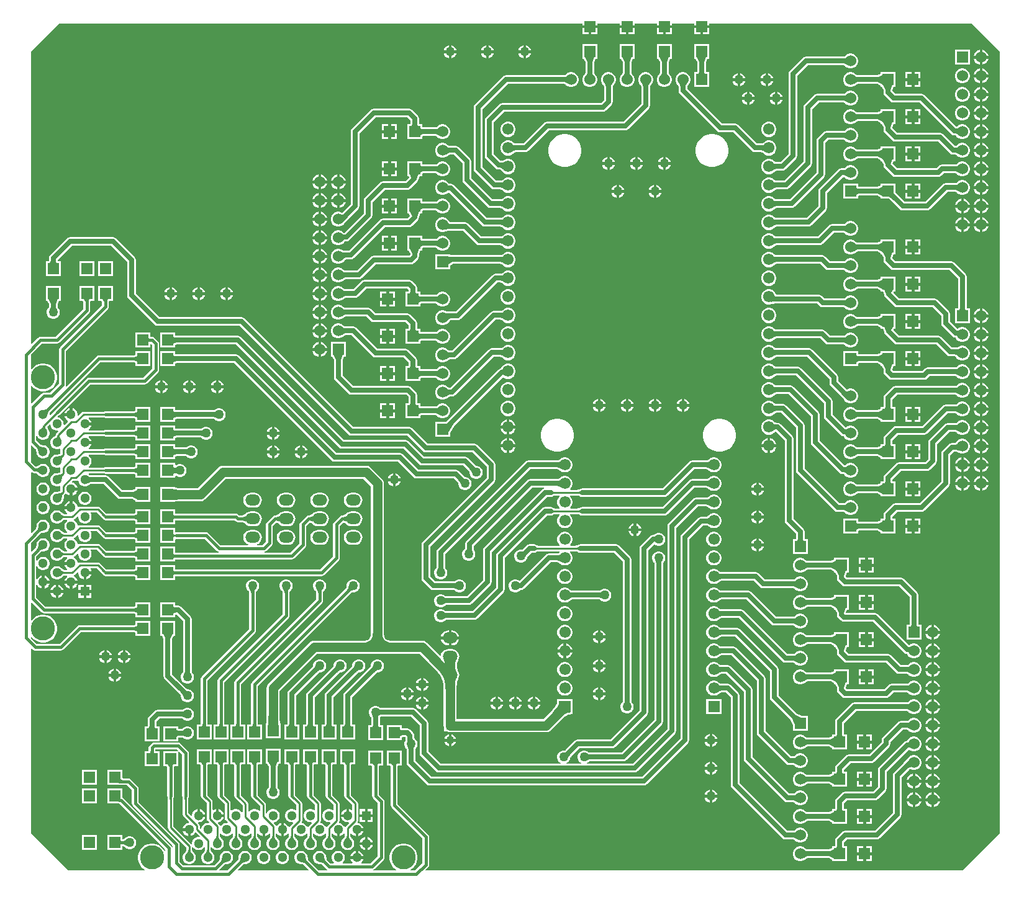
<source format=gtl>
G04*
G04 #@! TF.GenerationSoftware,Altium Limited,Altium Designer,25.1.2 (22)*
G04*
G04 Layer_Physical_Order=1*
G04 Layer_Color=255*
%FSLAX44Y44*%
%MOMM*%
G71*
G04*
G04 #@! TF.SameCoordinates,0FC80BA3-B051-4539-9073-6837C8DE60D5*
G04*
G04*
G04 #@! TF.FilePolarity,Positive*
G04*
G01*
G75*
%ADD11C,0.2540*%
%ADD13C,0.3810*%
%ADD15R,1.5240X1.5240*%
%ADD16R,1.5240X1.5240*%
%ADD31C,1.2700*%
%ADD32C,0.6350*%
%ADD33R,1.3000X1.3000*%
%ADD34C,1.3000*%
%ADD35C,3.3000*%
%ADD36R,1.3000X1.3000*%
%ADD37O,2.0000X1.5000*%
%ADD38C,1.5240*%
%ADD39C,1.5500*%
%ADD40R,1.5500X1.5500*%
%ADD41R,1.1000X1.1000*%
%ADD42C,1.1000*%
%ADD43C,1.2700*%
G36*
X1562100Y1384300D02*
Y317500D01*
X1511300Y266700D01*
X779594D01*
X779108Y267873D01*
X782985Y271750D01*
X783967Y273221D01*
X784312Y274955D01*
Y312420D01*
X783967Y314154D01*
X782985Y315625D01*
X741132Y357477D01*
Y408439D01*
X742011Y410210D01*
X746760D01*
Y430530D01*
X726440D01*
Y410210D01*
X731189D01*
X732068Y408439D01*
Y355600D01*
X732413Y353866D01*
X733395Y352395D01*
X775248Y310543D01*
Y276832D01*
X765116Y266700D01*
X759247D01*
X758862Y267970D01*
X761437Y269691D01*
X764089Y272343D01*
X766173Y275461D01*
X767608Y278926D01*
X768340Y282605D01*
Y286355D01*
X767608Y290034D01*
X766173Y293499D01*
X764089Y296617D01*
X761437Y299269D01*
X758319Y301353D01*
X754854Y302788D01*
X751175Y303520D01*
X747425D01*
X743746Y302788D01*
X740281Y301353D01*
X737163Y299269D01*
X734511Y296617D01*
X732427Y293499D01*
X730992Y290034D01*
X730260Y286355D01*
Y282605D01*
X730992Y278926D01*
X732427Y275461D01*
X734511Y272343D01*
X737163Y269691D01*
X739738Y267970D01*
X739353Y266700D01*
X708804D01*
X708419Y267970D01*
X709325Y268575D01*
X722025Y281275D01*
X722025Y281275D01*
X723007Y282746D01*
X723352Y284480D01*
X723352Y284480D01*
Y360680D01*
X723007Y362414D01*
X722025Y363885D01*
X715732Y370177D01*
Y408439D01*
X716611Y410210D01*
X721360D01*
Y430530D01*
X701040D01*
Y410210D01*
X705789D01*
X706668Y408439D01*
Y368300D01*
X707013Y366566D01*
X707995Y365095D01*
X714288Y358803D01*
Y286357D01*
X704243Y276312D01*
X692162D01*
X691687Y277582D01*
X693034Y278929D01*
X694224Y280991D01*
X694648Y282575D01*
X676952D01*
X677376Y280991D01*
X678566Y278929D01*
X679913Y277582D01*
X679438Y276312D01*
X666762D01*
X666287Y277582D01*
X667634Y278929D01*
X668824Y280991D01*
X669440Y283290D01*
Y285670D01*
X668824Y287969D01*
X667634Y290031D01*
X665951Y291714D01*
X663889Y292904D01*
X661590Y293520D01*
X659210D01*
X656911Y292904D01*
X654849Y291714D01*
X653166Y290031D01*
X651976Y287969D01*
X651360Y285670D01*
Y283290D01*
X651976Y280991D01*
X653166Y278929D01*
X654513Y277582D01*
X654038Y276312D01*
X649577D01*
X645024Y280865D01*
X644907Y281021D01*
X644727Y281311D01*
X644568Y281629D01*
X644428Y281982D01*
X644309Y282375D01*
X644213Y282810D01*
X644143Y283291D01*
X644101Y283817D01*
X644089Y284463D01*
X644040Y284687D01*
Y285670D01*
X643424Y287969D01*
X642234Y290031D01*
X640551Y291714D01*
X638489Y292904D01*
X636190Y293520D01*
X633810D01*
X631511Y292904D01*
X629449Y291714D01*
X627766Y290031D01*
X626576Y287969D01*
X625960Y285670D01*
Y283290D01*
X626576Y280991D01*
X627766Y278929D01*
X629449Y277246D01*
X631511Y276056D01*
X633810Y275440D01*
X634793D01*
X635017Y275391D01*
X635663Y275379D01*
X636189Y275337D01*
X636670Y275267D01*
X637105Y275171D01*
X637498Y275052D01*
X637851Y274912D01*
X638170Y274753D01*
X638459Y274573D01*
X638615Y274456D01*
X644495Y268575D01*
X644495Y268575D01*
X645401Y267970D01*
X645016Y266700D01*
X633789D01*
X619624Y280865D01*
X619507Y281021D01*
X619327Y281311D01*
X619168Y281629D01*
X619028Y281982D01*
X618909Y282375D01*
X618813Y282810D01*
X618743Y283291D01*
X618701Y283817D01*
X618689Y284463D01*
X618640Y284687D01*
Y285670D01*
X618024Y287969D01*
X616834Y290031D01*
X615151Y291714D01*
X613089Y292904D01*
X610790Y293520D01*
X608410D01*
X606111Y292904D01*
X604049Y291714D01*
X602366Y290031D01*
X601176Y287969D01*
X600560Y285670D01*
Y283290D01*
X601176Y280991D01*
X602366Y278929D01*
X604049Y277246D01*
X606111Y276056D01*
X608410Y275440D01*
X609393D01*
X609617Y275391D01*
X610263Y275379D01*
X610789Y275337D01*
X611270Y275267D01*
X611705Y275171D01*
X612098Y275052D01*
X612451Y274912D01*
X612770Y274753D01*
X613059Y274573D01*
X613214Y274456D01*
X619797Y267873D01*
X619311Y266700D01*
X523689D01*
X523203Y267873D01*
X529785Y274456D01*
X529941Y274573D01*
X530230Y274753D01*
X530549Y274912D01*
X530902Y275052D01*
X531295Y275171D01*
X531730Y275267D01*
X532211Y275337D01*
X532737Y275379D01*
X533383Y275391D01*
X533607Y275440D01*
X534590D01*
X536889Y276056D01*
X538951Y277246D01*
X540634Y278929D01*
X541824Y280991D01*
X542440Y283290D01*
Y285670D01*
X541824Y287969D01*
X540634Y290031D01*
X538951Y291714D01*
X536889Y292904D01*
X534590Y293520D01*
X532210D01*
X529911Y292904D01*
X527849Y291714D01*
X526166Y290031D01*
X524976Y287969D01*
X524360Y285670D01*
Y284687D01*
X524311Y284463D01*
X524299Y283817D01*
X524257Y283291D01*
X524187Y282810D01*
X524091Y282375D01*
X523972Y281982D01*
X523832Y281629D01*
X523672Y281310D01*
X523493Y281021D01*
X523376Y280865D01*
X509211Y266700D01*
X498289D01*
X497803Y267873D01*
X504385Y274456D01*
X504541Y274573D01*
X504831Y274753D01*
X505149Y274912D01*
X505502Y275052D01*
X505895Y275171D01*
X506330Y275267D01*
X506811Y275337D01*
X507337Y275379D01*
X507983Y275391D01*
X508207Y275440D01*
X509190D01*
X511489Y276056D01*
X513551Y277246D01*
X515234Y278929D01*
X516424Y280991D01*
X517040Y283290D01*
Y285670D01*
X516424Y287969D01*
X515234Y290031D01*
X513551Y291714D01*
X511489Y292904D01*
X509190Y293520D01*
X506810D01*
X504511Y292904D01*
X502449Y291714D01*
X500766Y290031D01*
X499576Y287969D01*
X498960Y285670D01*
Y284687D01*
X498911Y284463D01*
X498899Y283817D01*
X498857Y283291D01*
X498787Y282810D01*
X498691Y282375D01*
X498572Y281982D01*
X498432Y281629D01*
X498273Y281310D01*
X498093Y281021D01*
X497976Y280865D01*
X490883Y273772D01*
X448917D01*
X443952Y278737D01*
Y302260D01*
X443952Y302260D01*
X443607Y303994D01*
X442625Y305465D01*
X388072Y360017D01*
Y378460D01*
X387727Y380194D01*
X386745Y381665D01*
X377220Y391190D01*
X375749Y392172D01*
X374015Y392517D01*
X367531D01*
X365760Y393396D01*
Y403860D01*
X345440D01*
Y383540D01*
X360877D01*
X361315Y383453D01*
X372138D01*
X379008Y376583D01*
Y358140D01*
X379353Y356406D01*
X380335Y354935D01*
X434888Y300383D01*
Y298181D01*
X433618Y298056D01*
X433447Y298914D01*
X432465Y300385D01*
X367060Y365790D01*
X365760Y366658D01*
Y378460D01*
X345440D01*
Y358140D01*
X360877D01*
X361315Y358053D01*
X361978D01*
X424728Y295303D01*
Y293305D01*
X423458Y293052D01*
X423273Y293499D01*
X421189Y296617D01*
X418537Y299269D01*
X415419Y301353D01*
X411954Y302788D01*
X408275Y303520D01*
X404525D01*
X400846Y302788D01*
X397381Y301353D01*
X394263Y299269D01*
X391611Y296617D01*
X389527Y293499D01*
X388092Y290034D01*
X387360Y286355D01*
Y282605D01*
X388092Y278926D01*
X389527Y275461D01*
X391611Y272343D01*
X394263Y269691D01*
X396838Y267970D01*
X396453Y266700D01*
X292100D01*
X241300Y317500D01*
Y569146D01*
X242473Y569632D01*
X243810Y568295D01*
X243810Y568295D01*
X245281Y567313D01*
X247015Y566968D01*
X247015Y566968D01*
X281940D01*
X283674Y567313D01*
X285145Y568295D01*
X309217Y592368D01*
X381769D01*
X383540Y591489D01*
Y586740D01*
X403860D01*
Y607060D01*
X383540D01*
Y602311D01*
X381769Y601432D01*
X307340D01*
X307340Y601432D01*
X305606Y601087D01*
X304135Y600105D01*
X304135Y600105D01*
X280063Y576032D01*
X248892D01*
X241300Y583624D01*
Y585150D01*
X242515Y585519D01*
X243021Y584763D01*
X245673Y582111D01*
X248791Y580027D01*
X252256Y578592D01*
X255935Y577860D01*
X259685D01*
X263364Y578592D01*
X266829Y580027D01*
X269947Y582111D01*
X272599Y584763D01*
X274683Y587881D01*
X276118Y591346D01*
X276850Y595025D01*
Y598775D01*
X276118Y602454D01*
X274683Y605919D01*
X272599Y609037D01*
X269947Y611689D01*
X266829Y613773D01*
X263364Y615208D01*
X259685Y615940D01*
X255935D01*
X252256Y615208D01*
X248791Y613773D01*
X245673Y611689D01*
X243021Y609037D01*
X242515Y608281D01*
X241300Y608650D01*
Y632011D01*
X242473Y632497D01*
X255875Y619095D01*
X257346Y618113D01*
X259080Y617768D01*
X381769D01*
X383540Y616889D01*
Y612140D01*
X403860D01*
Y632460D01*
X383540D01*
Y627711D01*
X381769Y626832D01*
X260957D01*
X248372Y639417D01*
Y656127D01*
X249642Y656467D01*
X250576Y654849D01*
X252259Y653166D01*
X254321Y651976D01*
X255905Y651552D01*
Y660400D01*
Y669248D01*
X254321Y668824D01*
X252259Y667634D01*
X250576Y665951D01*
X249642Y664333D01*
X248372Y664673D01*
Y681527D01*
X249642Y681867D01*
X250576Y680249D01*
X252259Y678566D01*
X254321Y677376D01*
X256620Y676760D01*
X259000D01*
X261299Y677376D01*
X263361Y678566D01*
X265044Y680249D01*
X266234Y682311D01*
X266850Y684610D01*
Y686990D01*
X266234Y689289D01*
X265044Y691351D01*
X263361Y693034D01*
X261299Y694224D01*
X259000Y694840D01*
X256620D01*
X254321Y694224D01*
X252259Y693034D01*
X250576Y691351D01*
X249642Y689733D01*
X248372Y690073D01*
Y695353D01*
X254195Y701176D01*
X254351Y701293D01*
X254641Y701473D01*
X254959Y701632D01*
X255312Y701772D01*
X255705Y701891D01*
X256140Y701987D01*
X256621Y702057D01*
X257147Y702099D01*
X257793Y702111D01*
X258017Y702160D01*
X259000D01*
X261299Y702776D01*
X263361Y703966D01*
X265044Y705649D01*
X266234Y707711D01*
X266850Y710010D01*
Y712390D01*
X266234Y714689D01*
X265044Y716751D01*
X263361Y718434D01*
X261299Y719624D01*
X259000Y720240D01*
X256620D01*
X254321Y719624D01*
X252259Y718434D01*
X250576Y716751D01*
X249386Y714689D01*
X248770Y712390D01*
Y711407D01*
X248721Y711183D01*
X248709Y710537D01*
X248667Y710011D01*
X248597Y709530D01*
X248501Y709095D01*
X248382Y708702D01*
X248242Y708349D01*
X248083Y708030D01*
X247903Y707741D01*
X247786Y707585D01*
X242473Y702273D01*
X241300Y702759D01*
Y713681D01*
X254195Y726576D01*
X254351Y726693D01*
X254641Y726873D01*
X254959Y727032D01*
X255312Y727172D01*
X255705Y727291D01*
X256140Y727387D01*
X256621Y727457D01*
X257147Y727499D01*
X257793Y727511D01*
X258017Y727560D01*
X259000D01*
X261299Y728176D01*
X263361Y729366D01*
X265044Y731049D01*
X266234Y733111D01*
X266850Y735410D01*
Y737790D01*
X266234Y740089D01*
X265044Y742151D01*
X263361Y743834D01*
X261299Y745024D01*
X259000Y745640D01*
X256620D01*
X254321Y745024D01*
X252259Y743834D01*
X250576Y742151D01*
X249386Y740089D01*
X248770Y737790D01*
Y736807D01*
X248721Y736583D01*
X248709Y735937D01*
X248667Y735411D01*
X248597Y734930D01*
X248501Y734495D01*
X248382Y734102D01*
X248242Y733749D01*
X248083Y733430D01*
X247903Y733141D01*
X247786Y732985D01*
X242473Y727673D01*
X241300Y728159D01*
Y809900D01*
X242570Y810260D01*
X243861Y809398D01*
X245595Y809053D01*
X245595Y809053D01*
X247961D01*
X248150Y809025D01*
X248447Y808949D01*
X248737Y808842D01*
X249028Y808699D01*
X249325Y808517D01*
X249631Y808287D01*
X249946Y808005D01*
X250269Y807665D01*
X250494Y807391D01*
X250576Y807249D01*
X252259Y805566D01*
X254321Y804376D01*
X256620Y803760D01*
X259000D01*
X261299Y804376D01*
X263361Y805566D01*
X265044Y807249D01*
X266234Y809311D01*
X266850Y811610D01*
Y813990D01*
X266234Y816289D01*
X265044Y818351D01*
X263361Y820034D01*
X261299Y821224D01*
X259000Y821840D01*
X256620D01*
X254321Y821224D01*
X252259Y820034D01*
X252101Y819876D01*
X251637Y819522D01*
X251157Y819192D01*
X250694Y818910D01*
X250251Y818673D01*
X249828Y818481D01*
X249425Y818330D01*
X249042Y818218D01*
X248678Y818141D01*
X248490Y818117D01*
X247472D01*
X241300Y824289D01*
Y846641D01*
X242473Y847127D01*
X247786Y841815D01*
X247903Y841659D01*
X248083Y841369D01*
X248242Y841051D01*
X248382Y840698D01*
X248501Y840305D01*
X248597Y839870D01*
X248667Y839389D01*
X248709Y838863D01*
X248721Y838217D01*
X248770Y837993D01*
Y837010D01*
X249386Y834711D01*
X250576Y832649D01*
X252259Y830966D01*
X254321Y829776D01*
X256620Y829160D01*
X259000D01*
X261299Y829776D01*
X263361Y830966D01*
X265044Y832649D01*
X266234Y834711D01*
X266850Y837010D01*
Y839390D01*
X266234Y841689D01*
X265044Y843751D01*
X263361Y845434D01*
X261299Y846624D01*
X259000Y847240D01*
X258017D01*
X257793Y847289D01*
X257147Y847301D01*
X256621Y847343D01*
X256140Y847413D01*
X255705Y847509D01*
X255312Y847628D01*
X254959Y847768D01*
X254640Y847927D01*
X254351Y848107D01*
X254195Y848224D01*
X248372Y854047D01*
Y859327D01*
X249642Y859667D01*
X250576Y858049D01*
X252259Y856366D01*
X254321Y855176D01*
X256620Y854560D01*
X259000D01*
X261299Y855176D01*
X263361Y856366D01*
X265044Y858049D01*
X266234Y860111D01*
X266850Y862410D01*
Y864790D01*
X266234Y867089D01*
X265553Y868269D01*
X265469Y868494D01*
X264503Y870064D01*
X264147Y870698D01*
X263553Y871904D01*
X263366Y872359D01*
X263316Y872503D01*
X266647Y875833D01*
X267820Y875347D01*
Y875110D01*
X268436Y872811D01*
X269626Y870749D01*
X271309Y869066D01*
X273371Y867876D01*
X275670Y867260D01*
X277700D01*
X278350Y866114D01*
X276115Y863879D01*
X275273Y862618D01*
X275128Y861891D01*
X275099Y861834D01*
X275087Y861686D01*
X275026Y861382D01*
X275008Y861315D01*
X275005Y861276D01*
X274977Y861132D01*
Y860952D01*
X274957Y860860D01*
X274905Y860724D01*
X274818Y860563D01*
X274677Y860370D01*
X274469Y860144D01*
X274182Y859891D01*
X273810Y859616D01*
X273351Y859329D01*
X272736Y859000D01*
X272566Y858859D01*
X271309Y858134D01*
X269626Y856451D01*
X268436Y854389D01*
X267820Y852090D01*
Y849710D01*
X268436Y847411D01*
X269626Y845349D01*
X271309Y843666D01*
X273371Y842476D01*
X275670Y841860D01*
X278050D01*
X280130Y842417D01*
X280375Y842358D01*
X280717Y842158D01*
X281366Y841597D01*
Y835499D01*
X281236Y835369D01*
X281099Y835277D01*
X280856Y835150D01*
X280534Y835020D01*
X280132Y834898D01*
X279649Y834788D01*
X279120Y834705D01*
X277704Y834597D01*
X276901Y834589D01*
X276664Y834540D01*
X275670D01*
X273371Y833924D01*
X271309Y832734D01*
X269626Y831051D01*
X268436Y828989D01*
X267820Y826690D01*
Y824310D01*
X268436Y822011D01*
X269626Y819949D01*
X271309Y818266D01*
X273371Y817076D01*
X275670Y816460D01*
X278050D01*
X280130Y817017D01*
X280375Y816958D01*
X280717Y816758D01*
X281366Y816197D01*
Y810099D01*
X281236Y809969D01*
X281099Y809877D01*
X280856Y809750D01*
X280534Y809620D01*
X280132Y809498D01*
X279649Y809388D01*
X279120Y809305D01*
X277704Y809197D01*
X276901Y809189D01*
X276664Y809140D01*
X275670D01*
X273371Y808524D01*
X271309Y807334D01*
X269626Y805651D01*
X268436Y803589D01*
X267820Y801290D01*
Y798910D01*
X268436Y796611D01*
X269626Y794549D01*
X271309Y792866D01*
X273371Y791676D01*
X275670Y791060D01*
X278050D01*
X280130Y791617D01*
X280375Y791558D01*
X280717Y791358D01*
X281366Y790797D01*
Y784699D01*
X281236Y784569D01*
X281099Y784477D01*
X280856Y784350D01*
X280534Y784220D01*
X280132Y784098D01*
X279649Y783988D01*
X279120Y783904D01*
X277704Y783797D01*
X276901Y783789D01*
X276664Y783740D01*
X275670D01*
X273371Y783124D01*
X271309Y781934D01*
X269626Y780251D01*
X268436Y778189D01*
X267820Y775890D01*
Y773510D01*
X268436Y771211D01*
X269626Y769149D01*
X271309Y767466D01*
X273371Y766276D01*
X275670Y765660D01*
X278050D01*
X280349Y766276D01*
X282411Y767466D01*
X284094Y769149D01*
X285284Y771211D01*
X285900Y773510D01*
Y774477D01*
X285948Y774687D01*
X285997Y776317D01*
X286059Y776927D01*
X286148Y777489D01*
X286257Y777972D01*
X286380Y778374D01*
X286510Y778696D01*
X286637Y778940D01*
X286729Y779076D01*
X287997Y780344D01*
X288153Y780576D01*
X289788Y780738D01*
X290359Y780166D01*
X292421Y778976D01*
X294005Y778552D01*
Y787400D01*
X295910D01*
Y789305D01*
X304758D01*
X304334Y790889D01*
X303144Y792951D01*
X301461Y794634D01*
X299399Y795824D01*
X297541Y796322D01*
X297038Y797615D01*
X298029Y798605D01*
X302769D01*
X304256Y798901D01*
X304650Y799164D01*
X305092Y799076D01*
X306017Y798550D01*
X306536Y796611D01*
X307726Y794549D01*
X309409Y792866D01*
X311471Y791676D01*
X313770Y791060D01*
X316150D01*
X318449Y791676D01*
X320511Y792866D01*
X321172Y793527D01*
X321329Y793620D01*
X321502Y793775D01*
X321589Y793836D01*
X321732Y793913D01*
X321936Y793999D01*
X322208Y794086D01*
X322546Y794167D01*
X322917Y794231D01*
X323399Y794273D01*
X340486D01*
X359100Y775660D01*
X360990Y774397D01*
X363220Y773953D01*
X379277D01*
X383540Y771832D01*
Y769620D01*
X403860D01*
Y789940D01*
X383540D01*
Y787728D01*
X379277Y785607D01*
X365634D01*
X347020Y804220D01*
X345130Y805483D01*
X342900Y805927D01*
X323272D01*
X322950Y805964D01*
X322546Y806033D01*
X322208Y806114D01*
X321937Y806201D01*
X321731Y806287D01*
X321589Y806364D01*
X321502Y806425D01*
X321329Y806580D01*
X321172Y806673D01*
X320511Y807334D01*
X319971Y807645D01*
X320311Y808915D01*
X340522D01*
X340715Y808914D01*
X341166Y808613D01*
X342900Y808268D01*
X381769D01*
X383540Y807389D01*
Y802640D01*
X403860D01*
Y822960D01*
X383540D01*
Y818211D01*
X381769Y817332D01*
X342900D01*
X341166Y816987D01*
X340770Y816722D01*
X338885Y816685D01*
X320311D01*
X319971Y817955D01*
X320511Y818266D01*
X322194Y819949D01*
X323384Y822011D01*
X324000Y824310D01*
Y826690D01*
X323384Y828989D01*
X322194Y831051D01*
X320511Y832734D01*
X319971Y833045D01*
X320311Y834315D01*
X340522D01*
X340715Y834314D01*
X341166Y834013D01*
X342900Y833668D01*
X381769D01*
X383540Y832789D01*
Y828040D01*
X403860D01*
Y848360D01*
X383540D01*
Y843611D01*
X381769Y842732D01*
X342900D01*
X341166Y842387D01*
X340770Y842122D01*
X338885Y842085D01*
X320311D01*
X319971Y843355D01*
X320511Y843666D01*
X322194Y845349D01*
X323384Y847411D01*
X323808Y848995D01*
X314960D01*
Y852805D01*
X323808D01*
X323384Y854389D01*
X322194Y856451D01*
X320511Y858134D01*
X319971Y858445D01*
X320311Y859715D01*
X340522D01*
X340715Y859714D01*
X341166Y859413D01*
X342900Y859068D01*
X381769D01*
X383540Y858189D01*
Y853440D01*
X403860D01*
Y873760D01*
X383540D01*
Y869011D01*
X381769Y868132D01*
X342900D01*
X341166Y867787D01*
X340770Y867522D01*
X338885Y867485D01*
X320311D01*
X319971Y868755D01*
X320511Y869066D01*
X322194Y870749D01*
X323384Y872811D01*
X323808Y874395D01*
X314960D01*
Y878205D01*
X323808D01*
X323384Y879789D01*
X322194Y881851D01*
X320511Y883534D01*
X319971Y883845D01*
X320311Y885115D01*
X340522D01*
X340715Y885114D01*
X341166Y884813D01*
X342900Y884468D01*
X381769D01*
X383540Y883589D01*
Y878840D01*
X403860D01*
Y899160D01*
X383540D01*
Y894411D01*
X381769Y893532D01*
X342900D01*
X341166Y893187D01*
X340770Y892922D01*
X338885Y892885D01*
X313079D01*
X311593Y892589D01*
X310333Y891747D01*
X306096Y887510D01*
X304950Y888160D01*
Y890190D01*
X304334Y892489D01*
X303144Y894551D01*
X301461Y896234D01*
X299399Y897424D01*
X297815Y897848D01*
Y889000D01*
X295910D01*
Y887095D01*
X287062D01*
X287486Y885511D01*
X288676Y883449D01*
X290359Y881766D01*
X291530Y881090D01*
X291739Y879503D01*
X287046Y874810D01*
X285900Y875460D01*
Y877490D01*
X285284Y879789D01*
X284094Y881851D01*
X282411Y883534D01*
X280349Y884724D01*
X278259Y885284D01*
X277875Y886069D01*
X277751Y886584D01*
X278221Y887279D01*
X278594Y887353D01*
X280065Y888335D01*
X321917Y930188D01*
X396240D01*
X397974Y930533D01*
X399445Y931515D01*
X414685Y946755D01*
X415667Y948226D01*
X416012Y949960D01*
Y985520D01*
X416012Y985520D01*
X415667Y987254D01*
X414685Y988725D01*
X414685Y988725D01*
X409605Y993805D01*
X408134Y994787D01*
X406400Y995132D01*
X404274D01*
X404041Y995153D01*
X403860Y995182D01*
Y1000760D01*
X383540D01*
Y980440D01*
X403860D01*
Y984935D01*
X405130Y985461D01*
X406948Y983643D01*
Y951837D01*
X394363Y939252D01*
X320040D01*
X318306Y938907D01*
X316835Y937925D01*
X273655Y894745D01*
X272673Y893274D01*
X272580Y892807D01*
X271274Y891448D01*
X268120Y888294D01*
X266850Y888793D01*
X266899Y889017D01*
X266911Y889663D01*
X266953Y890189D01*
X267023Y890670D01*
X267119Y891105D01*
X267238Y891498D01*
X267378Y891851D01*
X267537Y892170D01*
X267717Y892459D01*
X267834Y892615D01*
X335887Y960668D01*
X381769D01*
X383540Y959789D01*
Y955040D01*
X403860D01*
Y975360D01*
X383540D01*
Y970611D01*
X381769Y969732D01*
X334010D01*
X334010Y969732D01*
X332276Y969387D01*
X330805Y968405D01*
X330805Y968405D01*
X289753Y927353D01*
X289176Y927646D01*
X288706Y928101D01*
X289012Y929640D01*
Y976023D01*
X346105Y1033115D01*
X347087Y1034586D01*
X347432Y1036320D01*
Y1042169D01*
X348311Y1043940D01*
X353060D01*
Y1064260D01*
X332740D01*
Y1043940D01*
X337489D01*
X338368Y1042169D01*
Y1038197D01*
X281275Y981105D01*
X280293Y979634D01*
X279948Y977900D01*
Y931517D01*
X267363Y918932D01*
X259080D01*
X257346Y918587D01*
X255875Y917605D01*
X242473Y904203D01*
X241300Y904689D01*
Y928050D01*
X242515Y928419D01*
X243021Y927663D01*
X245673Y925011D01*
X248791Y922927D01*
X252256Y921492D01*
X255935Y920760D01*
X259685D01*
X263364Y921492D01*
X266829Y922927D01*
X269947Y925011D01*
X272599Y927663D01*
X274683Y930781D01*
X276118Y934246D01*
X276850Y937925D01*
Y941675D01*
X276118Y945354D01*
X274683Y948819D01*
X272599Y951937D01*
X269947Y954589D01*
X266829Y956673D01*
X263364Y958108D01*
X259685Y958840D01*
X255935D01*
X252256Y958108D01*
X248791Y956673D01*
X245673Y954589D01*
X243021Y951937D01*
X242515Y951181D01*
X241300Y951550D01*
Y971491D01*
X255877Y986068D01*
X276860D01*
X278594Y986413D01*
X280065Y987395D01*
X320705Y1028035D01*
X320705Y1028035D01*
X321687Y1029506D01*
X322032Y1031240D01*
X322032Y1031240D01*
Y1042169D01*
X322911Y1043940D01*
X327660D01*
Y1064260D01*
X307340D01*
Y1043940D01*
X312089D01*
X312968Y1042169D01*
Y1033117D01*
X274983Y995132D01*
X254000D01*
X254000Y995132D01*
X252266Y994787D01*
X250795Y993805D01*
X250795Y993805D01*
X242473Y985483D01*
X241300Y985969D01*
Y1384300D01*
X279400Y1422400D01*
X993140D01*
Y1420495D01*
X1003300D01*
X1013460D01*
Y1422400D01*
X1043940D01*
Y1420495D01*
X1054100D01*
X1064260D01*
Y1422400D01*
X1094740D01*
Y1420495D01*
X1104900D01*
X1115060D01*
Y1422400D01*
X1145540D01*
Y1420495D01*
X1155700D01*
X1165860D01*
Y1422400D01*
X1524000D01*
X1562100Y1384300D01*
D02*
G37*
G36*
X344805Y1042701D02*
X340995D01*
X339090Y1046541D01*
X346710D01*
X344805Y1042701D01*
D02*
G37*
G36*
X319405D02*
X315595D01*
X313690Y1046541D01*
X321310D01*
X319405Y1042701D01*
D02*
G37*
G36*
X401297Y994048D02*
X401413Y993724D01*
X401605Y993438D01*
X401874Y993191D01*
X402219Y992981D01*
X402642Y992810D01*
X403141Y992676D01*
X403717Y992581D01*
X404370Y992524D01*
X405099Y992505D01*
Y988695D01*
X404370Y988676D01*
X403717Y988619D01*
X403141Y988523D01*
X402642Y988390D01*
X402219Y988219D01*
X401874Y988009D01*
X401605Y987762D01*
X401413Y987476D01*
X401297Y987152D01*
X401259Y986790D01*
Y994410D01*
X401297Y994048D01*
D02*
G37*
G36*
X386141Y961390D02*
X382300Y963295D01*
Y967105D01*
X386141Y969010D01*
Y961390D01*
D02*
G37*
G36*
X266309Y894805D02*
X265923Y894381D01*
X265578Y893924D01*
X265274Y893433D01*
X265012Y892909D01*
X264791Y892352D01*
X264612Y891761D01*
X264474Y891137D01*
X264378Y890480D01*
X264323Y889789D01*
X264310Y889065D01*
X257875Y895500D01*
X258599Y895513D01*
X259290Y895568D01*
X259947Y895664D01*
X260571Y895802D01*
X261162Y895981D01*
X261719Y896202D01*
X262243Y896464D01*
X262734Y896768D01*
X263191Y897113D01*
X263615Y897499D01*
X266309Y894805D01*
D02*
G37*
G36*
X341554Y887652D02*
X341501Y887667D01*
X341373Y887680D01*
X340895Y887702D01*
X337670Y887730D01*
Y890270D01*
X341554Y890348D01*
Y887652D01*
D02*
G37*
G36*
X276861Y889635D02*
X276813Y889608D01*
X276714Y889527D01*
X276360Y889204D01*
X274060Y886944D01*
X272264Y888740D01*
X274955Y891541D01*
X276861Y889635D01*
D02*
G37*
G36*
X386141Y885190D02*
X382300Y887095D01*
Y890905D01*
X386141Y892810D01*
Y885190D01*
D02*
G37*
G36*
X260500Y873417D02*
X260528Y872991D01*
X260611Y872520D01*
X260749Y872005D01*
X260942Y871444D01*
X261191Y870838D01*
X261854Y869492D01*
X262269Y868752D01*
X263264Y867136D01*
X254384Y869124D01*
X255063Y869571D01*
X255671Y870025D01*
X256208Y870486D01*
X256673Y870954D01*
X257066Y871429D01*
X257388Y871911D01*
X257638Y872401D01*
X257817Y872897D01*
X257924Y873400D01*
X257960Y873910D01*
X260500Y873417D01*
D02*
G37*
G36*
X341554Y862252D02*
X341501Y862267D01*
X341373Y862280D01*
X340895Y862302D01*
X337670Y862330D01*
Y864870D01*
X341554Y864948D01*
Y862252D01*
D02*
G37*
G36*
X394972Y863394D02*
X395007Y862867D01*
X395028Y862722D01*
X395084Y862480D01*
X395102Y862428D01*
X395202D01*
X395158Y862361D01*
X395143Y862330D01*
X395158Y862299D01*
X395202Y862232D01*
X395102D01*
X395084Y862180D01*
X395054Y862067D01*
X395028Y861937D01*
X394991Y861633D01*
X394979Y861457D01*
X394970Y861060D01*
X392430D01*
X392428Y861266D01*
X392393Y861793D01*
X392372Y861937D01*
X392316Y862180D01*
X392298Y862232D01*
X392198D01*
X392242Y862299D01*
X392257Y862330D01*
X392242Y862361D01*
X392198Y862428D01*
X392298D01*
X392316Y862480D01*
X392346Y862593D01*
X392372Y862722D01*
X392409Y863027D01*
X392421Y863203D01*
X392430Y863600D01*
X394970D01*
X394972Y863394D01*
D02*
G37*
G36*
X386141Y859790D02*
X382300Y861695D01*
Y865505D01*
X386141Y867410D01*
Y859790D01*
D02*
G37*
G36*
X280131Y860417D02*
X280156Y860036D01*
X280231Y859596D01*
X280355Y859096D01*
X280529Y858535D01*
X281027Y857235D01*
X281723Y855695D01*
X282618Y853915D01*
X273960Y856717D01*
X274650Y857087D01*
X275268Y857473D01*
X275812Y857875D01*
X276284Y858292D01*
X276684Y858726D01*
X277010Y859175D01*
X277265Y859641D01*
X277446Y860122D01*
X277555Y860619D01*
X277591Y861132D01*
X280131Y860417D01*
D02*
G37*
G36*
X252429Y846313D02*
X252886Y845967D01*
X253377Y845664D01*
X253901Y845402D01*
X254458Y845181D01*
X255049Y845002D01*
X255673Y844864D01*
X256330Y844768D01*
X257021Y844713D01*
X257745Y844700D01*
X251310Y838265D01*
X251297Y838989D01*
X251242Y839680D01*
X251146Y840337D01*
X251008Y840961D01*
X250829Y841552D01*
X250608Y842109D01*
X250346Y842633D01*
X250042Y843124D01*
X249697Y843581D01*
X249311Y844005D01*
X252005Y846699D01*
X252429Y846313D01*
D02*
G37*
G36*
X341554Y836852D02*
X341501Y836867D01*
X341373Y836880D01*
X340895Y836902D01*
X337670Y836930D01*
Y839470D01*
X341554Y839548D01*
Y836852D01*
D02*
G37*
G36*
X392399Y839658D02*
X392482Y839619D01*
X392580Y839584D01*
X392693Y839554D01*
X392822Y839528D01*
X393127Y839491D01*
X393303Y839479D01*
X393700Y839470D01*
Y836930D01*
X393494Y836928D01*
X392967Y836893D01*
X392822Y836872D01*
X392580Y836816D01*
X392482Y836781D01*
X392399Y836742D01*
X392332Y836698D01*
Y839702D01*
X392399Y839658D01*
D02*
G37*
G36*
X386141Y834390D02*
X382300Y836295D01*
Y840105D01*
X386141Y842010D01*
Y834390D01*
D02*
G37*
G36*
X285023Y831867D02*
X284699Y831497D01*
X284410Y831068D01*
X284156Y830582D01*
X283937Y830038D01*
X283753Y829437D01*
X283604Y828778D01*
X283490Y828061D01*
X283412Y827287D01*
X283360Y825565D01*
X276925Y832000D01*
X277815Y832008D01*
X279421Y832130D01*
X280138Y832244D01*
X280797Y832393D01*
X281398Y832577D01*
X281942Y832796D01*
X282428Y833050D01*
X282857Y833339D01*
X283227Y833663D01*
X285023Y831867D01*
D02*
G37*
G36*
X341554Y811452D02*
X341501Y811467D01*
X341373Y811480D01*
X340895Y811502D01*
X337670Y811530D01*
Y814070D01*
X341554Y814148D01*
Y811452D01*
D02*
G37*
G36*
X386141Y808990D02*
X382300Y810895D01*
Y814705D01*
X386141Y816610D01*
Y808990D01*
D02*
G37*
G36*
X252652Y808844D02*
X252209Y809383D01*
X251751Y809865D01*
X251276Y810290D01*
X250785Y810659D01*
X250278Y810971D01*
X249756Y811226D01*
X249218Y811425D01*
X248663Y811567D01*
X248093Y811652D01*
X247507Y811680D01*
X247993Y815490D01*
X248549Y815514D01*
X249110Y815585D01*
X249675Y815705D01*
X250245Y815872D01*
X250819Y816087D01*
X251397Y816349D01*
X251979Y816660D01*
X252565Y817018D01*
X253156Y817424D01*
X253752Y817877D01*
X252652Y808844D01*
D02*
G37*
G36*
X285023Y806467D02*
X284699Y806097D01*
X284410Y805668D01*
X284156Y805182D01*
X283937Y804638D01*
X283753Y804037D01*
X283604Y803378D01*
X283490Y802661D01*
X283412Y801887D01*
X283360Y800165D01*
X276925Y806600D01*
X277815Y806608D01*
X279421Y806730D01*
X280138Y806844D01*
X280797Y806993D01*
X281398Y807177D01*
X281942Y807396D01*
X282428Y807650D01*
X282857Y807939D01*
X283227Y808263D01*
X285023Y806467D01*
D02*
G37*
G36*
X319894Y804389D02*
X320230Y804155D01*
X320612Y803949D01*
X321038Y803770D01*
X321508Y803619D01*
X322024Y803495D01*
X322584Y803399D01*
X323188Y803330D01*
X324532Y803275D01*
Y796925D01*
X323838Y796911D01*
X322584Y796801D01*
X322024Y796705D01*
X321508Y796581D01*
X321038Y796430D01*
X320612Y796251D01*
X320230Y796045D01*
X319894Y795811D01*
X319602Y795550D01*
Y804650D01*
X319894Y804389D01*
D02*
G37*
G36*
X285023Y781067D02*
X284699Y780697D01*
X284410Y780268D01*
X284156Y779782D01*
X283937Y779238D01*
X283753Y778637D01*
X283604Y777978D01*
X283490Y777261D01*
X283412Y776487D01*
X283360Y774765D01*
X276925Y781200D01*
X277815Y781208D01*
X279421Y781330D01*
X280138Y781444D01*
X280797Y781593D01*
X281398Y781777D01*
X281942Y781996D01*
X282428Y782250D01*
X282857Y782539D01*
X283227Y782863D01*
X285023Y781067D01*
D02*
G37*
G36*
X386141Y773430D02*
X379761Y776605D01*
Y782955D01*
X386141Y786130D01*
Y773430D01*
D02*
G37*
G36*
X257745Y730100D02*
X257021Y730087D01*
X256330Y730032D01*
X255673Y729936D01*
X255049Y729798D01*
X254458Y729619D01*
X253901Y729398D01*
X253377Y729136D01*
X252886Y728832D01*
X252429Y728487D01*
X252005Y728101D01*
X249311Y730795D01*
X249697Y731219D01*
X250042Y731676D01*
X250346Y732167D01*
X250608Y732691D01*
X250829Y733248D01*
X251008Y733839D01*
X251146Y734463D01*
X251242Y735120D01*
X251297Y735811D01*
X251310Y736535D01*
X257745Y730100D01*
D02*
G37*
G36*
Y704700D02*
X257021Y704687D01*
X256330Y704632D01*
X255673Y704536D01*
X255049Y704398D01*
X254458Y704219D01*
X253901Y703998D01*
X253377Y703736D01*
X252886Y703432D01*
X252429Y703087D01*
X252005Y702701D01*
X249311Y705395D01*
X249697Y705819D01*
X250042Y706276D01*
X250346Y706767D01*
X250608Y707291D01*
X250829Y707848D01*
X251008Y708439D01*
X251146Y709063D01*
X251242Y709720D01*
X251297Y710411D01*
X251310Y711135D01*
X257745Y704700D01*
D02*
G37*
G36*
X386141Y618490D02*
X382300Y620395D01*
Y624205D01*
X386141Y626110D01*
Y618490D01*
D02*
G37*
G36*
Y593090D02*
X382300Y594995D01*
Y598805D01*
X386141Y600710D01*
Y593090D01*
D02*
G37*
G36*
X738505Y408970D02*
X734695D01*
X732790Y412811D01*
X740410D01*
X738505Y408970D01*
D02*
G37*
G36*
X713105D02*
X709295D01*
X707390Y412811D01*
X715010D01*
X713105Y408970D01*
D02*
G37*
G36*
X367000Y389890D02*
Y386080D01*
X363190Y386110D01*
X363159Y391795D01*
X367000Y389890D01*
D02*
G37*
G36*
X641513Y283691D02*
X641568Y283000D01*
X641664Y282343D01*
X641802Y281719D01*
X641981Y281128D01*
X642202Y280571D01*
X642464Y280047D01*
X642767Y279556D01*
X643113Y279099D01*
X643499Y278675D01*
X640805Y275981D01*
X640381Y276367D01*
X639924Y276712D01*
X639433Y277016D01*
X638909Y277278D01*
X638352Y277499D01*
X637761Y277678D01*
X637137Y277816D01*
X636480Y277912D01*
X635789Y277967D01*
X635065Y277980D01*
X641500Y284415D01*
X641513Y283691D01*
D02*
G37*
G36*
X616113D02*
X616168Y283000D01*
X616264Y282343D01*
X616402Y281719D01*
X616581Y281128D01*
X616802Y280571D01*
X617064Y280047D01*
X617368Y279556D01*
X617713Y279099D01*
X618099Y278675D01*
X615405Y275981D01*
X614981Y276367D01*
X614524Y276712D01*
X614033Y277016D01*
X613509Y277278D01*
X612952Y277499D01*
X612361Y277678D01*
X611737Y277816D01*
X611080Y277912D01*
X610389Y277967D01*
X609665Y277980D01*
X616100Y284415D01*
X616113Y283691D01*
D02*
G37*
G36*
X533335Y277980D02*
X532611Y277967D01*
X531920Y277912D01*
X531263Y277816D01*
X530639Y277678D01*
X530048Y277499D01*
X529491Y277278D01*
X528967Y277016D01*
X528476Y276712D01*
X528019Y276367D01*
X527595Y275981D01*
X524901Y278675D01*
X525287Y279099D01*
X525633Y279556D01*
X525936Y280047D01*
X526198Y280571D01*
X526419Y281128D01*
X526598Y281719D01*
X526736Y282343D01*
X526832Y283000D01*
X526887Y283691D01*
X526900Y284415D01*
X533335Y277980D01*
D02*
G37*
G36*
X507935D02*
X507211Y277967D01*
X506520Y277912D01*
X505863Y277816D01*
X505239Y277678D01*
X504648Y277499D01*
X504091Y277278D01*
X503567Y277016D01*
X503076Y276712D01*
X502619Y276367D01*
X502195Y275981D01*
X499501Y278675D01*
X499887Y279099D01*
X500233Y279556D01*
X500536Y280047D01*
X500798Y280571D01*
X501019Y281128D01*
X501198Y281719D01*
X501336Y282343D01*
X501432Y283000D01*
X501487Y283691D01*
X501500Y284415D01*
X507935Y277980D01*
D02*
G37*
%LPC*%
G36*
X1165860Y1416685D02*
X1157605D01*
Y1408430D01*
X1165860D01*
Y1416685D01*
D02*
G37*
G36*
X1153795D02*
X1145540D01*
Y1408430D01*
X1153795D01*
Y1416685D01*
D02*
G37*
G36*
X1115060D02*
X1106805D01*
Y1408430D01*
X1115060D01*
Y1416685D01*
D02*
G37*
G36*
X1102995D02*
X1094740D01*
Y1408430D01*
X1102995D01*
Y1416685D01*
D02*
G37*
G36*
X1064260D02*
X1056005D01*
Y1408430D01*
X1064260D01*
Y1416685D01*
D02*
G37*
G36*
X1052195D02*
X1043940D01*
Y1408430D01*
X1052195D01*
Y1416685D01*
D02*
G37*
G36*
X1013460D02*
X1005205D01*
Y1408430D01*
X1013460D01*
Y1416685D01*
D02*
G37*
G36*
X1001395D02*
X993140D01*
Y1408430D01*
X1001395D01*
Y1416685D01*
D02*
G37*
G36*
X916305Y1392993D02*
Y1386205D01*
X923093D01*
X922684Y1387731D01*
X921514Y1389759D01*
X919859Y1391414D01*
X917831Y1392584D01*
X916305Y1392993D01*
D02*
G37*
G36*
X912495D02*
X910969Y1392584D01*
X908941Y1391414D01*
X907286Y1389759D01*
X906116Y1387731D01*
X905707Y1386205D01*
X912495D01*
Y1392993D01*
D02*
G37*
G36*
X865505D02*
Y1386205D01*
X872293D01*
X871884Y1387731D01*
X870714Y1389759D01*
X869059Y1391414D01*
X867031Y1392584D01*
X865505Y1392993D01*
D02*
G37*
G36*
X861695D02*
X860169Y1392584D01*
X858141Y1391414D01*
X856486Y1389759D01*
X855316Y1387731D01*
X854907Y1386205D01*
X861695D01*
Y1392993D01*
D02*
G37*
G36*
X814705D02*
Y1386205D01*
X821493D01*
X821084Y1387731D01*
X819914Y1389759D01*
X818259Y1391414D01*
X816231Y1392584D01*
X814705Y1392993D01*
D02*
G37*
G36*
X810895D02*
X809369Y1392584D01*
X807341Y1391414D01*
X805686Y1389759D01*
X804516Y1387731D01*
X804107Y1386205D01*
X810895D01*
Y1392993D01*
D02*
G37*
G36*
X1538605Y1386688D02*
Y1378585D01*
X1546708D01*
X1546168Y1380602D01*
X1544830Y1382918D01*
X1542938Y1384810D01*
X1540622Y1386148D01*
X1538605Y1386688D01*
D02*
G37*
G36*
X1534795D02*
X1532778Y1386148D01*
X1530462Y1384810D01*
X1528570Y1382918D01*
X1527232Y1380602D01*
X1526692Y1378585D01*
X1534795D01*
Y1386688D01*
D02*
G37*
G36*
X923093Y1382395D02*
X916305D01*
Y1375607D01*
X917831Y1376016D01*
X919859Y1377186D01*
X921514Y1378841D01*
X922684Y1380869D01*
X923093Y1382395D01*
D02*
G37*
G36*
X912495D02*
X905707D01*
X906116Y1380869D01*
X907286Y1378841D01*
X908941Y1377186D01*
X910969Y1376016D01*
X912495Y1375607D01*
Y1382395D01*
D02*
G37*
G36*
X872293D02*
X865505D01*
Y1375607D01*
X867031Y1376016D01*
X869059Y1377186D01*
X870714Y1378841D01*
X871884Y1380869D01*
X872293Y1382395D01*
D02*
G37*
G36*
X861695D02*
X854907D01*
X855316Y1380869D01*
X856486Y1378841D01*
X858141Y1377186D01*
X860169Y1376016D01*
X861695Y1375607D01*
Y1382395D01*
D02*
G37*
G36*
X821493D02*
X814705D01*
Y1375607D01*
X816231Y1376016D01*
X818259Y1377186D01*
X819914Y1378841D01*
X821084Y1380869D01*
X821493Y1382395D01*
D02*
G37*
G36*
X810895D02*
X804107D01*
X804516Y1380869D01*
X805686Y1378841D01*
X807341Y1377186D01*
X809369Y1376016D01*
X810895Y1375607D01*
Y1382395D01*
D02*
G37*
G36*
X1546708Y1374775D02*
X1538605D01*
Y1366672D01*
X1540622Y1367212D01*
X1542938Y1368550D01*
X1544830Y1370442D01*
X1546168Y1372758D01*
X1546708Y1374775D01*
D02*
G37*
G36*
X1534795D02*
X1526692D01*
X1527232Y1372758D01*
X1528570Y1370442D01*
X1530462Y1368550D01*
X1532778Y1367212D01*
X1534795Y1366672D01*
Y1374775D01*
D02*
G37*
G36*
X1521460Y1386840D02*
X1501140D01*
Y1366520D01*
X1521460D01*
Y1386840D01*
D02*
G37*
G36*
X1360238Y1381760D02*
X1357562D01*
X1354978Y1381068D01*
X1352662Y1379730D01*
X1351871Y1378940D01*
X1351696Y1378831D01*
X1351343Y1378504D01*
X1351057Y1378284D01*
X1350744Y1378087D01*
X1350398Y1377911D01*
X1350014Y1377756D01*
X1349587Y1377623D01*
X1349114Y1377514D01*
X1348592Y1377434D01*
X1348517Y1377427D01*
X1297940D01*
X1295710Y1376983D01*
X1293820Y1375720D01*
X1276040Y1357940D01*
X1274777Y1356050D01*
X1274333Y1353820D01*
Y1244474D01*
X1263286Y1233427D01*
X1258032D01*
X1257930Y1233436D01*
X1257401Y1233520D01*
X1256919Y1233633D01*
X1256481Y1233773D01*
X1256083Y1233937D01*
X1255721Y1234124D01*
X1255389Y1234336D01*
X1255082Y1234573D01*
X1254710Y1234920D01*
X1254533Y1235029D01*
X1253728Y1235834D01*
X1251382Y1237189D01*
X1248765Y1237890D01*
X1246055D01*
X1243438Y1237189D01*
X1241092Y1235834D01*
X1239176Y1233918D01*
X1237821Y1231572D01*
X1237120Y1228955D01*
Y1226245D01*
X1237821Y1223628D01*
X1239176Y1221282D01*
X1241092Y1219366D01*
X1243438Y1218011D01*
X1246055Y1217310D01*
X1248765D01*
X1251382Y1218011D01*
X1253728Y1219366D01*
X1254533Y1220171D01*
X1254710Y1220280D01*
X1255082Y1220627D01*
X1255389Y1220864D01*
X1255721Y1221076D01*
X1256083Y1221263D01*
X1256481Y1221427D01*
X1256919Y1221567D01*
X1257401Y1221680D01*
X1257930Y1221764D01*
X1258032Y1221773D01*
X1265700D01*
X1267930Y1222217D01*
X1269820Y1223480D01*
X1284280Y1237940D01*
X1285543Y1239830D01*
X1285987Y1242060D01*
Y1351406D01*
X1300354Y1365773D01*
X1348517D01*
X1348592Y1365766D01*
X1349114Y1365685D01*
X1349587Y1365577D01*
X1350014Y1365444D01*
X1350398Y1365289D01*
X1350744Y1365113D01*
X1351057Y1364916D01*
X1351343Y1364696D01*
X1351696Y1364369D01*
X1351871Y1364261D01*
X1352662Y1363470D01*
X1354978Y1362132D01*
X1357562Y1361440D01*
X1360238D01*
X1362822Y1362132D01*
X1365138Y1363470D01*
X1367030Y1365362D01*
X1368368Y1367678D01*
X1369060Y1370262D01*
Y1372938D01*
X1368368Y1375522D01*
X1367030Y1377838D01*
X1365138Y1379730D01*
X1362822Y1381068D01*
X1360238Y1381760D01*
D02*
G37*
G36*
X1538605Y1361288D02*
Y1353185D01*
X1546708D01*
X1546168Y1355202D01*
X1544830Y1357518D01*
X1542938Y1359410D01*
X1540622Y1360748D01*
X1538605Y1361288D01*
D02*
G37*
G36*
X1534795D02*
X1532778Y1360748D01*
X1530462Y1359410D01*
X1528570Y1357518D01*
X1527232Y1355202D01*
X1526692Y1353185D01*
X1534795D01*
Y1361288D01*
D02*
G37*
G36*
X1419860Y1356360D02*
X1399540D01*
Y1354148D01*
X1395277Y1352027D01*
X1369283D01*
X1369208Y1352034D01*
X1368686Y1352115D01*
X1368213Y1352223D01*
X1367786Y1352356D01*
X1367402Y1352511D01*
X1367056Y1352687D01*
X1366743Y1352884D01*
X1366457Y1353104D01*
X1366104Y1353431D01*
X1365929Y1353539D01*
X1365138Y1354330D01*
X1362822Y1355668D01*
X1360238Y1356360D01*
X1357562D01*
X1354978Y1355668D01*
X1352662Y1354330D01*
X1350770Y1352438D01*
X1349432Y1350122D01*
X1348740Y1347538D01*
Y1344862D01*
X1349432Y1342278D01*
X1350770Y1339962D01*
X1352662Y1338070D01*
X1354978Y1336732D01*
X1357562Y1336040D01*
X1360238D01*
X1362822Y1336732D01*
X1365138Y1338070D01*
X1365929Y1338860D01*
X1366104Y1338969D01*
X1366457Y1339296D01*
X1366743Y1339516D01*
X1367056Y1339713D01*
X1367402Y1339889D01*
X1367786Y1340044D01*
X1368213Y1340177D01*
X1368686Y1340285D01*
X1369208Y1340366D01*
X1369283Y1340373D01*
X1395277D01*
X1399540Y1338252D01*
Y1336040D01*
X1401740D01*
X1403873Y1331774D01*
Y1328420D01*
X1404317Y1326190D01*
X1405580Y1324300D01*
X1413200Y1316680D01*
X1415090Y1315417D01*
X1417320Y1314973D01*
X1453006D01*
X1496326Y1271653D01*
X1498217Y1270390D01*
X1500447Y1269946D01*
X1502068D01*
X1502510Y1269910D01*
X1502557Y1269903D01*
X1503170Y1268842D01*
X1505062Y1266950D01*
X1507378Y1265612D01*
X1509962Y1264920D01*
X1512638D01*
X1515222Y1265612D01*
X1517538Y1266950D01*
X1519430Y1268842D01*
X1520768Y1271158D01*
X1521460Y1273742D01*
Y1276418D01*
X1520768Y1279002D01*
X1519430Y1281318D01*
X1517538Y1283210D01*
X1515222Y1284548D01*
X1512638Y1285240D01*
X1509962D01*
X1507378Y1284548D01*
X1505062Y1283210D01*
X1503545Y1281694D01*
X1502813Y1281647D01*
X1459540Y1324920D01*
X1457650Y1326183D01*
X1455420Y1326627D01*
X1419734D01*
X1415527Y1330834D01*
Y1331774D01*
X1417660Y1336040D01*
X1419860D01*
Y1356360D01*
D02*
G37*
G36*
X1454150D02*
X1445895D01*
Y1348105D01*
X1454150D01*
Y1356360D01*
D02*
G37*
G36*
X1442085D02*
X1433830D01*
Y1348105D01*
X1442085D01*
Y1356360D01*
D02*
G37*
G36*
X1246505Y1354893D02*
Y1348105D01*
X1253293D01*
X1252884Y1349631D01*
X1251714Y1351659D01*
X1250059Y1353314D01*
X1248031Y1354484D01*
X1246505Y1354893D01*
D02*
G37*
G36*
X1242695D02*
X1241169Y1354484D01*
X1239141Y1353314D01*
X1237486Y1351659D01*
X1236316Y1349631D01*
X1235907Y1348105D01*
X1242695D01*
Y1354893D01*
D02*
G37*
G36*
X1208405D02*
Y1348105D01*
X1215193D01*
X1214784Y1349631D01*
X1213614Y1351659D01*
X1211959Y1353314D01*
X1209931Y1354484D01*
X1208405Y1354893D01*
D02*
G37*
G36*
X1204595D02*
X1203069Y1354484D01*
X1201041Y1353314D01*
X1199386Y1351659D01*
X1198216Y1349631D01*
X1197807Y1348105D01*
X1204595D01*
Y1354893D01*
D02*
G37*
G36*
X1546708Y1349375D02*
X1538605D01*
Y1341272D01*
X1540622Y1341812D01*
X1542938Y1343150D01*
X1544830Y1345042D01*
X1546168Y1347358D01*
X1546708Y1349375D01*
D02*
G37*
G36*
X1534795D02*
X1526692D01*
X1527232Y1347358D01*
X1528570Y1345042D01*
X1530462Y1343150D01*
X1532778Y1341812D01*
X1534795Y1341272D01*
Y1349375D01*
D02*
G37*
G36*
X1512638Y1361440D02*
X1509962D01*
X1507378Y1360748D01*
X1505062Y1359410D01*
X1503170Y1357518D01*
X1501832Y1355202D01*
X1501140Y1352618D01*
Y1349942D01*
X1501832Y1347358D01*
X1503170Y1345042D01*
X1505062Y1343150D01*
X1507378Y1341812D01*
X1509962Y1341120D01*
X1512638D01*
X1515222Y1341812D01*
X1517538Y1343150D01*
X1519430Y1345042D01*
X1520768Y1347358D01*
X1521460Y1349942D01*
Y1352618D01*
X1520768Y1355202D01*
X1519430Y1357518D01*
X1517538Y1359410D01*
X1515222Y1360748D01*
X1512638Y1361440D01*
D02*
G37*
G36*
X1253293Y1344295D02*
X1246505D01*
Y1337507D01*
X1248031Y1337916D01*
X1250059Y1339086D01*
X1251714Y1340741D01*
X1252884Y1342769D01*
X1253293Y1344295D01*
D02*
G37*
G36*
X1242695D02*
X1235907D01*
X1236316Y1342769D01*
X1237486Y1340741D01*
X1239141Y1339086D01*
X1241169Y1337916D01*
X1242695Y1337507D01*
Y1344295D01*
D02*
G37*
G36*
X1215193D02*
X1208405D01*
Y1337507D01*
X1209931Y1337916D01*
X1211959Y1339086D01*
X1213614Y1340741D01*
X1214784Y1342769D01*
X1215193Y1344295D01*
D02*
G37*
G36*
X1204595D02*
X1197807D01*
X1198216Y1342769D01*
X1199386Y1340741D01*
X1201041Y1339086D01*
X1203069Y1337916D01*
X1204595Y1337507D01*
Y1344295D01*
D02*
G37*
G36*
X1454150D02*
X1445895D01*
Y1336040D01*
X1454150D01*
Y1344295D01*
D02*
G37*
G36*
X1442085D02*
X1433830D01*
Y1336040D01*
X1442085D01*
Y1344295D01*
D02*
G37*
G36*
X1165860Y1394460D02*
X1145540D01*
Y1374140D01*
X1147752D01*
X1149873Y1369877D01*
Y1358694D01*
X1149827Y1358168D01*
X1149705Y1357434D01*
X1149557Y1356883D01*
X1149411Y1356523D01*
X1149312Y1356360D01*
X1145540D01*
Y1336040D01*
X1165860D01*
Y1356360D01*
X1162088D01*
X1161989Y1356523D01*
X1161843Y1356883D01*
X1161695Y1357434D01*
X1161573Y1358168D01*
X1161527Y1358694D01*
Y1369877D01*
X1163648Y1374140D01*
X1165860D01*
Y1394460D01*
D02*
G37*
G36*
X1115060D02*
X1094740D01*
Y1374140D01*
X1096952D01*
X1099073Y1369877D01*
Y1356583D01*
X1099066Y1356508D01*
X1098986Y1355986D01*
X1098877Y1355513D01*
X1098744Y1355086D01*
X1098589Y1354702D01*
X1098413Y1354356D01*
X1098216Y1354043D01*
X1097996Y1353757D01*
X1097669Y1353405D01*
X1097561Y1353229D01*
X1096770Y1352438D01*
X1095432Y1350122D01*
X1094740Y1347538D01*
Y1344862D01*
X1095432Y1342278D01*
X1096770Y1339962D01*
X1098662Y1338070D01*
X1100978Y1336732D01*
X1103562Y1336040D01*
X1106238D01*
X1108822Y1336732D01*
X1111138Y1338070D01*
X1113030Y1339962D01*
X1114368Y1342278D01*
X1115060Y1344862D01*
Y1347538D01*
X1114368Y1350122D01*
X1113030Y1352438D01*
X1112240Y1353229D01*
X1112131Y1353405D01*
X1111804Y1353757D01*
X1111584Y1354043D01*
X1111387Y1354356D01*
X1111211Y1354702D01*
X1111056Y1355086D01*
X1110923Y1355513D01*
X1110815Y1355986D01*
X1110734Y1356508D01*
X1110727Y1356583D01*
Y1369877D01*
X1112848Y1374140D01*
X1115060D01*
Y1394460D01*
D02*
G37*
G36*
X1064260D02*
X1043940D01*
Y1374140D01*
X1046152D01*
X1048273Y1369877D01*
Y1356583D01*
X1048266Y1356508D01*
X1048186Y1355986D01*
X1048077Y1355513D01*
X1047944Y1355086D01*
X1047789Y1354702D01*
X1047613Y1354356D01*
X1047416Y1354043D01*
X1047196Y1353757D01*
X1046869Y1353405D01*
X1046761Y1353229D01*
X1045970Y1352438D01*
X1044632Y1350122D01*
X1043940Y1347538D01*
Y1344862D01*
X1044632Y1342278D01*
X1045970Y1339962D01*
X1047862Y1338070D01*
X1050178Y1336732D01*
X1052762Y1336040D01*
X1055438D01*
X1058022Y1336732D01*
X1060338Y1338070D01*
X1062230Y1339962D01*
X1063568Y1342278D01*
X1064260Y1344862D01*
Y1347538D01*
X1063568Y1350122D01*
X1062230Y1352438D01*
X1061440Y1353229D01*
X1061331Y1353405D01*
X1061004Y1353757D01*
X1060784Y1354043D01*
X1060587Y1354356D01*
X1060411Y1354702D01*
X1060256Y1355086D01*
X1060123Y1355513D01*
X1060014Y1355986D01*
X1059934Y1356508D01*
X1059927Y1356583D01*
Y1369877D01*
X1062048Y1374140D01*
X1064260D01*
Y1394460D01*
D02*
G37*
G36*
X1013460D02*
X993140D01*
Y1374140D01*
X995352D01*
X997473Y1369877D01*
Y1356583D01*
X997466Y1356508D01*
X997385Y1355986D01*
X997277Y1355513D01*
X997144Y1355086D01*
X996989Y1354702D01*
X996813Y1354356D01*
X996616Y1354043D01*
X996396Y1353757D01*
X996069Y1353405D01*
X995961Y1353229D01*
X995170Y1352438D01*
X993832Y1350122D01*
X993140Y1347538D01*
Y1344862D01*
X993832Y1342278D01*
X995170Y1339962D01*
X997062Y1338070D01*
X999378Y1336732D01*
X1001962Y1336040D01*
X1004638D01*
X1007222Y1336732D01*
X1009538Y1338070D01*
X1011430Y1339962D01*
X1012768Y1342278D01*
X1013460Y1344862D01*
Y1347538D01*
X1012768Y1350122D01*
X1011430Y1352438D01*
X1010639Y1353229D01*
X1010531Y1353405D01*
X1010204Y1353757D01*
X1009984Y1354043D01*
X1009787Y1354356D01*
X1009611Y1354702D01*
X1009456Y1355086D01*
X1009323Y1355513D01*
X1009214Y1355986D01*
X1009134Y1356508D01*
X1009127Y1356583D01*
Y1369877D01*
X1011248Y1374140D01*
X1013460D01*
Y1394460D01*
D02*
G37*
G36*
X979238Y1356360D02*
X976562D01*
X973978Y1355668D01*
X971662Y1354330D01*
X970871Y1353539D01*
X970695Y1353431D01*
X970343Y1353104D01*
X970057Y1352884D01*
X969744Y1352687D01*
X969398Y1352511D01*
X969014Y1352356D01*
X968587Y1352223D01*
X968114Y1352115D01*
X967592Y1352034D01*
X967517Y1352027D01*
X889000D01*
X886770Y1351583D01*
X884880Y1350320D01*
X846780Y1312220D01*
X845517Y1310330D01*
X845073Y1308100D01*
Y1224280D01*
X845517Y1222050D01*
X846780Y1220160D01*
X868860Y1198080D01*
X870750Y1196817D01*
X872980Y1196373D01*
X881188D01*
X881290Y1196364D01*
X881819Y1196280D01*
X882301Y1196167D01*
X882739Y1196027D01*
X883137Y1195863D01*
X883499Y1195676D01*
X883831Y1195464D01*
X884138Y1195227D01*
X884510Y1194880D01*
X884687Y1194771D01*
X885492Y1193966D01*
X887838Y1192611D01*
X890455Y1191910D01*
X893165D01*
X895782Y1192611D01*
X898128Y1193966D01*
X900044Y1195882D01*
X901399Y1198228D01*
X902100Y1200845D01*
Y1203555D01*
X901399Y1206172D01*
X900044Y1208518D01*
X898128Y1210434D01*
X895782Y1211789D01*
X893165Y1212490D01*
X890455D01*
X887838Y1211789D01*
X885492Y1210434D01*
X884687Y1209629D01*
X884510Y1209520D01*
X884138Y1209173D01*
X883831Y1208936D01*
X883499Y1208724D01*
X883137Y1208537D01*
X882739Y1208373D01*
X882301Y1208233D01*
X881819Y1208120D01*
X881290Y1208036D01*
X881188Y1208027D01*
X875394D01*
X856727Y1226694D01*
Y1305686D01*
X891414Y1340373D01*
X967517D01*
X967592Y1340366D01*
X968114Y1340285D01*
X968587Y1340177D01*
X969014Y1340044D01*
X969398Y1339889D01*
X969744Y1339713D01*
X970057Y1339516D01*
X970343Y1339296D01*
X970695Y1338969D01*
X970871Y1338861D01*
X971662Y1338070D01*
X973978Y1336732D01*
X976562Y1336040D01*
X979238D01*
X981822Y1336732D01*
X984138Y1338070D01*
X986030Y1339962D01*
X987368Y1342278D01*
X988060Y1344862D01*
Y1347538D01*
X987368Y1350122D01*
X986030Y1352438D01*
X984138Y1354330D01*
X981822Y1355668D01*
X979238Y1356360D01*
D02*
G37*
G36*
X1538605Y1335888D02*
Y1327785D01*
X1546708D01*
X1546168Y1329802D01*
X1544830Y1332118D01*
X1542938Y1334010D01*
X1540622Y1335348D01*
X1538605Y1335888D01*
D02*
G37*
G36*
X1534795D02*
X1532778Y1335348D01*
X1530462Y1334010D01*
X1528570Y1332118D01*
X1527232Y1329802D01*
X1526692Y1327785D01*
X1534795D01*
Y1335888D01*
D02*
G37*
G36*
X1259205Y1329493D02*
Y1322705D01*
X1265993D01*
X1265584Y1324231D01*
X1264414Y1326259D01*
X1262759Y1327914D01*
X1260731Y1329084D01*
X1259205Y1329493D01*
D02*
G37*
G36*
X1255395D02*
X1253869Y1329084D01*
X1251841Y1327914D01*
X1250186Y1326259D01*
X1249016Y1324231D01*
X1248607Y1322705D01*
X1255395D01*
Y1329493D01*
D02*
G37*
G36*
X1221105D02*
Y1322705D01*
X1227893D01*
X1227484Y1324231D01*
X1226314Y1326259D01*
X1224659Y1327914D01*
X1222631Y1329084D01*
X1221105Y1329493D01*
D02*
G37*
G36*
X1217295D02*
X1215769Y1329084D01*
X1213741Y1327914D01*
X1212086Y1326259D01*
X1210916Y1324231D01*
X1210507Y1322705D01*
X1217295D01*
Y1329493D01*
D02*
G37*
G36*
X1546708Y1323975D02*
X1538605D01*
Y1315872D01*
X1540622Y1316412D01*
X1542938Y1317750D01*
X1544830Y1319642D01*
X1546168Y1321958D01*
X1546708Y1323975D01*
D02*
G37*
G36*
X1534795D02*
X1526692D01*
X1527232Y1321958D01*
X1528570Y1319642D01*
X1530462Y1317750D01*
X1532778Y1316412D01*
X1534795Y1315872D01*
Y1323975D01*
D02*
G37*
G36*
X1512638Y1336040D02*
X1509962D01*
X1507378Y1335348D01*
X1505062Y1334010D01*
X1503170Y1332118D01*
X1501832Y1329802D01*
X1501140Y1327218D01*
Y1324542D01*
X1501832Y1321958D01*
X1503170Y1319642D01*
X1505062Y1317750D01*
X1507378Y1316412D01*
X1509962Y1315720D01*
X1512638D01*
X1515222Y1316412D01*
X1517538Y1317750D01*
X1519430Y1319642D01*
X1520768Y1321958D01*
X1521460Y1324542D01*
Y1327218D01*
X1520768Y1329802D01*
X1519430Y1332118D01*
X1517538Y1334010D01*
X1515222Y1335348D01*
X1512638Y1336040D01*
D02*
G37*
G36*
X1265993Y1318895D02*
X1259205D01*
Y1312107D01*
X1260731Y1312516D01*
X1262759Y1313686D01*
X1264414Y1315341D01*
X1265584Y1317369D01*
X1265993Y1318895D01*
D02*
G37*
G36*
X1255395D02*
X1248607D01*
X1249016Y1317369D01*
X1250186Y1315341D01*
X1251841Y1313686D01*
X1253869Y1312516D01*
X1255395Y1312107D01*
Y1318895D01*
D02*
G37*
G36*
X1227893D02*
X1221105D01*
Y1312107D01*
X1222631Y1312516D01*
X1224659Y1313686D01*
X1226314Y1315341D01*
X1227484Y1317369D01*
X1227893Y1318895D01*
D02*
G37*
G36*
X1217295D02*
X1210507D01*
X1210916Y1317369D01*
X1212086Y1315341D01*
X1213741Y1313686D01*
X1215769Y1312516D01*
X1217295Y1312107D01*
Y1318895D01*
D02*
G37*
G36*
X1360238Y1330960D02*
X1357562D01*
X1354978Y1330268D01*
X1352662Y1328930D01*
X1351871Y1328139D01*
X1351696Y1328031D01*
X1351343Y1327704D01*
X1351057Y1327484D01*
X1350744Y1327287D01*
X1350398Y1327111D01*
X1350014Y1326956D01*
X1349587Y1326823D01*
X1349114Y1326714D01*
X1348592Y1326634D01*
X1348517Y1326627D01*
X1313180D01*
X1310950Y1326183D01*
X1309060Y1324920D01*
X1296360Y1312220D01*
X1295097Y1310330D01*
X1294653Y1308100D01*
Y1234314D01*
X1268366Y1208027D01*
X1258032D01*
X1257930Y1208036D01*
X1257401Y1208120D01*
X1256919Y1208233D01*
X1256481Y1208373D01*
X1256083Y1208537D01*
X1255721Y1208724D01*
X1255389Y1208936D01*
X1255082Y1209173D01*
X1254710Y1209520D01*
X1254533Y1209629D01*
X1253728Y1210434D01*
X1251382Y1211789D01*
X1248765Y1212490D01*
X1246055D01*
X1243438Y1211789D01*
X1241092Y1210434D01*
X1239176Y1208518D01*
X1237821Y1206172D01*
X1237120Y1203555D01*
Y1200845D01*
X1237821Y1198228D01*
X1239176Y1195882D01*
X1241092Y1193966D01*
X1243438Y1192611D01*
X1246055Y1191910D01*
X1248765D01*
X1251382Y1192611D01*
X1253728Y1193966D01*
X1254533Y1194771D01*
X1254710Y1194880D01*
X1255082Y1195227D01*
X1255389Y1195464D01*
X1255721Y1195676D01*
X1256083Y1195863D01*
X1256481Y1196027D01*
X1256919Y1196167D01*
X1257401Y1196280D01*
X1257930Y1196364D01*
X1258032Y1196373D01*
X1270780D01*
X1273010Y1196817D01*
X1274900Y1198080D01*
X1304600Y1227780D01*
X1305863Y1229670D01*
X1306307Y1231900D01*
Y1305686D01*
X1315594Y1314973D01*
X1348517D01*
X1348592Y1314966D01*
X1349114Y1314886D01*
X1349587Y1314777D01*
X1350014Y1314644D01*
X1350398Y1314489D01*
X1350744Y1314313D01*
X1351057Y1314116D01*
X1351343Y1313896D01*
X1351696Y1313569D01*
X1351871Y1313461D01*
X1352662Y1312670D01*
X1354978Y1311332D01*
X1357562Y1310640D01*
X1360238D01*
X1362822Y1311332D01*
X1365138Y1312670D01*
X1367030Y1314562D01*
X1368368Y1316878D01*
X1369060Y1319462D01*
Y1322138D01*
X1368368Y1324722D01*
X1367030Y1327038D01*
X1365138Y1328930D01*
X1362822Y1330268D01*
X1360238Y1330960D01*
D02*
G37*
G36*
X1538605Y1310488D02*
Y1302385D01*
X1546708D01*
X1546168Y1304402D01*
X1544830Y1306718D01*
X1542938Y1308610D01*
X1540622Y1309948D01*
X1538605Y1310488D01*
D02*
G37*
G36*
X1534795D02*
X1532778Y1309948D01*
X1530462Y1308610D01*
X1528570Y1306718D01*
X1527232Y1304402D01*
X1526692Y1302385D01*
X1534795D01*
Y1310488D01*
D02*
G37*
G36*
X1419860Y1305560D02*
X1399540D01*
Y1303348D01*
X1395277Y1301227D01*
X1369283D01*
X1369208Y1301234D01*
X1368686Y1301315D01*
X1368213Y1301423D01*
X1367786Y1301556D01*
X1367402Y1301711D01*
X1367056Y1301887D01*
X1366743Y1302084D01*
X1366457Y1302304D01*
X1366104Y1302631D01*
X1365929Y1302739D01*
X1365138Y1303530D01*
X1362822Y1304868D01*
X1360238Y1305560D01*
X1357562D01*
X1354978Y1304868D01*
X1352662Y1303530D01*
X1350770Y1301638D01*
X1349432Y1299322D01*
X1348740Y1296738D01*
Y1294062D01*
X1349432Y1291478D01*
X1350770Y1289162D01*
X1352662Y1287270D01*
X1354978Y1285932D01*
X1357562Y1285240D01*
X1360238D01*
X1362822Y1285932D01*
X1365138Y1287270D01*
X1365929Y1288060D01*
X1366104Y1288169D01*
X1366457Y1288496D01*
X1366743Y1288716D01*
X1367056Y1288913D01*
X1367402Y1289089D01*
X1367786Y1289244D01*
X1368213Y1289377D01*
X1368686Y1289485D01*
X1369208Y1289566D01*
X1369283Y1289573D01*
X1395277D01*
X1399540Y1287452D01*
Y1285240D01*
X1401740D01*
X1403873Y1280974D01*
Y1277620D01*
X1404317Y1275390D01*
X1405580Y1273500D01*
X1415740Y1263340D01*
X1417630Y1262077D01*
X1419860Y1261633D01*
X1478406D01*
X1494480Y1245560D01*
X1496370Y1244297D01*
X1498600Y1243853D01*
X1500917D01*
X1500992Y1243846D01*
X1501514Y1243765D01*
X1501987Y1243657D01*
X1502414Y1243524D01*
X1502798Y1243369D01*
X1503144Y1243193D01*
X1503457Y1242996D01*
X1503743Y1242776D01*
X1504095Y1242449D01*
X1504271Y1242341D01*
X1505062Y1241550D01*
X1507378Y1240212D01*
X1509962Y1239520D01*
X1512638D01*
X1515222Y1240212D01*
X1517538Y1241550D01*
X1519430Y1243442D01*
X1520768Y1245758D01*
X1521460Y1248342D01*
Y1251018D01*
X1520768Y1253602D01*
X1519430Y1255918D01*
X1517538Y1257810D01*
X1515222Y1259148D01*
X1512638Y1259840D01*
X1509962D01*
X1507378Y1259148D01*
X1505062Y1257810D01*
X1504271Y1257020D01*
X1504095Y1256911D01*
X1503743Y1256584D01*
X1503457Y1256364D01*
X1503144Y1256167D01*
X1502798Y1255991D01*
X1502414Y1255836D01*
X1501987Y1255703D01*
X1501514Y1255594D01*
X1501005Y1255516D01*
X1484940Y1271580D01*
X1483050Y1272843D01*
X1480820Y1273287D01*
X1422274D01*
X1415527Y1280034D01*
Y1280974D01*
X1417660Y1285240D01*
X1419860D01*
Y1305560D01*
D02*
G37*
G36*
X1454150D02*
X1445895D01*
Y1297305D01*
X1454150D01*
Y1305560D01*
D02*
G37*
G36*
X1442085D02*
X1433830D01*
Y1297305D01*
X1442085D01*
Y1305560D01*
D02*
G37*
G36*
X1546708Y1298575D02*
X1538605D01*
Y1290472D01*
X1540622Y1291012D01*
X1542938Y1292350D01*
X1544830Y1294242D01*
X1546168Y1296558D01*
X1546708Y1298575D01*
D02*
G37*
G36*
X1534795D02*
X1526692D01*
X1527232Y1296558D01*
X1528570Y1294242D01*
X1530462Y1292350D01*
X1532778Y1291012D01*
X1534795Y1290472D01*
Y1298575D01*
D02*
G37*
G36*
X1512638Y1310640D02*
X1509962D01*
X1507378Y1309948D01*
X1505062Y1308610D01*
X1503170Y1306718D01*
X1501832Y1304402D01*
X1501140Y1301818D01*
Y1299142D01*
X1501832Y1296558D01*
X1503170Y1294242D01*
X1505062Y1292350D01*
X1507378Y1291012D01*
X1509962Y1290320D01*
X1512638D01*
X1515222Y1291012D01*
X1517538Y1292350D01*
X1519430Y1294242D01*
X1520768Y1296558D01*
X1521460Y1299142D01*
Y1301818D01*
X1520768Y1304402D01*
X1519430Y1306718D01*
X1517538Y1308610D01*
X1515222Y1309948D01*
X1512638Y1310640D01*
D02*
G37*
G36*
X1454150Y1293495D02*
X1445895D01*
Y1285240D01*
X1454150D01*
Y1293495D01*
D02*
G37*
G36*
X1442085D02*
X1433830D01*
Y1285240D01*
X1442085D01*
Y1293495D01*
D02*
G37*
G36*
X1538605Y1285088D02*
Y1276985D01*
X1546708D01*
X1546168Y1279002D01*
X1544830Y1281318D01*
X1542938Y1283210D01*
X1540622Y1284548D01*
X1538605Y1285088D01*
D02*
G37*
G36*
X740410Y1285240D02*
X732155D01*
Y1276985D01*
X740410D01*
Y1285240D01*
D02*
G37*
G36*
X728345D02*
X720090D01*
Y1276985D01*
X728345D01*
Y1285240D01*
D02*
G37*
G36*
X1534795Y1285088D02*
X1532778Y1284548D01*
X1530462Y1283210D01*
X1528570Y1281318D01*
X1527232Y1279002D01*
X1526692Y1276985D01*
X1534795D01*
Y1285088D01*
D02*
G37*
G36*
X1248765Y1288690D02*
X1246055D01*
X1243438Y1287989D01*
X1241092Y1286634D01*
X1239176Y1284718D01*
X1237821Y1282372D01*
X1237120Y1279755D01*
Y1277045D01*
X1237821Y1274428D01*
X1239176Y1272082D01*
X1241092Y1270166D01*
X1243438Y1268811D01*
X1246055Y1268110D01*
X1248765D01*
X1251382Y1268811D01*
X1253728Y1270166D01*
X1255644Y1272082D01*
X1256999Y1274428D01*
X1257700Y1277045D01*
Y1279755D01*
X1256999Y1282372D01*
X1255644Y1284718D01*
X1253728Y1286634D01*
X1251382Y1287989D01*
X1248765Y1288690D01*
D02*
G37*
G36*
X893165D02*
X890455D01*
X887838Y1287989D01*
X885492Y1286634D01*
X883576Y1284718D01*
X882221Y1282372D01*
X881520Y1279755D01*
Y1277045D01*
X882221Y1274428D01*
X883576Y1272082D01*
X885492Y1270166D01*
X887838Y1268811D01*
X890455Y1268110D01*
X893165D01*
X895782Y1268811D01*
X898128Y1270166D01*
X900044Y1272082D01*
X901399Y1274428D01*
X902100Y1277045D01*
Y1279755D01*
X901399Y1282372D01*
X900044Y1284718D01*
X898128Y1286634D01*
X895782Y1287989D01*
X893165Y1288690D01*
D02*
G37*
G36*
X1546708Y1273175D02*
X1538605D01*
Y1265072D01*
X1540622Y1265612D01*
X1542938Y1266950D01*
X1544830Y1268842D01*
X1546168Y1271158D01*
X1546708Y1273175D01*
D02*
G37*
G36*
X1534795D02*
X1526692D01*
X1527232Y1271158D01*
X1528570Y1268842D01*
X1530462Y1266950D01*
X1532778Y1265612D01*
X1534795Y1265072D01*
Y1273175D01*
D02*
G37*
G36*
X756920Y1306307D02*
X708660D01*
X706430Y1305863D01*
X704540Y1304600D01*
X679140Y1279200D01*
X677877Y1277310D01*
X677433Y1275080D01*
Y1175894D01*
X666727Y1165187D01*
X666626Y1165106D01*
X666276Y1164870D01*
X665989Y1164717D01*
X665773Y1164634D01*
X665627Y1164599D01*
X665537Y1164593D01*
X665476Y1164598D01*
X665407Y1164617D01*
X665126Y1164744D01*
X665008Y1164771D01*
X664322Y1165168D01*
X661738Y1165860D01*
X659062D01*
X656478Y1165168D01*
X654162Y1163830D01*
X652270Y1161938D01*
X650932Y1159622D01*
X650240Y1157038D01*
Y1154362D01*
X650932Y1151778D01*
X652270Y1149462D01*
X654162Y1147570D01*
X656478Y1146232D01*
X659062Y1145540D01*
X661738D01*
X664322Y1146232D01*
X666638Y1147570D01*
X668530Y1149462D01*
X669283Y1150766D01*
X674178Y1156158D01*
X687380Y1169360D01*
X688643Y1171250D01*
X689087Y1173480D01*
Y1272666D01*
X711074Y1294653D01*
X754506D01*
X758713Y1290446D01*
Y1287574D01*
X758667Y1287048D01*
X758545Y1286314D01*
X758397Y1285763D01*
X758251Y1285403D01*
X758152Y1285240D01*
X754380D01*
Y1264920D01*
X774700D01*
Y1268692D01*
X774863Y1268791D01*
X775223Y1268937D01*
X775774Y1269085D01*
X776508Y1269207D01*
X777034Y1269253D01*
X792257D01*
X792332Y1269246D01*
X792854Y1269165D01*
X793327Y1269057D01*
X793754Y1268924D01*
X794138Y1268769D01*
X794484Y1268593D01*
X794797Y1268396D01*
X795083Y1268176D01*
X795435Y1267849D01*
X795611Y1267741D01*
X796402Y1266950D01*
X798718Y1265612D01*
X801302Y1264920D01*
X803978D01*
X806562Y1265612D01*
X808878Y1266950D01*
X810770Y1268842D01*
X812108Y1271158D01*
X812800Y1273742D01*
Y1276418D01*
X812108Y1279002D01*
X810770Y1281318D01*
X808878Y1283210D01*
X806562Y1284548D01*
X803978Y1285240D01*
X801302D01*
X798718Y1284548D01*
X796402Y1283210D01*
X795611Y1282419D01*
X795435Y1282311D01*
X795083Y1281984D01*
X794797Y1281764D01*
X794484Y1281567D01*
X794138Y1281391D01*
X793754Y1281236D01*
X793327Y1281103D01*
X792854Y1280995D01*
X792332Y1280914D01*
X792257Y1280907D01*
X777034D01*
X776508Y1280953D01*
X775774Y1281075D01*
X775223Y1281223D01*
X774863Y1281369D01*
X774700Y1281468D01*
Y1285240D01*
X770928D01*
X770829Y1285403D01*
X770683Y1285763D01*
X770535Y1286314D01*
X770413Y1287048D01*
X770367Y1287574D01*
Y1292860D01*
X769923Y1295090D01*
X768660Y1296980D01*
X761040Y1304600D01*
X759150Y1305863D01*
X756920Y1306307D01*
D02*
G37*
G36*
X740410Y1273175D02*
X732155D01*
Y1264920D01*
X740410D01*
Y1273175D01*
D02*
G37*
G36*
X728345D02*
X720090D01*
Y1264920D01*
X728345D01*
Y1273175D01*
D02*
G37*
G36*
X1360238Y1280160D02*
X1357562D01*
X1354978Y1279468D01*
X1352662Y1278130D01*
X1351871Y1277339D01*
X1351696Y1277231D01*
X1351343Y1276904D01*
X1351057Y1276684D01*
X1350744Y1276487D01*
X1350398Y1276311D01*
X1350014Y1276156D01*
X1349587Y1276023D01*
X1349114Y1275915D01*
X1348592Y1275834D01*
X1348517Y1275827D01*
X1325880D01*
X1323650Y1275383D01*
X1321760Y1274120D01*
X1314140Y1266500D01*
X1312877Y1264610D01*
X1312433Y1262380D01*
Y1219074D01*
X1275986Y1182627D01*
X1258032D01*
X1257930Y1182636D01*
X1257401Y1182720D01*
X1256919Y1182833D01*
X1256481Y1182973D01*
X1256083Y1183137D01*
X1255721Y1183324D01*
X1255389Y1183536D01*
X1255082Y1183773D01*
X1254710Y1184120D01*
X1254533Y1184229D01*
X1253728Y1185034D01*
X1251382Y1186389D01*
X1248765Y1187090D01*
X1246055D01*
X1243438Y1186389D01*
X1241092Y1185034D01*
X1239176Y1183118D01*
X1237821Y1180772D01*
X1237120Y1178155D01*
Y1175445D01*
X1237821Y1172828D01*
X1239176Y1170482D01*
X1241092Y1168566D01*
X1243438Y1167211D01*
X1246055Y1166510D01*
X1248765D01*
X1251382Y1167211D01*
X1253728Y1168566D01*
X1254533Y1169371D01*
X1254710Y1169480D01*
X1255082Y1169827D01*
X1255389Y1170064D01*
X1255721Y1170276D01*
X1256083Y1170463D01*
X1256481Y1170627D01*
X1256919Y1170767D01*
X1257401Y1170880D01*
X1257930Y1170964D01*
X1258032Y1170973D01*
X1278400D01*
X1280630Y1171417D01*
X1282520Y1172680D01*
X1322380Y1212540D01*
X1323643Y1214430D01*
X1324087Y1216660D01*
Y1259966D01*
X1328294Y1264173D01*
X1348517D01*
X1348592Y1264166D01*
X1349114Y1264085D01*
X1349587Y1263977D01*
X1350014Y1263844D01*
X1350398Y1263689D01*
X1350744Y1263513D01*
X1351057Y1263316D01*
X1351343Y1263096D01*
X1351696Y1262769D01*
X1351871Y1262661D01*
X1352662Y1261870D01*
X1354978Y1260532D01*
X1357562Y1259840D01*
X1360238D01*
X1362822Y1260532D01*
X1365138Y1261870D01*
X1367030Y1263762D01*
X1368368Y1266078D01*
X1369060Y1268662D01*
Y1271338D01*
X1368368Y1273922D01*
X1367030Y1276238D01*
X1365138Y1278130D01*
X1362822Y1279468D01*
X1360238Y1280160D01*
D02*
G37*
G36*
X1080838Y1356360D02*
X1078162D01*
X1075578Y1355668D01*
X1073262Y1354330D01*
X1071370Y1352438D01*
X1070032Y1350122D01*
X1069340Y1347538D01*
Y1344862D01*
X1070032Y1342278D01*
X1071370Y1339962D01*
X1072160Y1339171D01*
X1072269Y1338996D01*
X1072596Y1338643D01*
X1072816Y1338357D01*
X1073013Y1338044D01*
X1073189Y1337698D01*
X1073344Y1337314D01*
X1073477Y1336887D01*
X1073586Y1336414D01*
X1073666Y1335892D01*
X1073673Y1335817D01*
Y1313054D01*
X1049146Y1288527D01*
X944880D01*
X942650Y1288083D01*
X940760Y1286820D01*
X912766Y1258827D01*
X902432D01*
X902330Y1258836D01*
X901801Y1258920D01*
X901319Y1259033D01*
X900881Y1259173D01*
X900483Y1259337D01*
X900121Y1259524D01*
X899789Y1259736D01*
X899482Y1259973D01*
X899110Y1260320D01*
X898933Y1260429D01*
X898128Y1261234D01*
X895782Y1262589D01*
X893165Y1263290D01*
X890455D01*
X887838Y1262589D01*
X885492Y1261234D01*
X883576Y1259318D01*
X882221Y1256972D01*
X881520Y1254355D01*
Y1251645D01*
X882221Y1249028D01*
X883576Y1246682D01*
X885492Y1244766D01*
X887838Y1243411D01*
X890455Y1242710D01*
X893165D01*
X895782Y1243411D01*
X898128Y1244766D01*
X898933Y1245571D01*
X899110Y1245680D01*
X899482Y1246027D01*
X899789Y1246264D01*
X900121Y1246476D01*
X900483Y1246663D01*
X900881Y1246827D01*
X901319Y1246967D01*
X901801Y1247080D01*
X902330Y1247164D01*
X902432Y1247173D01*
X915180D01*
X917410Y1247617D01*
X919300Y1248880D01*
X947294Y1276873D01*
X1051560D01*
X1053790Y1277317D01*
X1055680Y1278580D01*
X1083620Y1306520D01*
X1084883Y1308410D01*
X1085327Y1310640D01*
Y1335817D01*
X1085334Y1335892D01*
X1085415Y1336414D01*
X1085523Y1336887D01*
X1085656Y1337314D01*
X1085811Y1337698D01*
X1085987Y1338044D01*
X1086184Y1338357D01*
X1086404Y1338643D01*
X1086731Y1338996D01*
X1086839Y1339171D01*
X1087630Y1339962D01*
X1088968Y1342278D01*
X1089660Y1344862D01*
Y1347538D01*
X1088968Y1350122D01*
X1087630Y1352438D01*
X1085738Y1354330D01*
X1083422Y1355668D01*
X1080838Y1356360D01*
D02*
G37*
G36*
X1538605Y1259688D02*
Y1251585D01*
X1546708D01*
X1546168Y1253602D01*
X1544830Y1255918D01*
X1542938Y1257810D01*
X1540622Y1259148D01*
X1538605Y1259688D01*
D02*
G37*
G36*
X1534795D02*
X1532778Y1259148D01*
X1530462Y1257810D01*
X1528570Y1255918D01*
X1527232Y1253602D01*
X1526692Y1251585D01*
X1534795D01*
Y1259688D01*
D02*
G37*
G36*
X1419860Y1254760D02*
X1399540D01*
Y1252548D01*
X1395277Y1250427D01*
X1369283D01*
X1369208Y1250434D01*
X1368686Y1250515D01*
X1368213Y1250623D01*
X1367786Y1250756D01*
X1367402Y1250911D01*
X1367056Y1251087D01*
X1366743Y1251284D01*
X1366457Y1251504D01*
X1366104Y1251831D01*
X1365929Y1251939D01*
X1365138Y1252730D01*
X1362822Y1254068D01*
X1360238Y1254760D01*
X1357562D01*
X1354978Y1254068D01*
X1352662Y1252730D01*
X1350770Y1250838D01*
X1349432Y1248522D01*
X1348740Y1245938D01*
Y1243262D01*
X1349432Y1240678D01*
X1350770Y1238362D01*
X1352662Y1236470D01*
X1354978Y1235132D01*
X1357562Y1234440D01*
X1360238D01*
X1362822Y1235132D01*
X1365138Y1236470D01*
X1365929Y1237261D01*
X1366104Y1237369D01*
X1366457Y1237696D01*
X1366743Y1237916D01*
X1367056Y1238113D01*
X1367402Y1238289D01*
X1367786Y1238444D01*
X1368213Y1238577D01*
X1368686Y1238686D01*
X1369208Y1238766D01*
X1369283Y1238773D01*
X1395277D01*
X1399540Y1236652D01*
Y1234440D01*
X1401740D01*
X1403873Y1230173D01*
Y1229360D01*
X1404317Y1227130D01*
X1405580Y1225240D01*
X1415740Y1215080D01*
X1417630Y1213817D01*
X1419860Y1213373D01*
X1478280D01*
X1480510Y1213817D01*
X1482400Y1215080D01*
X1485774Y1218453D01*
X1500917D01*
X1500992Y1218446D01*
X1501514Y1218365D01*
X1501987Y1218257D01*
X1502414Y1218124D01*
X1502798Y1217969D01*
X1503144Y1217793D01*
X1503457Y1217596D01*
X1503743Y1217376D01*
X1504095Y1217049D01*
X1504271Y1216941D01*
X1505062Y1216150D01*
X1507378Y1214812D01*
X1509962Y1214120D01*
X1512638D01*
X1515222Y1214812D01*
X1517538Y1216150D01*
X1519430Y1218042D01*
X1520768Y1220358D01*
X1521460Y1222942D01*
Y1225618D01*
X1520768Y1228202D01*
X1519430Y1230518D01*
X1517538Y1232410D01*
X1515222Y1233748D01*
X1512638Y1234440D01*
X1509962D01*
X1507378Y1233748D01*
X1505062Y1232410D01*
X1504271Y1231619D01*
X1504095Y1231511D01*
X1503743Y1231184D01*
X1503457Y1230964D01*
X1503144Y1230767D01*
X1502798Y1230591D01*
X1502414Y1230436D01*
X1501987Y1230303D01*
X1501514Y1230194D01*
X1500992Y1230114D01*
X1500917Y1230107D01*
X1483360D01*
X1481130Y1229663D01*
X1479240Y1228400D01*
X1475866Y1225027D01*
X1422274D01*
X1416060Y1231240D01*
X1417660Y1234440D01*
X1419860D01*
Y1254760D01*
D02*
G37*
G36*
X1454150D02*
X1445895D01*
Y1246505D01*
X1454150D01*
Y1254760D01*
D02*
G37*
G36*
X1442085D02*
X1433830D01*
Y1246505D01*
X1442085D01*
Y1254760D01*
D02*
G37*
G36*
X1131638Y1356360D02*
X1128962D01*
X1126378Y1355668D01*
X1124062Y1354330D01*
X1122170Y1352438D01*
X1120832Y1350122D01*
X1120140Y1347538D01*
Y1344862D01*
X1120832Y1342278D01*
X1122170Y1339962D01*
X1122961Y1339171D01*
X1123069Y1338996D01*
X1123396Y1338643D01*
X1123616Y1338357D01*
X1123813Y1338044D01*
X1123989Y1337698D01*
X1124144Y1337314D01*
X1124277Y1336887D01*
X1124386Y1336414D01*
X1124466Y1335892D01*
X1124473Y1335817D01*
Y1330960D01*
X1124917Y1328730D01*
X1126180Y1326840D01*
X1176980Y1276040D01*
X1178870Y1274777D01*
X1181100Y1274333D01*
X1199006D01*
X1224460Y1248880D01*
X1226350Y1247617D01*
X1228580Y1247173D01*
X1236788D01*
X1236890Y1247164D01*
X1237419Y1247080D01*
X1237901Y1246967D01*
X1238339Y1246827D01*
X1238737Y1246663D01*
X1239099Y1246476D01*
X1239431Y1246264D01*
X1239738Y1246027D01*
X1240110Y1245680D01*
X1240287Y1245571D01*
X1241092Y1244766D01*
X1243438Y1243411D01*
X1246055Y1242710D01*
X1248765D01*
X1251382Y1243411D01*
X1253728Y1244766D01*
X1255644Y1246682D01*
X1256999Y1249028D01*
X1257700Y1251645D01*
Y1254355D01*
X1256999Y1256972D01*
X1255644Y1259318D01*
X1253728Y1261234D01*
X1251382Y1262589D01*
X1248765Y1263290D01*
X1246055D01*
X1243438Y1262589D01*
X1241092Y1261234D01*
X1240287Y1260429D01*
X1240110Y1260320D01*
X1239738Y1259973D01*
X1239431Y1259736D01*
X1239099Y1259524D01*
X1238737Y1259337D01*
X1238339Y1259173D01*
X1237901Y1259033D01*
X1237419Y1258920D01*
X1236890Y1258836D01*
X1236788Y1258827D01*
X1230994D01*
X1205540Y1284280D01*
X1203650Y1285543D01*
X1201420Y1285987D01*
X1183514D01*
X1136127Y1333374D01*
Y1335817D01*
X1136134Y1335892D01*
X1136215Y1336414D01*
X1136323Y1336887D01*
X1136456Y1337314D01*
X1136611Y1337698D01*
X1136787Y1338044D01*
X1136984Y1338357D01*
X1137204Y1338643D01*
X1137531Y1338996D01*
X1137639Y1339171D01*
X1138430Y1339962D01*
X1139768Y1342278D01*
X1140460Y1344862D01*
Y1347538D01*
X1139768Y1350122D01*
X1138430Y1352438D01*
X1136538Y1354330D01*
X1134222Y1355668D01*
X1131638Y1356360D01*
D02*
G37*
G36*
X1546708Y1247775D02*
X1538605D01*
Y1239672D01*
X1540622Y1240212D01*
X1542938Y1241550D01*
X1544830Y1243442D01*
X1546168Y1245758D01*
X1546708Y1247775D01*
D02*
G37*
G36*
X1534795D02*
X1526692D01*
X1527232Y1245758D01*
X1528570Y1243442D01*
X1530462Y1241550D01*
X1532778Y1240212D01*
X1534795Y1239672D01*
Y1247775D01*
D02*
G37*
G36*
X1454150Y1242695D02*
X1445895D01*
Y1234440D01*
X1454150D01*
Y1242695D01*
D02*
G37*
G36*
X1442085D02*
X1433830D01*
Y1234440D01*
X1442085D01*
Y1242695D01*
D02*
G37*
G36*
X1106805Y1240593D02*
Y1233805D01*
X1113593D01*
X1113184Y1235331D01*
X1112014Y1237359D01*
X1110359Y1239014D01*
X1108331Y1240184D01*
X1106805Y1240593D01*
D02*
G37*
G36*
X1102995D02*
X1101469Y1240184D01*
X1099441Y1239014D01*
X1097786Y1237359D01*
X1096616Y1235331D01*
X1096207Y1233805D01*
X1102995D01*
Y1240593D01*
D02*
G37*
G36*
X1068705D02*
Y1233805D01*
X1075493D01*
X1075084Y1235331D01*
X1073914Y1237359D01*
X1072259Y1239014D01*
X1070231Y1240184D01*
X1068705Y1240593D01*
D02*
G37*
G36*
X1064895D02*
X1063369Y1240184D01*
X1061341Y1239014D01*
X1059686Y1237359D01*
X1058516Y1235331D01*
X1058107Y1233805D01*
X1064895D01*
Y1240593D01*
D02*
G37*
G36*
X1030605D02*
Y1233805D01*
X1037393D01*
X1036984Y1235331D01*
X1035814Y1237359D01*
X1034159Y1239014D01*
X1032131Y1240184D01*
X1030605Y1240593D01*
D02*
G37*
G36*
X1026795D02*
X1025269Y1240184D01*
X1023241Y1239014D01*
X1021586Y1237359D01*
X1020416Y1235331D01*
X1020007Y1233805D01*
X1026795D01*
Y1240593D01*
D02*
G37*
G36*
X803978Y1234440D02*
X801302D01*
X798718Y1233748D01*
X796402Y1232410D01*
X795611Y1231619D01*
X795435Y1231511D01*
X795083Y1231184D01*
X794797Y1230964D01*
X794484Y1230767D01*
X794138Y1230591D01*
X793754Y1230436D01*
X793327Y1230303D01*
X792854Y1230194D01*
X792332Y1230114D01*
X792257Y1230107D01*
X777034D01*
X776508Y1230153D01*
X775774Y1230275D01*
X775223Y1230423D01*
X774863Y1230569D01*
X774700Y1230668D01*
Y1234440D01*
X754380D01*
Y1214120D01*
X756305D01*
X757098Y1212379D01*
X751966Y1207247D01*
X721360D01*
X719130Y1206803D01*
X717240Y1205540D01*
X696920Y1185220D01*
X695657Y1183330D01*
X695213Y1181100D01*
Y1163194D01*
X668848Y1136829D01*
X668244Y1136876D01*
X668185Y1136884D01*
X666638Y1138430D01*
X664322Y1139768D01*
X661738Y1140460D01*
X659062D01*
X656478Y1139768D01*
X654162Y1138430D01*
X652270Y1136538D01*
X650932Y1134222D01*
X650240Y1131638D01*
Y1128962D01*
X650932Y1126378D01*
X652270Y1124062D01*
X654162Y1122170D01*
X656478Y1120832D01*
X659062Y1120140D01*
X661738D01*
X664322Y1120832D01*
X666638Y1122170D01*
X668530Y1124062D01*
X669143Y1125123D01*
X669168Y1125127D01*
X669784Y1125166D01*
X671253D01*
X673483Y1125610D01*
X675374Y1126873D01*
X705160Y1156660D01*
X706423Y1158550D01*
X706867Y1160780D01*
Y1178686D01*
X723774Y1195593D01*
X754380D01*
X756610Y1196037D01*
X758500Y1197300D01*
X767935Y1206734D01*
X769198Y1208625D01*
X769491Y1210099D01*
X771325Y1214120D01*
X774700D01*
Y1217892D01*
X774863Y1217991D01*
X775223Y1218137D01*
X775774Y1218285D01*
X776508Y1218407D01*
X777034Y1218453D01*
X792257D01*
X792332Y1218446D01*
X792854Y1218365D01*
X793327Y1218257D01*
X793754Y1218124D01*
X794138Y1217969D01*
X794484Y1217793D01*
X794797Y1217596D01*
X795083Y1217376D01*
X795435Y1217049D01*
X795611Y1216941D01*
X796402Y1216150D01*
X798718Y1214812D01*
X801302Y1214120D01*
X803978D01*
X806562Y1214812D01*
X808878Y1216150D01*
X810770Y1218042D01*
X812108Y1220358D01*
X812800Y1222942D01*
Y1225618D01*
X812108Y1228202D01*
X810770Y1230518D01*
X808878Y1232410D01*
X806562Y1233748D01*
X803978Y1234440D01*
D02*
G37*
G36*
X1172160Y1271730D02*
X1167720D01*
X1163365Y1270864D01*
X1159263Y1269165D01*
X1155572Y1266698D01*
X1152432Y1263558D01*
X1149965Y1259867D01*
X1148266Y1255765D01*
X1147400Y1251410D01*
Y1246970D01*
X1148266Y1242615D01*
X1149965Y1238513D01*
X1152432Y1234822D01*
X1155572Y1231682D01*
X1159263Y1229215D01*
X1163365Y1227516D01*
X1167720Y1226650D01*
X1172160D01*
X1176515Y1227516D01*
X1180617Y1229215D01*
X1184308Y1231682D01*
X1187448Y1234822D01*
X1189915Y1238513D01*
X1191614Y1242615D01*
X1192480Y1246970D01*
Y1251410D01*
X1191614Y1255765D01*
X1189915Y1259867D01*
X1187448Y1263558D01*
X1184308Y1266698D01*
X1180617Y1269165D01*
X1176515Y1270864D01*
X1172160Y1271730D01*
D02*
G37*
G36*
X971500D02*
X967060D01*
X962705Y1270864D01*
X958603Y1269165D01*
X954912Y1266698D01*
X951772Y1263558D01*
X949305Y1259867D01*
X947606Y1255765D01*
X946740Y1251410D01*
Y1246970D01*
X947606Y1242615D01*
X949305Y1238513D01*
X951772Y1234822D01*
X954912Y1231682D01*
X958603Y1229215D01*
X962705Y1227516D01*
X967060Y1226650D01*
X971500D01*
X975855Y1227516D01*
X979957Y1229215D01*
X983648Y1231682D01*
X986788Y1234822D01*
X989255Y1238513D01*
X990954Y1242615D01*
X991820Y1246970D01*
Y1251410D01*
X990954Y1255765D01*
X989255Y1259867D01*
X986788Y1263558D01*
X983648Y1266698D01*
X979957Y1269165D01*
X975855Y1270864D01*
X971500Y1271730D01*
D02*
G37*
G36*
X1538605Y1234288D02*
Y1226185D01*
X1546708D01*
X1546168Y1228202D01*
X1544830Y1230518D01*
X1542938Y1232410D01*
X1540622Y1233748D01*
X1538605Y1234288D01*
D02*
G37*
G36*
X740410Y1234440D02*
X732155D01*
Y1226185D01*
X740410D01*
Y1234440D01*
D02*
G37*
G36*
X728345D02*
X720090D01*
Y1226185D01*
X728345D01*
Y1234440D01*
D02*
G37*
G36*
X1534795Y1234288D02*
X1532778Y1233748D01*
X1530462Y1232410D01*
X1528570Y1230518D01*
X1527232Y1228202D01*
X1526692Y1226185D01*
X1534795D01*
Y1234288D01*
D02*
G37*
G36*
X1113593Y1229995D02*
X1106805D01*
Y1223207D01*
X1108331Y1223616D01*
X1110359Y1224786D01*
X1112014Y1226441D01*
X1113184Y1228469D01*
X1113593Y1229995D01*
D02*
G37*
G36*
X1102995D02*
X1096207D01*
X1096616Y1228469D01*
X1097786Y1226441D01*
X1099441Y1224786D01*
X1101469Y1223616D01*
X1102995Y1223207D01*
Y1229995D01*
D02*
G37*
G36*
X1075493D02*
X1068705D01*
Y1223207D01*
X1070231Y1223616D01*
X1072259Y1224786D01*
X1073914Y1226441D01*
X1075084Y1228469D01*
X1075493Y1229995D01*
D02*
G37*
G36*
X1064895D02*
X1058107D01*
X1058516Y1228469D01*
X1059686Y1226441D01*
X1061341Y1224786D01*
X1063369Y1223616D01*
X1064895Y1223207D01*
Y1229995D01*
D02*
G37*
G36*
X1037393D02*
X1030605D01*
Y1223207D01*
X1032131Y1223616D01*
X1034159Y1224786D01*
X1035814Y1226441D01*
X1036984Y1228469D01*
X1037393Y1229995D01*
D02*
G37*
G36*
X1026795D02*
X1020007D01*
X1020416Y1228469D01*
X1021586Y1226441D01*
X1023241Y1224786D01*
X1025269Y1223616D01*
X1026795Y1223207D01*
Y1229995D01*
D02*
G37*
G36*
X1030038Y1356360D02*
X1027362D01*
X1024778Y1355668D01*
X1022462Y1354330D01*
X1020570Y1352438D01*
X1019232Y1350122D01*
X1018540Y1347538D01*
Y1344862D01*
X1019232Y1342278D01*
X1020570Y1339962D01*
X1021360Y1339171D01*
X1021469Y1338996D01*
X1021796Y1338643D01*
X1022016Y1338357D01*
X1022213Y1338044D01*
X1022389Y1337698D01*
X1022544Y1337314D01*
X1022677Y1336887D01*
X1022785Y1336414D01*
X1022866Y1335892D01*
X1022873Y1335817D01*
Y1318134D01*
X1018666Y1313927D01*
X883920D01*
X881690Y1313483D01*
X879800Y1312220D01*
X862020Y1294440D01*
X860757Y1292550D01*
X860313Y1290320D01*
Y1242060D01*
X860757Y1239830D01*
X862020Y1237940D01*
X874720Y1225240D01*
X876610Y1223977D01*
X878840Y1223533D01*
X880530D01*
X880686Y1223516D01*
X881155Y1223428D01*
X881555Y1223313D01*
X881891Y1223179D01*
X882173Y1223029D01*
X882410Y1222865D01*
X882617Y1222682D01*
X882802Y1222472D01*
X883056Y1222103D01*
X883160Y1222002D01*
X883576Y1221282D01*
X885492Y1219366D01*
X887838Y1218011D01*
X890455Y1217310D01*
X893165D01*
X895782Y1218011D01*
X898128Y1219366D01*
X900044Y1221282D01*
X901399Y1223628D01*
X902100Y1226245D01*
Y1228955D01*
X901399Y1231572D01*
X900044Y1233918D01*
X898128Y1235834D01*
X895782Y1237189D01*
X893165Y1237890D01*
X890455D01*
X887838Y1237189D01*
X886555Y1236448D01*
X886340Y1236373D01*
X885898Y1236113D01*
X885507Y1235919D01*
X885086Y1235742D01*
X884634Y1235586D01*
X884147Y1235451D01*
X883626Y1235337D01*
X883101Y1235251D01*
X882371Y1235187D01*
X881254D01*
X871967Y1244474D01*
Y1287906D01*
X886334Y1302273D01*
X1021080D01*
X1023310Y1302717D01*
X1025200Y1303980D01*
X1032820Y1311600D01*
X1034083Y1313490D01*
X1034527Y1315720D01*
Y1335817D01*
X1034534Y1335892D01*
X1034614Y1336414D01*
X1034723Y1336887D01*
X1034856Y1337314D01*
X1035011Y1337698D01*
X1035187Y1338044D01*
X1035384Y1338357D01*
X1035604Y1338643D01*
X1035931Y1338996D01*
X1036039Y1339171D01*
X1036830Y1339962D01*
X1038168Y1342278D01*
X1038860Y1344862D01*
Y1347538D01*
X1038168Y1350122D01*
X1036830Y1352438D01*
X1034938Y1354330D01*
X1032622Y1355668D01*
X1030038Y1356360D01*
D02*
G37*
G36*
X1546708Y1222375D02*
X1538605D01*
Y1214272D01*
X1540622Y1214812D01*
X1542938Y1216150D01*
X1544830Y1218042D01*
X1546168Y1220358D01*
X1546708Y1222375D01*
D02*
G37*
G36*
X1534795D02*
X1526692D01*
X1527232Y1220358D01*
X1528570Y1218042D01*
X1530462Y1216150D01*
X1532778Y1214812D01*
X1534795Y1214272D01*
Y1222375D01*
D02*
G37*
G36*
X740410D02*
X732155D01*
Y1214120D01*
X740410D01*
Y1222375D01*
D02*
G37*
G36*
X728345D02*
X720090D01*
Y1214120D01*
X728345D01*
Y1222375D01*
D02*
G37*
G36*
X1360238Y1229360D02*
X1357562D01*
X1354978Y1228668D01*
X1352662Y1227330D01*
X1351871Y1226540D01*
X1351696Y1226431D01*
X1351343Y1226104D01*
X1351057Y1225884D01*
X1350744Y1225687D01*
X1350398Y1225511D01*
X1350014Y1225356D01*
X1349587Y1225223D01*
X1349114Y1225115D01*
X1348592Y1225034D01*
X1348517Y1225027D01*
X1346200D01*
X1343970Y1224583D01*
X1342080Y1223320D01*
X1316680Y1197920D01*
X1315417Y1196030D01*
X1314973Y1193800D01*
Y1173354D01*
X1298846Y1157227D01*
X1258032D01*
X1257930Y1157236D01*
X1257401Y1157320D01*
X1256919Y1157433D01*
X1256481Y1157573D01*
X1256083Y1157737D01*
X1255721Y1157924D01*
X1255389Y1158136D01*
X1255082Y1158373D01*
X1254710Y1158720D01*
X1254533Y1158829D01*
X1253728Y1159634D01*
X1251382Y1160989D01*
X1248765Y1161690D01*
X1246055D01*
X1243438Y1160989D01*
X1241092Y1159634D01*
X1239176Y1157718D01*
X1237821Y1155372D01*
X1237120Y1152755D01*
Y1150045D01*
X1237821Y1147428D01*
X1239176Y1145082D01*
X1241092Y1143166D01*
X1243438Y1141811D01*
X1246055Y1141110D01*
X1248765D01*
X1251382Y1141811D01*
X1253728Y1143166D01*
X1254533Y1143971D01*
X1254710Y1144080D01*
X1255082Y1144427D01*
X1255389Y1144664D01*
X1255721Y1144876D01*
X1256083Y1145063D01*
X1256481Y1145227D01*
X1256919Y1145367D01*
X1257401Y1145480D01*
X1257930Y1145564D01*
X1258032Y1145573D01*
X1301260D01*
X1303490Y1146017D01*
X1305380Y1147280D01*
X1324920Y1166820D01*
X1326183Y1168710D01*
X1326627Y1170940D01*
Y1191386D01*
X1348605Y1213364D01*
X1349114Y1213286D01*
X1349587Y1213177D01*
X1350014Y1213044D01*
X1350398Y1212889D01*
X1350744Y1212713D01*
X1351057Y1212516D01*
X1351343Y1212296D01*
X1351696Y1211969D01*
X1351871Y1211861D01*
X1352662Y1211070D01*
X1354978Y1209732D01*
X1357562Y1209040D01*
X1360238D01*
X1362822Y1209732D01*
X1365138Y1211070D01*
X1367030Y1212962D01*
X1368368Y1215278D01*
X1369060Y1217862D01*
Y1220538D01*
X1368368Y1223122D01*
X1367030Y1225438D01*
X1365138Y1227330D01*
X1362822Y1228668D01*
X1360238Y1229360D01*
D02*
G37*
G36*
X662305Y1216508D02*
Y1208405D01*
X670408D01*
X669868Y1210422D01*
X668530Y1212738D01*
X666638Y1214630D01*
X664322Y1215968D01*
X662305Y1216508D01*
D02*
G37*
G36*
X636905D02*
Y1208405D01*
X645008D01*
X644468Y1210422D01*
X643130Y1212738D01*
X641238Y1214630D01*
X638922Y1215968D01*
X636905Y1216508D01*
D02*
G37*
G36*
X658495D02*
X656478Y1215968D01*
X654162Y1214630D01*
X652270Y1212738D01*
X650932Y1210422D01*
X650392Y1208405D01*
X658495D01*
Y1216508D01*
D02*
G37*
G36*
X633095D02*
X631078Y1215968D01*
X628762Y1214630D01*
X626870Y1212738D01*
X625532Y1210422D01*
X624992Y1208405D01*
X633095D01*
Y1216508D01*
D02*
G37*
G36*
X1538605Y1208888D02*
Y1200785D01*
X1546708D01*
X1546168Y1202802D01*
X1544830Y1205118D01*
X1542938Y1207010D01*
X1540622Y1208348D01*
X1538605Y1208888D01*
D02*
G37*
G36*
X1534795D02*
X1532778Y1208348D01*
X1530462Y1207010D01*
X1528570Y1205118D01*
X1527232Y1202802D01*
X1526692Y1200785D01*
X1534795D01*
Y1208888D01*
D02*
G37*
G36*
X670408Y1204595D02*
X662305D01*
Y1196492D01*
X664322Y1197032D01*
X666638Y1198370D01*
X668530Y1200262D01*
X669868Y1202578D01*
X670408Y1204595D01*
D02*
G37*
G36*
X645008D02*
X636905D01*
Y1196492D01*
X638922Y1197032D01*
X641238Y1198370D01*
X643130Y1200262D01*
X644468Y1202578D01*
X645008Y1204595D01*
D02*
G37*
G36*
X658495D02*
X650392D01*
X650932Y1202578D01*
X652270Y1200262D01*
X654162Y1198370D01*
X656478Y1197032D01*
X658495Y1196492D01*
Y1204595D01*
D02*
G37*
G36*
X633095D02*
X624992D01*
X625532Y1202578D01*
X626870Y1200262D01*
X628762Y1198370D01*
X631078Y1197032D01*
X633095Y1196492D01*
Y1204595D01*
D02*
G37*
G36*
X1454150Y1203960D02*
X1445895D01*
Y1195705D01*
X1454150D01*
Y1203960D01*
D02*
G37*
G36*
X1442085D02*
X1433830D01*
Y1195705D01*
X1442085D01*
Y1203960D01*
D02*
G37*
G36*
X1094105Y1202493D02*
Y1195705D01*
X1100893D01*
X1100484Y1197231D01*
X1099314Y1199259D01*
X1097659Y1200914D01*
X1095631Y1202084D01*
X1094105Y1202493D01*
D02*
G37*
G36*
X1090295D02*
X1088769Y1202084D01*
X1086741Y1200914D01*
X1085086Y1199259D01*
X1083916Y1197231D01*
X1083507Y1195705D01*
X1090295D01*
Y1202493D01*
D02*
G37*
G36*
X1043305D02*
Y1195705D01*
X1050093D01*
X1049684Y1197231D01*
X1048514Y1199259D01*
X1046859Y1200914D01*
X1044831Y1202084D01*
X1043305Y1202493D01*
D02*
G37*
G36*
X1039495D02*
X1037969Y1202084D01*
X1035941Y1200914D01*
X1034286Y1199259D01*
X1033116Y1197231D01*
X1032707Y1195705D01*
X1039495D01*
Y1202493D01*
D02*
G37*
G36*
X1546708Y1196975D02*
X1538605D01*
Y1188872D01*
X1540622Y1189412D01*
X1542938Y1190750D01*
X1544830Y1192642D01*
X1546168Y1194958D01*
X1546708Y1196975D01*
D02*
G37*
G36*
X1534795D02*
X1526692D01*
X1527232Y1194958D01*
X1528570Y1192642D01*
X1530462Y1190750D01*
X1532778Y1189412D01*
X1534795Y1188872D01*
Y1196975D01*
D02*
G37*
G36*
X1100893Y1191895D02*
X1094105D01*
Y1185107D01*
X1095631Y1185516D01*
X1097659Y1186686D01*
X1099314Y1188341D01*
X1100484Y1190369D01*
X1100893Y1191895D01*
D02*
G37*
G36*
X1090295D02*
X1083507D01*
X1083916Y1190369D01*
X1085086Y1188341D01*
X1086741Y1186686D01*
X1088769Y1185516D01*
X1090295Y1185107D01*
Y1191895D01*
D02*
G37*
G36*
X1050093D02*
X1043305D01*
Y1185107D01*
X1044831Y1185516D01*
X1046859Y1186686D01*
X1048514Y1188341D01*
X1049684Y1190369D01*
X1050093Y1191895D01*
D02*
G37*
G36*
X1039495D02*
X1032707D01*
X1033116Y1190369D01*
X1034286Y1188341D01*
X1035941Y1186686D01*
X1037969Y1185516D01*
X1039495Y1185107D01*
Y1191895D01*
D02*
G37*
G36*
X1454150D02*
X1445895D01*
Y1183640D01*
X1454150D01*
Y1191895D01*
D02*
G37*
G36*
X1442085D02*
X1433830D01*
Y1183640D01*
X1442085D01*
Y1191895D01*
D02*
G37*
G36*
X662305Y1191108D02*
Y1183005D01*
X670408D01*
X669868Y1185022D01*
X668530Y1187338D01*
X666638Y1189230D01*
X664322Y1190568D01*
X662305Y1191108D01*
D02*
G37*
G36*
X636905D02*
Y1183005D01*
X645008D01*
X644468Y1185022D01*
X643130Y1187338D01*
X641238Y1189230D01*
X638922Y1190568D01*
X636905Y1191108D01*
D02*
G37*
G36*
X658495D02*
X656478Y1190568D01*
X654162Y1189230D01*
X652270Y1187338D01*
X650932Y1185022D01*
X650392Y1183005D01*
X658495D01*
Y1191108D01*
D02*
G37*
G36*
X633095D02*
X631078Y1190568D01*
X628762Y1189230D01*
X626870Y1187338D01*
X625532Y1185022D01*
X624992Y1183005D01*
X633095D01*
Y1191108D01*
D02*
G37*
G36*
X1512638Y1209040D02*
X1509962D01*
X1507378Y1208348D01*
X1505062Y1207010D01*
X1504271Y1206219D01*
X1504095Y1206111D01*
X1503743Y1205784D01*
X1503457Y1205564D01*
X1503144Y1205367D01*
X1502798Y1205191D01*
X1502414Y1205036D01*
X1501987Y1204903D01*
X1501514Y1204794D01*
X1500992Y1204714D01*
X1500917Y1204707D01*
X1488440D01*
X1486210Y1204263D01*
X1484320Y1203000D01*
X1460626Y1179307D01*
X1432434D01*
X1422501Y1189239D01*
X1421408Y1190417D01*
X1420623Y1191397D01*
X1420020Y1192265D01*
X1419860Y1192545D01*
Y1195094D01*
X1419879Y1195191D01*
X1419860Y1195288D01*
Y1203960D01*
X1399540D01*
Y1201748D01*
X1395277Y1199627D01*
X1371394D01*
X1370868Y1199673D01*
X1370134Y1199795D01*
X1369583Y1199943D01*
X1369223Y1200089D01*
X1369060Y1200188D01*
Y1203960D01*
X1348740D01*
Y1183640D01*
X1369060D01*
Y1187412D01*
X1369223Y1187511D01*
X1369583Y1187657D01*
X1370134Y1187805D01*
X1370868Y1187927D01*
X1371394Y1187973D01*
X1395277D01*
X1399540Y1185852D01*
Y1183640D01*
X1408212D01*
X1408309Y1183621D01*
X1408406Y1183640D01*
X1410955D01*
X1411235Y1183480D01*
X1412073Y1182897D01*
X1413952Y1181307D01*
X1425900Y1169360D01*
X1427790Y1168097D01*
X1430020Y1167653D01*
X1463040D01*
X1465270Y1168097D01*
X1467160Y1169360D01*
X1490854Y1193053D01*
X1500917D01*
X1500992Y1193046D01*
X1501514Y1192965D01*
X1501987Y1192857D01*
X1502414Y1192724D01*
X1502798Y1192569D01*
X1503144Y1192393D01*
X1503457Y1192196D01*
X1503743Y1191976D01*
X1504095Y1191649D01*
X1504271Y1191541D01*
X1505062Y1190750D01*
X1507378Y1189412D01*
X1509962Y1188720D01*
X1512638D01*
X1515222Y1189412D01*
X1517538Y1190750D01*
X1519430Y1192642D01*
X1520768Y1194958D01*
X1521460Y1197542D01*
Y1200218D01*
X1520768Y1202802D01*
X1519430Y1205118D01*
X1517538Y1207010D01*
X1515222Y1208348D01*
X1512638Y1209040D01*
D02*
G37*
G36*
X803978Y1183640D02*
X801302D01*
X798718Y1182948D01*
X796402Y1181610D01*
X795611Y1180819D01*
X795435Y1180711D01*
X795083Y1180384D01*
X794797Y1180164D01*
X794484Y1179967D01*
X794138Y1179791D01*
X793754Y1179636D01*
X793327Y1179503D01*
X792854Y1179395D01*
X792332Y1179314D01*
X792257Y1179307D01*
X777034D01*
X776508Y1179353D01*
X775774Y1179475D01*
X775223Y1179623D01*
X774863Y1179769D01*
X774700Y1179868D01*
Y1183640D01*
X754380D01*
Y1163320D01*
X756580D01*
X758180Y1160120D01*
X754506Y1156447D01*
X721360D01*
X719130Y1156003D01*
X717240Y1154740D01*
X674927Y1112428D01*
X669620D01*
X668929Y1112487D01*
X668413Y1112569D01*
X667906Y1112677D01*
X667437Y1112806D01*
X667005Y1112954D01*
X666609Y1113118D01*
X666246Y1113299D01*
X665831Y1113544D01*
X665620Y1113618D01*
X664322Y1114368D01*
X661738Y1115060D01*
X659062D01*
X656478Y1114368D01*
X654162Y1113030D01*
X652270Y1111138D01*
X650932Y1108822D01*
X650240Y1106238D01*
Y1103562D01*
X650932Y1100978D01*
X652270Y1098662D01*
X654162Y1096770D01*
X656478Y1095432D01*
X659062Y1094740D01*
X661738D01*
X664322Y1095432D01*
X666638Y1096770D01*
X668530Y1098662D01*
X668922Y1099340D01*
X669019Y1099434D01*
X669262Y1099782D01*
X669433Y1099973D01*
X669626Y1100141D01*
X669852Y1100294D01*
X670125Y1100436D01*
X670454Y1100564D01*
X670848Y1100675D01*
X671311Y1100760D01*
X671445Y1100774D01*
X677341D01*
X679571Y1101218D01*
X681461Y1102481D01*
X723774Y1144793D01*
X756920D01*
X759150Y1145237D01*
X761040Y1146500D01*
X768660Y1154120D01*
X769923Y1156010D01*
X770367Y1158240D01*
Y1159053D01*
X772500Y1163320D01*
X774700D01*
Y1167092D01*
X774863Y1167191D01*
X775223Y1167337D01*
X775774Y1167485D01*
X776508Y1167607D01*
X777034Y1167653D01*
X792257D01*
X792332Y1167646D01*
X792854Y1167566D01*
X793327Y1167457D01*
X793754Y1167324D01*
X794138Y1167169D01*
X794484Y1166993D01*
X794797Y1166796D01*
X795083Y1166576D01*
X795435Y1166249D01*
X795611Y1166141D01*
X796402Y1165350D01*
X798718Y1164012D01*
X801302Y1163320D01*
X803978D01*
X806562Y1164012D01*
X808878Y1165350D01*
X810770Y1167242D01*
X812108Y1169558D01*
X812800Y1172142D01*
Y1174818D01*
X812108Y1177402D01*
X810770Y1179718D01*
X808878Y1181610D01*
X806562Y1182948D01*
X803978Y1183640D01*
D02*
G37*
G36*
X1538605Y1183488D02*
Y1175385D01*
X1546708D01*
X1546168Y1177402D01*
X1544830Y1179718D01*
X1542938Y1181610D01*
X1540622Y1182948D01*
X1538605Y1183488D01*
D02*
G37*
G36*
X1513205D02*
Y1175385D01*
X1521308D01*
X1520768Y1177402D01*
X1519430Y1179718D01*
X1517538Y1181610D01*
X1515222Y1182948D01*
X1513205Y1183488D01*
D02*
G37*
G36*
X740410Y1183640D02*
X732155D01*
Y1175385D01*
X740410D01*
Y1183640D01*
D02*
G37*
G36*
X728345D02*
X720090D01*
Y1175385D01*
X728345D01*
Y1183640D01*
D02*
G37*
G36*
X1534795Y1183488D02*
X1532778Y1182948D01*
X1530462Y1181610D01*
X1528570Y1179718D01*
X1527232Y1177402D01*
X1526692Y1175385D01*
X1534795D01*
Y1183488D01*
D02*
G37*
G36*
X1509395D02*
X1507378Y1182948D01*
X1505062Y1181610D01*
X1503170Y1179718D01*
X1501832Y1177402D01*
X1501292Y1175385D01*
X1509395D01*
Y1183488D01*
D02*
G37*
G36*
X670408Y1179195D02*
X662305D01*
Y1171092D01*
X664322Y1171632D01*
X666638Y1172970D01*
X668530Y1174862D01*
X669868Y1177178D01*
X670408Y1179195D01*
D02*
G37*
G36*
X645008D02*
X636905D01*
Y1171092D01*
X638922Y1171632D01*
X641238Y1172970D01*
X643130Y1174862D01*
X644468Y1177178D01*
X645008Y1179195D01*
D02*
G37*
G36*
X658495D02*
X650392D01*
X650932Y1177178D01*
X652270Y1174862D01*
X654162Y1172970D01*
X656478Y1171632D01*
X658495Y1171092D01*
Y1179195D01*
D02*
G37*
G36*
X633095D02*
X624992D01*
X625532Y1177178D01*
X626870Y1174862D01*
X628762Y1172970D01*
X631078Y1171632D01*
X633095Y1171092D01*
Y1179195D01*
D02*
G37*
G36*
X803978Y1259840D02*
X801302D01*
X798718Y1259148D01*
X796402Y1257810D01*
X794510Y1255918D01*
X793172Y1253602D01*
X792480Y1251018D01*
Y1248342D01*
X793172Y1245758D01*
X794510Y1243442D01*
X796402Y1241550D01*
X798718Y1240212D01*
X801302Y1239520D01*
X803978D01*
X806562Y1240212D01*
X808878Y1241550D01*
X809669Y1242340D01*
X809845Y1242449D01*
X810197Y1242776D01*
X810483Y1242996D01*
X810796Y1243193D01*
X811142Y1243369D01*
X811526Y1243524D01*
X811953Y1243657D01*
X812426Y1243765D01*
X812948Y1243846D01*
X813023Y1243853D01*
X818006D01*
X829833Y1232026D01*
Y1209040D01*
X830277Y1206810D01*
X831540Y1204920D01*
X863780Y1172680D01*
X865670Y1171417D01*
X867900Y1170973D01*
X881188D01*
X881290Y1170964D01*
X881819Y1170880D01*
X882301Y1170767D01*
X882739Y1170627D01*
X883137Y1170463D01*
X883499Y1170276D01*
X883831Y1170064D01*
X884138Y1169827D01*
X884510Y1169480D01*
X884687Y1169371D01*
X885492Y1168566D01*
X887838Y1167211D01*
X890455Y1166510D01*
X893165D01*
X895782Y1167211D01*
X898128Y1168566D01*
X900044Y1170482D01*
X901399Y1172828D01*
X902100Y1175445D01*
Y1178155D01*
X901399Y1180772D01*
X900044Y1183118D01*
X898128Y1185034D01*
X895782Y1186389D01*
X893165Y1187090D01*
X890455D01*
X887838Y1186389D01*
X885492Y1185034D01*
X884687Y1184229D01*
X884510Y1184120D01*
X884138Y1183773D01*
X883831Y1183536D01*
X883499Y1183324D01*
X883137Y1183137D01*
X882739Y1182973D01*
X882301Y1182833D01*
X881819Y1182720D01*
X881290Y1182636D01*
X881188Y1182627D01*
X870314D01*
X841487Y1211454D01*
Y1234440D01*
X841043Y1236670D01*
X839780Y1238560D01*
X824540Y1253800D01*
X822650Y1255063D01*
X820420Y1255507D01*
X813023D01*
X812948Y1255514D01*
X812426Y1255594D01*
X811953Y1255703D01*
X811526Y1255836D01*
X811142Y1255991D01*
X810796Y1256167D01*
X810483Y1256364D01*
X810197Y1256584D01*
X809845Y1256911D01*
X809669Y1257019D01*
X808878Y1257810D01*
X806562Y1259148D01*
X803978Y1259840D01*
D02*
G37*
G36*
X1546708Y1171575D02*
X1538605D01*
Y1163472D01*
X1540622Y1164012D01*
X1542938Y1165350D01*
X1544830Y1167242D01*
X1546168Y1169558D01*
X1546708Y1171575D01*
D02*
G37*
G36*
X1521308D02*
X1513205D01*
Y1163472D01*
X1515222Y1164012D01*
X1517538Y1165350D01*
X1519430Y1167242D01*
X1520768Y1169558D01*
X1521308Y1171575D01*
D02*
G37*
G36*
X1534795D02*
X1526692D01*
X1527232Y1169558D01*
X1528570Y1167242D01*
X1530462Y1165350D01*
X1532778Y1164012D01*
X1534795Y1163472D01*
Y1171575D01*
D02*
G37*
G36*
X1509395D02*
X1501292D01*
X1501832Y1169558D01*
X1503170Y1167242D01*
X1505062Y1165350D01*
X1507378Y1164012D01*
X1509395Y1163472D01*
Y1171575D01*
D02*
G37*
G36*
X740410D02*
X732155D01*
Y1163320D01*
X740410D01*
Y1171575D01*
D02*
G37*
G36*
X728345D02*
X720090D01*
Y1163320D01*
X728345D01*
Y1171575D01*
D02*
G37*
G36*
X636905Y1165708D02*
Y1157605D01*
X645008D01*
X644468Y1159622D01*
X643130Y1161938D01*
X641238Y1163830D01*
X638922Y1165168D01*
X636905Y1165708D01*
D02*
G37*
G36*
X633095D02*
X631078Y1165168D01*
X628762Y1163830D01*
X626870Y1161938D01*
X625532Y1159622D01*
X624992Y1157605D01*
X633095D01*
Y1165708D01*
D02*
G37*
G36*
X1538605Y1158088D02*
Y1149985D01*
X1546708D01*
X1546168Y1152002D01*
X1544830Y1154318D01*
X1542938Y1156210D01*
X1540622Y1157548D01*
X1538605Y1158088D01*
D02*
G37*
G36*
X1513205D02*
Y1149985D01*
X1521308D01*
X1520768Y1152002D01*
X1519430Y1154318D01*
X1517538Y1156210D01*
X1515222Y1157548D01*
X1513205Y1158088D01*
D02*
G37*
G36*
X1534795D02*
X1532778Y1157548D01*
X1530462Y1156210D01*
X1528570Y1154318D01*
X1527232Y1152002D01*
X1526692Y1149985D01*
X1534795D01*
Y1158088D01*
D02*
G37*
G36*
X1509395D02*
X1507378Y1157548D01*
X1505062Y1156210D01*
X1503170Y1154318D01*
X1501832Y1152002D01*
X1501292Y1149985D01*
X1509395D01*
Y1158088D01*
D02*
G37*
G36*
X645008Y1153795D02*
X636905D01*
Y1145692D01*
X638922Y1146232D01*
X641238Y1147570D01*
X643130Y1149462D01*
X644468Y1151778D01*
X645008Y1153795D01*
D02*
G37*
G36*
X633095D02*
X624992D01*
X625532Y1151778D01*
X626870Y1149462D01*
X628762Y1147570D01*
X631078Y1146232D01*
X633095Y1145692D01*
Y1153795D01*
D02*
G37*
G36*
X803978Y1209040D02*
X801302D01*
X798718Y1208348D01*
X796402Y1207010D01*
X794510Y1205118D01*
X793172Y1202802D01*
X792480Y1200218D01*
Y1197542D01*
X793172Y1194958D01*
X794510Y1192642D01*
X796402Y1190750D01*
X798718Y1189412D01*
X801302Y1188720D01*
X803978D01*
X806562Y1189412D01*
X808878Y1190750D01*
X810028Y1191899D01*
X811521Y1191919D01*
X856160Y1147280D01*
X858050Y1146017D01*
X860280Y1145573D01*
X881188D01*
X881290Y1145564D01*
X881819Y1145480D01*
X882301Y1145367D01*
X882739Y1145227D01*
X883137Y1145063D01*
X883499Y1144876D01*
X883831Y1144664D01*
X884138Y1144427D01*
X884510Y1144080D01*
X884687Y1143971D01*
X885492Y1143166D01*
X887838Y1141811D01*
X890455Y1141110D01*
X893165D01*
X895782Y1141811D01*
X898128Y1143166D01*
X900044Y1145082D01*
X901399Y1147428D01*
X902100Y1150045D01*
Y1152755D01*
X901399Y1155372D01*
X900044Y1157718D01*
X898128Y1159634D01*
X895782Y1160989D01*
X893165Y1161690D01*
X890455D01*
X887838Y1160989D01*
X885492Y1159634D01*
X884687Y1158829D01*
X884510Y1158720D01*
X884138Y1158373D01*
X883831Y1158136D01*
X883499Y1157924D01*
X883137Y1157737D01*
X882739Y1157573D01*
X882301Y1157433D01*
X881819Y1157320D01*
X881290Y1157236D01*
X881188Y1157227D01*
X862694D01*
X817614Y1202307D01*
X815723Y1203570D01*
X813493Y1204014D01*
X811872D01*
X811430Y1204050D01*
X811383Y1204057D01*
X810770Y1205118D01*
X808878Y1207010D01*
X806562Y1208348D01*
X803978Y1209040D01*
D02*
G37*
G36*
X1546708Y1146175D02*
X1538605D01*
Y1138072D01*
X1540622Y1138612D01*
X1542938Y1139950D01*
X1544830Y1141842D01*
X1546168Y1144158D01*
X1546708Y1146175D01*
D02*
G37*
G36*
X1521308D02*
X1513205D01*
Y1138072D01*
X1515222Y1138612D01*
X1517538Y1139950D01*
X1519430Y1141842D01*
X1520768Y1144158D01*
X1521308Y1146175D01*
D02*
G37*
G36*
X1534795D02*
X1526692D01*
X1527232Y1144158D01*
X1528570Y1141842D01*
X1530462Y1139950D01*
X1532778Y1138612D01*
X1534795Y1138072D01*
Y1146175D01*
D02*
G37*
G36*
X1509395D02*
X1501292D01*
X1501832Y1144158D01*
X1503170Y1141842D01*
X1505062Y1139950D01*
X1507378Y1138612D01*
X1509395Y1138072D01*
Y1146175D01*
D02*
G37*
G36*
X1360238Y1153160D02*
X1357562D01*
X1354978Y1152468D01*
X1352662Y1151130D01*
X1351871Y1150340D01*
X1351696Y1150231D01*
X1351343Y1149904D01*
X1351057Y1149684D01*
X1350744Y1149487D01*
X1350398Y1149311D01*
X1350014Y1149156D01*
X1349587Y1149023D01*
X1349114Y1148914D01*
X1348592Y1148834D01*
X1348517Y1148827D01*
X1333500D01*
X1331270Y1148383D01*
X1329380Y1147120D01*
X1314086Y1131827D01*
X1258032D01*
X1257930Y1131836D01*
X1257401Y1131920D01*
X1256919Y1132033D01*
X1256481Y1132173D01*
X1256083Y1132337D01*
X1255721Y1132524D01*
X1255389Y1132736D01*
X1255082Y1132973D01*
X1254710Y1133320D01*
X1254533Y1133429D01*
X1253728Y1134234D01*
X1251382Y1135589D01*
X1248765Y1136290D01*
X1246055D01*
X1243438Y1135589D01*
X1241092Y1134234D01*
X1239176Y1132318D01*
X1237821Y1129972D01*
X1237120Y1127355D01*
Y1124645D01*
X1237821Y1122028D01*
X1239176Y1119682D01*
X1241092Y1117766D01*
X1243438Y1116411D01*
X1246055Y1115710D01*
X1248765D01*
X1251382Y1116411D01*
X1253728Y1117766D01*
X1254533Y1118571D01*
X1254710Y1118680D01*
X1255082Y1119027D01*
X1255389Y1119264D01*
X1255721Y1119476D01*
X1256083Y1119663D01*
X1256481Y1119827D01*
X1256919Y1119967D01*
X1257401Y1120080D01*
X1257930Y1120164D01*
X1258032Y1120173D01*
X1316500D01*
X1318730Y1120617D01*
X1320620Y1121880D01*
X1335914Y1137173D01*
X1348517D01*
X1348592Y1137166D01*
X1349114Y1137085D01*
X1349587Y1136977D01*
X1350014Y1136844D01*
X1350398Y1136689D01*
X1350744Y1136513D01*
X1351057Y1136316D01*
X1351343Y1136096D01*
X1351696Y1135769D01*
X1351871Y1135661D01*
X1352662Y1134870D01*
X1354978Y1133532D01*
X1357562Y1132840D01*
X1360238D01*
X1362822Y1133532D01*
X1365138Y1134870D01*
X1367030Y1136762D01*
X1368368Y1139078D01*
X1369060Y1141662D01*
Y1144338D01*
X1368368Y1146922D01*
X1367030Y1149238D01*
X1365138Y1151130D01*
X1362822Y1152468D01*
X1360238Y1153160D01*
D02*
G37*
G36*
X636905Y1140308D02*
Y1132205D01*
X645008D01*
X644468Y1134222D01*
X643130Y1136538D01*
X641238Y1138430D01*
X638922Y1139768D01*
X636905Y1140308D01*
D02*
G37*
G36*
X633095D02*
X631078Y1139768D01*
X628762Y1138430D01*
X626870Y1136538D01*
X625532Y1134222D01*
X624992Y1132205D01*
X633095D01*
Y1140308D01*
D02*
G37*
G36*
X803978Y1132840D02*
X801302D01*
X798718Y1132148D01*
X796402Y1130810D01*
X795611Y1130020D01*
X795435Y1129911D01*
X795083Y1129584D01*
X794797Y1129364D01*
X794484Y1129167D01*
X794138Y1128991D01*
X793754Y1128836D01*
X793327Y1128703D01*
X792854Y1128595D01*
X792332Y1128514D01*
X792257Y1128507D01*
X777034D01*
X776508Y1128553D01*
X775774Y1128675D01*
X775223Y1128823D01*
X774863Y1128969D01*
X774700Y1129068D01*
Y1132840D01*
X754380D01*
Y1112520D01*
X756580D01*
X758713Y1108253D01*
Y1107314D01*
X757046Y1105647D01*
X708660D01*
X706430Y1105203D01*
X704540Y1103940D01*
X685926Y1085327D01*
X670783D01*
X670708Y1085334D01*
X670186Y1085415D01*
X669713Y1085523D01*
X669286Y1085656D01*
X668902Y1085811D01*
X668556Y1085987D01*
X668243Y1086184D01*
X667957Y1086404D01*
X667605Y1086731D01*
X667429Y1086839D01*
X666638Y1087630D01*
X664322Y1088968D01*
X661738Y1089660D01*
X659062D01*
X656478Y1088968D01*
X654162Y1087630D01*
X652270Y1085738D01*
X650932Y1083422D01*
X650240Y1080838D01*
Y1078162D01*
X650932Y1075578D01*
X652270Y1073262D01*
X654162Y1071370D01*
X656478Y1070032D01*
X659062Y1069340D01*
X661738D01*
X664322Y1070032D01*
X666638Y1071370D01*
X667429Y1072160D01*
X667605Y1072269D01*
X667957Y1072596D01*
X668243Y1072816D01*
X668556Y1073013D01*
X668902Y1073189D01*
X669286Y1073344D01*
X669713Y1073477D01*
X670186Y1073586D01*
X670708Y1073666D01*
X670783Y1073673D01*
X688340D01*
X690570Y1074117D01*
X692460Y1075380D01*
X711074Y1093993D01*
X759460D01*
X761690Y1094437D01*
X763580Y1095700D01*
X768660Y1100780D01*
X769923Y1102670D01*
X770367Y1104900D01*
Y1108253D01*
X772500Y1112520D01*
X774700D01*
Y1116292D01*
X774863Y1116391D01*
X775223Y1116537D01*
X775774Y1116685D01*
X776508Y1116807D01*
X777034Y1116853D01*
X792257D01*
X792332Y1116846D01*
X792854Y1116766D01*
X793327Y1116657D01*
X793754Y1116524D01*
X794138Y1116369D01*
X794484Y1116193D01*
X794797Y1115996D01*
X795083Y1115776D01*
X795435Y1115449D01*
X795611Y1115341D01*
X796402Y1114550D01*
X798718Y1113212D01*
X801302Y1112520D01*
X803978D01*
X806562Y1113212D01*
X808878Y1114550D01*
X810770Y1116442D01*
X812108Y1118758D01*
X812800Y1121342D01*
Y1124018D01*
X812108Y1126602D01*
X810770Y1128918D01*
X808878Y1130810D01*
X806562Y1132148D01*
X803978Y1132840D01*
D02*
G37*
G36*
X740410D02*
X732155D01*
Y1124585D01*
X740410D01*
Y1132840D01*
D02*
G37*
G36*
X728345D02*
X720090D01*
Y1124585D01*
X728345D01*
Y1132840D01*
D02*
G37*
G36*
X1419860Y1127760D02*
X1399540D01*
Y1125548D01*
X1395277Y1123427D01*
X1369283D01*
X1369208Y1123434D01*
X1368686Y1123514D01*
X1368213Y1123623D01*
X1367786Y1123756D01*
X1367402Y1123911D01*
X1367056Y1124087D01*
X1366743Y1124284D01*
X1366457Y1124504D01*
X1366104Y1124831D01*
X1365929Y1124939D01*
X1365138Y1125730D01*
X1362822Y1127068D01*
X1360238Y1127760D01*
X1357562D01*
X1354978Y1127068D01*
X1352662Y1125730D01*
X1350770Y1123838D01*
X1349432Y1121522D01*
X1348740Y1118938D01*
Y1116262D01*
X1349432Y1113678D01*
X1350770Y1111362D01*
X1352662Y1109470D01*
X1354978Y1108132D01*
X1357562Y1107440D01*
X1360238D01*
X1362822Y1108132D01*
X1365138Y1109470D01*
X1365929Y1110260D01*
X1366104Y1110369D01*
X1366457Y1110696D01*
X1366743Y1110916D01*
X1367056Y1111113D01*
X1367402Y1111289D01*
X1367786Y1111444D01*
X1368213Y1111577D01*
X1368686Y1111685D01*
X1369208Y1111766D01*
X1369283Y1111773D01*
X1395277D01*
X1399540Y1109652D01*
Y1107440D01*
X1401740D01*
X1403873Y1103174D01*
Y1099820D01*
X1404317Y1097590D01*
X1405580Y1095700D01*
X1413200Y1088080D01*
X1415090Y1086817D01*
X1417320Y1086373D01*
X1493646D01*
X1505473Y1074546D01*
Y1036114D01*
X1505427Y1035588D01*
X1505305Y1034854D01*
X1505157Y1034303D01*
X1505011Y1033943D01*
X1504912Y1033780D01*
X1501140D01*
Y1013460D01*
X1521460D01*
Y1033780D01*
X1517688D01*
X1517589Y1033943D01*
X1517443Y1034303D01*
X1517295Y1034854D01*
X1517173Y1035588D01*
X1517127Y1036114D01*
Y1076960D01*
X1516683Y1079190D01*
X1515420Y1081080D01*
X1500180Y1096320D01*
X1498290Y1097583D01*
X1496060Y1098027D01*
X1419734D01*
X1415527Y1102234D01*
Y1103174D01*
X1417660Y1107440D01*
X1419860D01*
Y1127760D01*
D02*
G37*
G36*
X645008Y1128395D02*
X636905D01*
Y1120292D01*
X638922Y1120832D01*
X641238Y1122170D01*
X643130Y1124062D01*
X644468Y1126378D01*
X645008Y1128395D01*
D02*
G37*
G36*
X633095D02*
X624992D01*
X625532Y1126378D01*
X626870Y1124062D01*
X628762Y1122170D01*
X631078Y1120832D01*
X633095Y1120292D01*
Y1128395D01*
D02*
G37*
G36*
X1454150Y1127760D02*
X1445895D01*
Y1119505D01*
X1454150D01*
Y1127760D01*
D02*
G37*
G36*
X1442085D02*
X1433830D01*
Y1119505D01*
X1442085D01*
Y1127760D01*
D02*
G37*
G36*
X803978Y1158240D02*
X801302D01*
X798718Y1157548D01*
X796402Y1156210D01*
X794510Y1154318D01*
X793172Y1152002D01*
X792480Y1149418D01*
Y1146742D01*
X793172Y1144158D01*
X794510Y1141842D01*
X796402Y1139950D01*
X798718Y1138612D01*
X801302Y1137920D01*
X803978D01*
X806562Y1138612D01*
X806991Y1138860D01*
X807054Y1138875D01*
X807457Y1139056D01*
X807821Y1139193D01*
X808197Y1139310D01*
X809200Y1139539D01*
X809656Y1139611D01*
X810940Y1139713D01*
X830706D01*
X848540Y1121880D01*
X850430Y1120617D01*
X852660Y1120173D01*
X881188D01*
X881290Y1120164D01*
X881819Y1120080D01*
X882301Y1119967D01*
X882739Y1119827D01*
X883137Y1119663D01*
X883499Y1119476D01*
X883831Y1119264D01*
X884138Y1119027D01*
X884510Y1118680D01*
X884687Y1118571D01*
X885492Y1117766D01*
X887838Y1116411D01*
X890455Y1115710D01*
X893165D01*
X895782Y1116411D01*
X898128Y1117766D01*
X900044Y1119682D01*
X901399Y1122028D01*
X902100Y1124645D01*
Y1127355D01*
X901399Y1129972D01*
X900044Y1132318D01*
X898128Y1134234D01*
X895782Y1135589D01*
X893165Y1136290D01*
X890455D01*
X887838Y1135589D01*
X885492Y1134234D01*
X884687Y1133429D01*
X884510Y1133320D01*
X884138Y1132973D01*
X883831Y1132736D01*
X883499Y1132524D01*
X883137Y1132337D01*
X882739Y1132173D01*
X882301Y1132033D01*
X881819Y1131920D01*
X881290Y1131836D01*
X881188Y1131827D01*
X855074D01*
X837240Y1149660D01*
X835350Y1150923D01*
X833120Y1151367D01*
X813819D01*
X813681Y1151382D01*
X813242Y1151466D01*
X812887Y1151571D01*
X812610Y1151687D01*
X812399Y1151808D01*
X812240Y1151929D01*
X812113Y1152057D01*
X812002Y1152206D01*
X811820Y1152540D01*
X811747Y1152626D01*
X810770Y1154318D01*
X808878Y1156210D01*
X806562Y1157548D01*
X803978Y1158240D01*
D02*
G37*
G36*
X740410Y1120775D02*
X732155D01*
Y1112520D01*
X740410D01*
Y1120775D01*
D02*
G37*
G36*
X728345D02*
X720090D01*
Y1112520D01*
X728345D01*
Y1120775D01*
D02*
G37*
G36*
X1454150Y1115695D02*
X1445895D01*
Y1107440D01*
X1454150D01*
Y1115695D01*
D02*
G37*
G36*
X1442085D02*
X1433830D01*
Y1107440D01*
X1442085D01*
Y1115695D01*
D02*
G37*
G36*
X636905Y1114908D02*
Y1106805D01*
X645008D01*
X644468Y1108822D01*
X643130Y1111138D01*
X641238Y1113030D01*
X638922Y1114368D01*
X636905Y1114908D01*
D02*
G37*
G36*
X633095D02*
X631078Y1114368D01*
X628762Y1113030D01*
X626870Y1111138D01*
X625532Y1108822D01*
X624992Y1106805D01*
X633095D01*
Y1114908D01*
D02*
G37*
G36*
X893165Y1110890D02*
X890455D01*
X887838Y1110189D01*
X885492Y1108834D01*
X884687Y1108029D01*
X884510Y1107920D01*
X884138Y1107573D01*
X883831Y1107336D01*
X883499Y1107124D01*
X883137Y1106937D01*
X882739Y1106773D01*
X882301Y1106633D01*
X881819Y1106520D01*
X881290Y1106436D01*
X881188Y1106427D01*
X814140D01*
X812800Y1106526D01*
Y1107440D01*
X810503D01*
X810479Y1107447D01*
X810406Y1107440D01*
X810332D01*
X810237Y1107459D01*
X810139Y1107440D01*
X792480D01*
Y1087120D01*
X812800D01*
Y1092652D01*
X817063Y1094773D01*
X881188D01*
X881290Y1094764D01*
X881819Y1094680D01*
X882301Y1094567D01*
X882739Y1094427D01*
X883137Y1094263D01*
X883499Y1094076D01*
X883831Y1093864D01*
X884138Y1093627D01*
X884510Y1093280D01*
X884687Y1093171D01*
X885492Y1092366D01*
X887838Y1091011D01*
X890455Y1090310D01*
X893165D01*
X895782Y1091011D01*
X898128Y1092366D01*
X900044Y1094282D01*
X901399Y1096628D01*
X902100Y1099245D01*
Y1101955D01*
X901399Y1104572D01*
X900044Y1106918D01*
X898128Y1108834D01*
X895782Y1110189D01*
X893165Y1110890D01*
D02*
G37*
G36*
X645008Y1102995D02*
X636905D01*
Y1094892D01*
X638922Y1095432D01*
X641238Y1096770D01*
X643130Y1098662D01*
X644468Y1100978D01*
X645008Y1102995D01*
D02*
G37*
G36*
X633095D02*
X624992D01*
X625532Y1100978D01*
X626870Y1098662D01*
X628762Y1096770D01*
X631078Y1095432D01*
X633095Y1094892D01*
Y1102995D01*
D02*
G37*
G36*
X1248765Y1110890D02*
X1246055D01*
X1243438Y1110189D01*
X1241092Y1108834D01*
X1239176Y1106918D01*
X1237821Y1104572D01*
X1237120Y1101955D01*
Y1099245D01*
X1237821Y1096628D01*
X1239176Y1094282D01*
X1241092Y1092366D01*
X1243438Y1091011D01*
X1246055Y1090310D01*
X1248765D01*
X1251382Y1091011D01*
X1253728Y1092366D01*
X1254533Y1093171D01*
X1254710Y1093280D01*
X1255082Y1093627D01*
X1255389Y1093864D01*
X1255721Y1094076D01*
X1256083Y1094263D01*
X1256481Y1094427D01*
X1256919Y1094567D01*
X1257401Y1094680D01*
X1257930Y1094764D01*
X1258032Y1094773D01*
X1317606D01*
X1324300Y1088080D01*
X1326190Y1086817D01*
X1328420Y1086373D01*
X1348517D01*
X1348592Y1086366D01*
X1349114Y1086285D01*
X1349587Y1086177D01*
X1350014Y1086044D01*
X1350398Y1085889D01*
X1350744Y1085713D01*
X1351057Y1085516D01*
X1351343Y1085296D01*
X1351696Y1084969D01*
X1351871Y1084861D01*
X1352662Y1084070D01*
X1354978Y1082732D01*
X1357562Y1082040D01*
X1360238D01*
X1362822Y1082732D01*
X1365138Y1084070D01*
X1367030Y1085962D01*
X1368368Y1088278D01*
X1369060Y1090862D01*
Y1093538D01*
X1368368Y1096122D01*
X1367030Y1098438D01*
X1365138Y1100330D01*
X1362822Y1101668D01*
X1360238Y1102360D01*
X1357562D01*
X1354978Y1101668D01*
X1352662Y1100330D01*
X1351871Y1099539D01*
X1351696Y1099431D01*
X1351343Y1099104D01*
X1351057Y1098884D01*
X1350744Y1098687D01*
X1350398Y1098511D01*
X1350014Y1098356D01*
X1349587Y1098223D01*
X1349114Y1098114D01*
X1348592Y1098034D01*
X1348517Y1098027D01*
X1330834D01*
X1324140Y1104720D01*
X1322250Y1105983D01*
X1320020Y1106427D01*
X1258032D01*
X1257930Y1106436D01*
X1257401Y1106520D01*
X1256919Y1106633D01*
X1256481Y1106773D01*
X1256083Y1106937D01*
X1255721Y1107124D01*
X1255389Y1107336D01*
X1255082Y1107573D01*
X1254710Y1107920D01*
X1254533Y1108029D01*
X1253728Y1108834D01*
X1251382Y1110189D01*
X1248765Y1110890D01*
D02*
G37*
G36*
X636905Y1089508D02*
Y1081405D01*
X645008D01*
X644468Y1083422D01*
X643130Y1085738D01*
X641238Y1087630D01*
X638922Y1088968D01*
X636905Y1089508D01*
D02*
G37*
G36*
X633095D02*
X631078Y1088968D01*
X628762Y1087630D01*
X626870Y1085738D01*
X625532Y1083422D01*
X624992Y1081405D01*
X633095D01*
Y1089508D01*
D02*
G37*
G36*
X353060Y1098550D02*
X332740D01*
Y1078230D01*
X353060D01*
Y1098550D01*
D02*
G37*
G36*
X327660D02*
X307340D01*
Y1078230D01*
X327660D01*
Y1098550D01*
D02*
G37*
G36*
X1419860Y1076960D02*
X1399540D01*
Y1074748D01*
X1395277Y1072627D01*
X1369283D01*
X1369208Y1072634D01*
X1368686Y1072714D01*
X1368213Y1072823D01*
X1367786Y1072956D01*
X1367402Y1073111D01*
X1367056Y1073287D01*
X1366743Y1073484D01*
X1366457Y1073704D01*
X1366104Y1074031D01*
X1365929Y1074139D01*
X1365138Y1074930D01*
X1362822Y1076268D01*
X1360238Y1076960D01*
X1357562D01*
X1354978Y1076268D01*
X1352662Y1074930D01*
X1350770Y1073038D01*
X1349432Y1070722D01*
X1348740Y1068138D01*
Y1065462D01*
X1349432Y1062878D01*
X1350770Y1060562D01*
X1352662Y1058670D01*
X1354978Y1057332D01*
X1357562Y1056640D01*
X1360238D01*
X1362822Y1057332D01*
X1365138Y1058670D01*
X1365929Y1059461D01*
X1366104Y1059569D01*
X1366457Y1059896D01*
X1366743Y1060116D01*
X1367056Y1060313D01*
X1367402Y1060489D01*
X1367786Y1060644D01*
X1368213Y1060777D01*
X1368686Y1060885D01*
X1369208Y1060966D01*
X1369283Y1060973D01*
X1395277D01*
X1399540Y1058852D01*
Y1056640D01*
X1402915D01*
X1404749Y1052619D01*
X1405042Y1051145D01*
X1406305Y1049255D01*
X1418280Y1037280D01*
X1420170Y1036017D01*
X1422400Y1035573D01*
X1470786D01*
X1482613Y1023746D01*
Y1013460D01*
X1483057Y1011230D01*
X1484320Y1009340D01*
X1497859Y995801D01*
X1499749Y994538D01*
X1501947Y994100D01*
X1503170Y991982D01*
X1505062Y990090D01*
X1507378Y988752D01*
X1509962Y988060D01*
X1512638D01*
X1515222Y988752D01*
X1517538Y990090D01*
X1519430Y991982D01*
X1520768Y994298D01*
X1521460Y996882D01*
Y999558D01*
X1520768Y1002142D01*
X1519430Y1004458D01*
X1517538Y1006350D01*
X1515222Y1007688D01*
X1512638Y1008380D01*
X1509962D01*
X1507378Y1007688D01*
X1505062Y1006350D01*
X1504460Y1005748D01*
X1504393D01*
X1494267Y1015874D01*
Y1026160D01*
X1493823Y1028390D01*
X1492560Y1030280D01*
X1477320Y1045520D01*
X1475430Y1046783D01*
X1473200Y1047227D01*
X1424814D01*
X1417142Y1054899D01*
X1417935Y1056640D01*
X1419860D01*
Y1076960D01*
D02*
G37*
G36*
X645008Y1077595D02*
X636905D01*
Y1069492D01*
X638922Y1070032D01*
X641238Y1071370D01*
X643130Y1073262D01*
X644468Y1075578D01*
X645008Y1077595D01*
D02*
G37*
G36*
X633095D02*
X624992D01*
X625532Y1075578D01*
X626870Y1073262D01*
X628762Y1071370D01*
X631078Y1070032D01*
X633095Y1069492D01*
Y1077595D01*
D02*
G37*
G36*
X1454150Y1076960D02*
X1445895D01*
Y1068705D01*
X1454150D01*
Y1076960D01*
D02*
G37*
G36*
X1442085D02*
X1433830D01*
Y1068705D01*
X1442085D01*
Y1076960D01*
D02*
G37*
G36*
X1248765Y1085490D02*
X1246055D01*
X1243438Y1084789D01*
X1241092Y1083434D01*
X1239176Y1081518D01*
X1237821Y1079172D01*
X1237120Y1076555D01*
Y1073845D01*
X1237821Y1071228D01*
X1239176Y1068882D01*
X1241092Y1066966D01*
X1243438Y1065611D01*
X1246055Y1064910D01*
X1248765D01*
X1251382Y1065611D01*
X1253728Y1066966D01*
X1255644Y1068882D01*
X1256999Y1071228D01*
X1257700Y1073845D01*
Y1076555D01*
X1256999Y1079172D01*
X1255644Y1081518D01*
X1253728Y1083434D01*
X1251382Y1084789D01*
X1248765Y1085490D01*
D02*
G37*
G36*
X893165D02*
X890455D01*
X887838Y1084789D01*
X885492Y1083434D01*
X884687Y1082629D01*
X884510Y1082520D01*
X884138Y1082173D01*
X883831Y1081936D01*
X883499Y1081724D01*
X883137Y1081537D01*
X882739Y1081373D01*
X882301Y1081233D01*
X881819Y1081120D01*
X881290Y1081036D01*
X881188Y1081027D01*
X874540D01*
X872310Y1080583D01*
X870420Y1079320D01*
X820546Y1029447D01*
X810739D01*
X810258Y1029477D01*
X809731Y1029538D01*
X808649Y1029733D01*
X808228Y1029841D01*
X807821Y1029967D01*
X807457Y1030104D01*
X807054Y1030285D01*
X806991Y1030300D01*
X806562Y1030548D01*
X803978Y1031240D01*
X801302D01*
X798718Y1030548D01*
X796402Y1029210D01*
X794510Y1027318D01*
X793172Y1025002D01*
X792480Y1022418D01*
Y1019742D01*
X793172Y1017158D01*
X794510Y1014842D01*
X796402Y1012950D01*
X798718Y1011612D01*
X801302Y1010920D01*
X803978D01*
X806562Y1011612D01*
X808878Y1012950D01*
X810770Y1014842D01*
X811747Y1016534D01*
X811820Y1016620D01*
X812002Y1016954D01*
X812113Y1017103D01*
X812240Y1017231D01*
X812399Y1017352D01*
X812610Y1017473D01*
X812887Y1017589D01*
X813242Y1017694D01*
X813681Y1017778D01*
X813819Y1017793D01*
X822960D01*
X825190Y1018237D01*
X827080Y1019500D01*
X876954Y1069373D01*
X881188D01*
X881290Y1069364D01*
X881819Y1069280D01*
X882301Y1069167D01*
X882739Y1069027D01*
X883137Y1068863D01*
X883499Y1068676D01*
X883831Y1068464D01*
X884138Y1068227D01*
X884510Y1067880D01*
X884687Y1067771D01*
X885492Y1066966D01*
X887838Y1065611D01*
X890455Y1064910D01*
X893165D01*
X895782Y1065611D01*
X898128Y1066966D01*
X900044Y1068882D01*
X901399Y1071228D01*
X902100Y1073845D01*
Y1076555D01*
X901399Y1079172D01*
X900044Y1081518D01*
X898128Y1083434D01*
X895782Y1084789D01*
X893165Y1085490D01*
D02*
G37*
G36*
X756920Y1072627D02*
X695960D01*
X693730Y1072183D01*
X691840Y1070920D01*
X680846Y1059927D01*
X670783D01*
X670708Y1059934D01*
X670186Y1060014D01*
X669713Y1060123D01*
X669286Y1060256D01*
X668902Y1060411D01*
X668556Y1060587D01*
X668243Y1060784D01*
X667957Y1061004D01*
X667605Y1061331D01*
X667429Y1061439D01*
X666638Y1062230D01*
X664322Y1063568D01*
X661738Y1064260D01*
X659062D01*
X656478Y1063568D01*
X654162Y1062230D01*
X652270Y1060338D01*
X650932Y1058022D01*
X650240Y1055438D01*
Y1052762D01*
X650932Y1050178D01*
X652270Y1047862D01*
X654162Y1045970D01*
X656478Y1044632D01*
X659062Y1043940D01*
X661738D01*
X664322Y1044632D01*
X666638Y1045970D01*
X667429Y1046760D01*
X667605Y1046869D01*
X667957Y1047196D01*
X668243Y1047416D01*
X668556Y1047613D01*
X668902Y1047789D01*
X669286Y1047944D01*
X669713Y1048077D01*
X670186Y1048186D01*
X670708Y1048266D01*
X670783Y1048273D01*
X683260D01*
X685490Y1048717D01*
X687380Y1049980D01*
X698374Y1060973D01*
X754506D01*
X756173Y1059306D01*
Y1058974D01*
X756127Y1058448D01*
X756005Y1057714D01*
X755857Y1057163D01*
X755711Y1056803D01*
X755612Y1056640D01*
X751840D01*
Y1036320D01*
X772160D01*
Y1040092D01*
X772323Y1040191D01*
X772683Y1040337D01*
X773234Y1040485D01*
X773968Y1040607D01*
X774494Y1040653D01*
X792257D01*
X792332Y1040646D01*
X792854Y1040565D01*
X793327Y1040457D01*
X793754Y1040324D01*
X794138Y1040169D01*
X794484Y1039993D01*
X794797Y1039796D01*
X795083Y1039576D01*
X795435Y1039249D01*
X795611Y1039141D01*
X796402Y1038350D01*
X798718Y1037012D01*
X801302Y1036320D01*
X803978D01*
X806562Y1037012D01*
X808878Y1038350D01*
X810770Y1040242D01*
X812108Y1042558D01*
X812800Y1045142D01*
Y1047818D01*
X812108Y1050402D01*
X810770Y1052718D01*
X808878Y1054610D01*
X806562Y1055948D01*
X803978Y1056640D01*
X801302D01*
X798718Y1055948D01*
X796402Y1054610D01*
X795611Y1053820D01*
X795435Y1053711D01*
X795083Y1053384D01*
X794797Y1053164D01*
X794484Y1052967D01*
X794138Y1052791D01*
X793754Y1052636D01*
X793327Y1052503D01*
X792854Y1052394D01*
X792332Y1052314D01*
X792257Y1052307D01*
X774494D01*
X773968Y1052353D01*
X773234Y1052475D01*
X772683Y1052623D01*
X772323Y1052769D01*
X772160Y1052868D01*
Y1056640D01*
X768388D01*
X768289Y1056803D01*
X768143Y1057163D01*
X767995Y1057714D01*
X767873Y1058448D01*
X767827Y1058974D01*
Y1061720D01*
X767383Y1063950D01*
X766120Y1065840D01*
X761040Y1070920D01*
X759150Y1072183D01*
X756920Y1072627D01*
D02*
G37*
G36*
X1454150Y1064895D02*
X1445895D01*
Y1056640D01*
X1454150D01*
Y1064895D01*
D02*
G37*
G36*
X1442085D02*
X1433830D01*
Y1056640D01*
X1442085D01*
Y1064895D01*
D02*
G37*
G36*
X636905Y1064108D02*
Y1056005D01*
X645008D01*
X644468Y1058022D01*
X643130Y1060338D01*
X641238Y1062230D01*
X638922Y1063568D01*
X636905Y1064108D01*
D02*
G37*
G36*
X509905Y1062793D02*
Y1056005D01*
X516693D01*
X516284Y1057531D01*
X515114Y1059559D01*
X513459Y1061214D01*
X511431Y1062384D01*
X509905Y1062793D01*
D02*
G37*
G36*
X506095D02*
X504569Y1062384D01*
X502541Y1061214D01*
X500886Y1059559D01*
X499716Y1057531D01*
X499307Y1056005D01*
X506095D01*
Y1062793D01*
D02*
G37*
G36*
X471805D02*
Y1056005D01*
X478593D01*
X478184Y1057531D01*
X477014Y1059559D01*
X475359Y1061214D01*
X473331Y1062384D01*
X471805Y1062793D01*
D02*
G37*
G36*
X467995D02*
X466469Y1062384D01*
X464441Y1061214D01*
X462786Y1059559D01*
X461616Y1057531D01*
X461207Y1056005D01*
X467995D01*
Y1062793D01*
D02*
G37*
G36*
X433705D02*
Y1056005D01*
X440493D01*
X440084Y1057531D01*
X438914Y1059559D01*
X437259Y1061214D01*
X435231Y1062384D01*
X433705Y1062793D01*
D02*
G37*
G36*
X429895D02*
X428369Y1062384D01*
X426341Y1061214D01*
X424686Y1059559D01*
X423516Y1057531D01*
X423107Y1056005D01*
X429895D01*
Y1062793D01*
D02*
G37*
G36*
X633095Y1064108D02*
X631078Y1063568D01*
X628762Y1062230D01*
X626870Y1060338D01*
X625532Y1058022D01*
X624992Y1056005D01*
X633095D01*
Y1064108D01*
D02*
G37*
G36*
X737870Y1056640D02*
X729615D01*
Y1048385D01*
X737870D01*
Y1056640D01*
D02*
G37*
G36*
X725805D02*
X717550D01*
Y1048385D01*
X725805D01*
Y1056640D01*
D02*
G37*
G36*
X516693Y1052195D02*
X509905D01*
Y1045407D01*
X511431Y1045816D01*
X513459Y1046986D01*
X515114Y1048641D01*
X516284Y1050669D01*
X516693Y1052195D01*
D02*
G37*
G36*
X506095D02*
X499307D01*
X499716Y1050669D01*
X500886Y1048641D01*
X502541Y1046986D01*
X504569Y1045816D01*
X506095Y1045407D01*
Y1052195D01*
D02*
G37*
G36*
X478593D02*
X471805D01*
Y1045407D01*
X473331Y1045816D01*
X475359Y1046986D01*
X477014Y1048641D01*
X478184Y1050669D01*
X478593Y1052195D01*
D02*
G37*
G36*
X467995D02*
X461207D01*
X461616Y1050669D01*
X462786Y1048641D01*
X464441Y1046986D01*
X466469Y1045816D01*
X467995Y1045407D01*
Y1052195D01*
D02*
G37*
G36*
X440493D02*
X433705D01*
Y1045407D01*
X435231Y1045816D01*
X437259Y1046986D01*
X438914Y1048641D01*
X440084Y1050669D01*
X440493Y1052195D01*
D02*
G37*
G36*
X429895D02*
X423107D01*
X423516Y1050669D01*
X424686Y1048641D01*
X426341Y1046986D01*
X428369Y1045816D01*
X429895Y1045407D01*
Y1052195D01*
D02*
G37*
G36*
X645008D02*
X636905D01*
Y1044092D01*
X638922Y1044632D01*
X641238Y1045970D01*
X643130Y1047862D01*
X644468Y1050178D01*
X645008Y1052195D01*
D02*
G37*
G36*
X633095D02*
X624992D01*
X625532Y1050178D01*
X626870Y1047862D01*
X628762Y1045970D01*
X631078Y1044632D01*
X633095Y1044092D01*
Y1052195D01*
D02*
G37*
G36*
X893165Y1060090D02*
X890455D01*
X887838Y1059389D01*
X885492Y1058034D01*
X883576Y1056118D01*
X882221Y1053772D01*
X881520Y1051155D01*
Y1048445D01*
X882221Y1045828D01*
X883576Y1043482D01*
X885492Y1041566D01*
X887838Y1040211D01*
X890455Y1039510D01*
X893165D01*
X895782Y1040211D01*
X898128Y1041566D01*
X900044Y1043482D01*
X901399Y1045828D01*
X902100Y1048445D01*
Y1051155D01*
X901399Y1053772D01*
X900044Y1056118D01*
X898128Y1058034D01*
X895782Y1059389D01*
X893165Y1060090D01*
D02*
G37*
G36*
X737870Y1044575D02*
X729615D01*
Y1036320D01*
X737870D01*
Y1044575D01*
D02*
G37*
G36*
X725805D02*
X717550D01*
Y1036320D01*
X725805D01*
Y1044575D01*
D02*
G37*
G36*
X1248765Y1060090D02*
X1246055D01*
X1243438Y1059389D01*
X1241092Y1058034D01*
X1239176Y1056118D01*
X1237821Y1053772D01*
X1237120Y1051155D01*
Y1048445D01*
X1237821Y1045828D01*
X1239176Y1043482D01*
X1241092Y1041566D01*
X1243438Y1040211D01*
X1246055Y1039510D01*
X1248765D01*
X1250969Y1040101D01*
X1250991Y1040103D01*
X1251051Y1040123D01*
X1251382Y1040211D01*
X1251420Y1040233D01*
X1251681Y1040294D01*
X1252098Y1040367D01*
X1256882Y1040653D01*
X1313306D01*
X1316680Y1037280D01*
X1318570Y1036017D01*
X1320800Y1035573D01*
X1348517D01*
X1348592Y1035566D01*
X1349114Y1035486D01*
X1349587Y1035377D01*
X1350014Y1035244D01*
X1350398Y1035089D01*
X1350744Y1034913D01*
X1351057Y1034716D01*
X1351343Y1034496D01*
X1351696Y1034169D01*
X1351871Y1034061D01*
X1352662Y1033270D01*
X1354978Y1031932D01*
X1357562Y1031240D01*
X1360238D01*
X1362822Y1031932D01*
X1365138Y1033270D01*
X1367030Y1035162D01*
X1368368Y1037478D01*
X1369060Y1040062D01*
Y1042738D01*
X1368368Y1045322D01*
X1367030Y1047638D01*
X1365138Y1049530D01*
X1362822Y1050868D01*
X1360238Y1051560D01*
X1357562D01*
X1354978Y1050868D01*
X1352662Y1049530D01*
X1351871Y1048739D01*
X1351696Y1048631D01*
X1351343Y1048304D01*
X1351057Y1048084D01*
X1350744Y1047887D01*
X1350398Y1047711D01*
X1350014Y1047556D01*
X1349587Y1047423D01*
X1349114Y1047315D01*
X1348592Y1047234D01*
X1348517Y1047227D01*
X1323214D01*
X1319840Y1050600D01*
X1317950Y1051863D01*
X1315720Y1052307D01*
X1258829D01*
X1258674Y1052324D01*
X1258249Y1052409D01*
X1257920Y1052511D01*
X1257681Y1052618D01*
X1257518Y1052719D01*
X1257409Y1052811D01*
X1257328Y1052904D01*
X1257257Y1053020D01*
X1257117Y1053348D01*
X1257109Y1053359D01*
X1256999Y1053772D01*
X1255644Y1056118D01*
X1253728Y1058034D01*
X1251382Y1059389D01*
X1248765Y1060090D01*
D02*
G37*
G36*
X636905Y1038708D02*
Y1030605D01*
X645008D01*
X644468Y1032622D01*
X643130Y1034938D01*
X641238Y1036830D01*
X638922Y1038168D01*
X636905Y1038708D01*
D02*
G37*
G36*
X633095D02*
X631078Y1038168D01*
X628762Y1036830D01*
X626870Y1034938D01*
X625532Y1032622D01*
X624992Y1030605D01*
X633095D01*
Y1038708D01*
D02*
G37*
G36*
X1538605Y1033628D02*
Y1025525D01*
X1546708D01*
X1546168Y1027542D01*
X1544830Y1029858D01*
X1542938Y1031750D01*
X1540622Y1033088D01*
X1538605Y1033628D01*
D02*
G37*
G36*
X1534795D02*
X1532778Y1033088D01*
X1530462Y1031750D01*
X1528570Y1029858D01*
X1527232Y1027542D01*
X1526692Y1025525D01*
X1534795D01*
Y1033628D01*
D02*
G37*
G36*
X1419860Y1026160D02*
X1399540D01*
Y1023948D01*
X1395277Y1021827D01*
X1369283D01*
X1369208Y1021834D01*
X1368686Y1021915D01*
X1368213Y1022023D01*
X1367786Y1022156D01*
X1367402Y1022311D01*
X1367056Y1022487D01*
X1366743Y1022684D01*
X1366457Y1022904D01*
X1366104Y1023231D01*
X1365929Y1023339D01*
X1365138Y1024130D01*
X1362822Y1025468D01*
X1360238Y1026160D01*
X1357562D01*
X1354978Y1025468D01*
X1352662Y1024130D01*
X1350770Y1022238D01*
X1349432Y1019922D01*
X1348740Y1017338D01*
Y1014662D01*
X1349432Y1012078D01*
X1350770Y1009762D01*
X1352662Y1007870D01*
X1354978Y1006532D01*
X1357562Y1005840D01*
X1360238D01*
X1362822Y1006532D01*
X1365138Y1007870D01*
X1365929Y1008661D01*
X1366104Y1008769D01*
X1366457Y1009096D01*
X1366743Y1009316D01*
X1367056Y1009513D01*
X1367402Y1009689D01*
X1367786Y1009844D01*
X1368213Y1009977D01*
X1368686Y1010086D01*
X1369208Y1010166D01*
X1369283Y1010173D01*
X1395277D01*
X1399540Y1008052D01*
Y1005840D01*
X1402915D01*
X1404749Y1001819D01*
X1405042Y1000345D01*
X1406305Y998455D01*
X1418280Y986480D01*
X1420170Y985217D01*
X1422400Y984773D01*
X1475866D01*
X1490239Y970401D01*
X1492129Y969138D01*
X1494359Y968694D01*
X1500255D01*
X1500389Y968680D01*
X1500852Y968595D01*
X1501246Y968485D01*
X1501575Y968356D01*
X1501848Y968214D01*
X1502074Y968061D01*
X1502267Y967893D01*
X1502438Y967702D01*
X1502681Y967354D01*
X1502778Y967260D01*
X1503170Y966582D01*
X1505062Y964690D01*
X1507378Y963352D01*
X1509962Y962660D01*
X1512638D01*
X1515222Y963352D01*
X1517538Y964690D01*
X1519430Y966582D01*
X1520768Y968898D01*
X1521460Y971482D01*
Y974158D01*
X1520768Y976742D01*
X1519430Y979058D01*
X1517538Y980950D01*
X1515222Y982288D01*
X1512638Y982980D01*
X1509962D01*
X1507378Y982288D01*
X1506080Y981538D01*
X1505869Y981464D01*
X1505454Y981219D01*
X1505091Y981038D01*
X1504695Y980874D01*
X1504263Y980726D01*
X1503794Y980598D01*
X1503287Y980489D01*
X1502771Y980407D01*
X1502080Y980348D01*
X1496773D01*
X1482400Y994720D01*
X1480510Y995983D01*
X1478280Y996427D01*
X1424814D01*
X1417142Y1004099D01*
X1417935Y1005840D01*
X1419860D01*
Y1026160D01*
D02*
G37*
G36*
X281940Y1064260D02*
X261620D01*
Y1043940D01*
X263832D01*
X265953Y1039677D01*
Y1036721D01*
X265923Y1036444D01*
X265859Y1036048D01*
X265784Y1035721D01*
X265705Y1035463D01*
X265629Y1035276D01*
X265567Y1035158D01*
X265529Y1035101D01*
X265398Y1034954D01*
X265309Y1034801D01*
X264666Y1034159D01*
X263496Y1032131D01*
X262890Y1029870D01*
Y1027530D01*
X263496Y1025269D01*
X264666Y1023241D01*
X266321Y1021586D01*
X268349Y1020416D01*
X270610Y1019810D01*
X272950D01*
X275211Y1020416D01*
X277239Y1021586D01*
X278894Y1023241D01*
X280064Y1025269D01*
X280670Y1027530D01*
Y1029870D01*
X280064Y1032131D01*
X278894Y1034159D01*
X278251Y1034801D01*
X278162Y1034954D01*
X278031Y1035101D01*
X277992Y1035158D01*
X277931Y1035276D01*
X277855Y1035463D01*
X277776Y1035721D01*
X277701Y1036048D01*
X277642Y1036413D01*
X277607Y1036834D01*
Y1039677D01*
X279728Y1043940D01*
X281940D01*
Y1064260D01*
D02*
G37*
G36*
X645008Y1026795D02*
X636905D01*
Y1018692D01*
X638922Y1019232D01*
X641238Y1020570D01*
X643130Y1022462D01*
X644468Y1024778D01*
X645008Y1026795D01*
D02*
G37*
G36*
X633095D02*
X624992D01*
X625532Y1024778D01*
X626870Y1022462D01*
X628762Y1020570D01*
X631078Y1019232D01*
X633095Y1018692D01*
Y1026795D01*
D02*
G37*
G36*
X1454150Y1026160D02*
X1445895D01*
Y1017905D01*
X1454150D01*
Y1026160D01*
D02*
G37*
G36*
X1442085D02*
X1433830D01*
Y1017905D01*
X1442085D01*
Y1026160D01*
D02*
G37*
G36*
X1248765Y1034690D02*
X1246055D01*
X1243438Y1033989D01*
X1241092Y1032634D01*
X1239176Y1030718D01*
X1237821Y1028372D01*
X1237120Y1025755D01*
Y1023045D01*
X1237821Y1020428D01*
X1239176Y1018082D01*
X1241092Y1016166D01*
X1243438Y1014811D01*
X1246055Y1014110D01*
X1248765D01*
X1251382Y1014811D01*
X1253728Y1016166D01*
X1255644Y1018082D01*
X1256999Y1020428D01*
X1257700Y1023045D01*
Y1025755D01*
X1256999Y1028372D01*
X1255644Y1030718D01*
X1253728Y1032634D01*
X1251382Y1033989D01*
X1248765Y1034690D01*
D02*
G37*
G36*
X893165D02*
X890455D01*
X887838Y1033989D01*
X885492Y1032634D01*
X884687Y1031829D01*
X884510Y1031720D01*
X884138Y1031373D01*
X883831Y1031136D01*
X883499Y1030924D01*
X883137Y1030737D01*
X882739Y1030573D01*
X882301Y1030433D01*
X881819Y1030320D01*
X881290Y1030236D01*
X881188Y1030227D01*
X872000D01*
X869770Y1029783D01*
X867880Y1028520D01*
X815466Y976107D01*
X813023D01*
X812948Y976114D01*
X812426Y976195D01*
X811953Y976303D01*
X811526Y976436D01*
X811142Y976591D01*
X810796Y976767D01*
X810483Y976964D01*
X810197Y977184D01*
X809845Y977511D01*
X809669Y977619D01*
X808878Y978410D01*
X806562Y979748D01*
X803978Y980440D01*
X801302D01*
X798718Y979748D01*
X796402Y978410D01*
X794510Y976518D01*
X793172Y974202D01*
X792480Y971618D01*
Y968942D01*
X793172Y966358D01*
X794510Y964042D01*
X796402Y962150D01*
X798718Y960812D01*
X801302Y960120D01*
X803978D01*
X806562Y960812D01*
X808878Y962150D01*
X809669Y962941D01*
X809845Y963049D01*
X810197Y963376D01*
X810483Y963596D01*
X810796Y963793D01*
X811142Y963969D01*
X811526Y964124D01*
X811953Y964257D01*
X812426Y964365D01*
X812948Y964446D01*
X813023Y964453D01*
X817880D01*
X820110Y964897D01*
X822000Y966160D01*
X874414Y1018573D01*
X881188D01*
X881290Y1018564D01*
X881819Y1018480D01*
X882301Y1018367D01*
X882739Y1018227D01*
X883137Y1018063D01*
X883499Y1017876D01*
X883831Y1017664D01*
X884138Y1017427D01*
X884510Y1017080D01*
X884687Y1016971D01*
X885492Y1016166D01*
X887838Y1014811D01*
X890455Y1014110D01*
X893165D01*
X895782Y1014811D01*
X898128Y1016166D01*
X900044Y1018082D01*
X901399Y1020428D01*
X902100Y1023045D01*
Y1025755D01*
X901399Y1028372D01*
X900044Y1030718D01*
X898128Y1032634D01*
X895782Y1033989D01*
X893165Y1034690D01*
D02*
G37*
G36*
X1546708Y1021715D02*
X1538605D01*
Y1013612D01*
X1540622Y1014152D01*
X1542938Y1015490D01*
X1544830Y1017382D01*
X1546168Y1019698D01*
X1546708Y1021715D01*
D02*
G37*
G36*
X1534795D02*
X1526692D01*
X1527232Y1019698D01*
X1528570Y1017382D01*
X1530462Y1015490D01*
X1532778Y1014152D01*
X1534795Y1013612D01*
Y1021715D01*
D02*
G37*
G36*
X1454150Y1014095D02*
X1445895D01*
Y1005840D01*
X1454150D01*
Y1014095D01*
D02*
G37*
G36*
X1442085D02*
X1433830D01*
Y1005840D01*
X1442085D01*
Y1014095D01*
D02*
G37*
G36*
X636905Y1013308D02*
Y1005205D01*
X645008D01*
X644468Y1007222D01*
X643130Y1009538D01*
X641238Y1011430D01*
X638922Y1012768D01*
X636905Y1013308D01*
D02*
G37*
G36*
X633095D02*
X631078Y1012768D01*
X628762Y1011430D01*
X626870Y1009538D01*
X625532Y1007222D01*
X624992Y1005205D01*
X633095D01*
Y1013308D01*
D02*
G37*
G36*
X1538605Y1008228D02*
Y1000125D01*
X1546708D01*
X1546168Y1002142D01*
X1544830Y1004458D01*
X1542938Y1006350D01*
X1540622Y1007688D01*
X1538605Y1008228D01*
D02*
G37*
G36*
X1534795D02*
X1532778Y1007688D01*
X1530462Y1006350D01*
X1528570Y1004458D01*
X1527232Y1002142D01*
X1526692Y1000125D01*
X1534795D01*
Y1008228D01*
D02*
G37*
G36*
X737870Y1005840D02*
X729615D01*
Y997585D01*
X737870D01*
Y1005840D01*
D02*
G37*
G36*
X725805D02*
X717550D01*
Y997585D01*
X725805D01*
Y1005840D01*
D02*
G37*
G36*
X645008Y1001395D02*
X636905D01*
Y993292D01*
X638922Y993832D01*
X641238Y995170D01*
X643130Y997062D01*
X644468Y999378D01*
X645008Y1001395D01*
D02*
G37*
G36*
X633095D02*
X624992D01*
X625532Y999378D01*
X626870Y997062D01*
X628762Y995170D01*
X631078Y993832D01*
X633095Y993292D01*
Y1001395D01*
D02*
G37*
G36*
X893165Y1009290D02*
X890455D01*
X887838Y1008589D01*
X885492Y1007234D01*
X883576Y1005318D01*
X882221Y1002972D01*
X881520Y1000355D01*
Y997645D01*
X882221Y995028D01*
X883576Y992682D01*
X885492Y990766D01*
X887838Y989411D01*
X890455Y988710D01*
X893165D01*
X895782Y989411D01*
X898128Y990766D01*
X900044Y992682D01*
X901399Y995028D01*
X902100Y997645D01*
Y1000355D01*
X901399Y1002972D01*
X900044Y1005318D01*
X898128Y1007234D01*
X895782Y1008589D01*
X893165Y1009290D01*
D02*
G37*
G36*
X1546708Y996315D02*
X1538605D01*
Y988212D01*
X1540622Y988752D01*
X1542938Y990090D01*
X1544830Y991982D01*
X1546168Y994298D01*
X1546708Y996315D01*
D02*
G37*
G36*
X1534795D02*
X1526692D01*
X1527232Y994298D01*
X1528570Y991982D01*
X1530462Y990090D01*
X1532778Y988752D01*
X1534795Y988212D01*
Y996315D01*
D02*
G37*
G36*
X661738Y1038860D02*
X659062D01*
X656478Y1038168D01*
X654162Y1036830D01*
X652270Y1034938D01*
X650932Y1032622D01*
X650240Y1030038D01*
Y1027362D01*
X650932Y1024778D01*
X652270Y1022462D01*
X654162Y1020570D01*
X656478Y1019232D01*
X659062Y1018540D01*
X661738D01*
X664322Y1019232D01*
X666638Y1020570D01*
X667429Y1021360D01*
X667605Y1021469D01*
X667957Y1021796D01*
X668243Y1022016D01*
X668556Y1022213D01*
X668902Y1022389D01*
X669286Y1022544D01*
X669713Y1022677D01*
X670186Y1022785D01*
X670708Y1022866D01*
X670783Y1022873D01*
X698626D01*
X704540Y1016960D01*
X706430Y1015697D01*
X708660Y1015253D01*
X751966D01*
X756173Y1011046D01*
Y1008174D01*
X756127Y1007648D01*
X756005Y1006914D01*
X755857Y1006363D01*
X755711Y1006003D01*
X755612Y1005840D01*
X751840D01*
Y985520D01*
X772160D01*
Y989292D01*
X772323Y989391D01*
X772683Y989537D01*
X773234Y989685D01*
X773968Y989807D01*
X774494Y989853D01*
X792257D01*
X792332Y989846D01*
X792854Y989765D01*
X793327Y989657D01*
X793754Y989524D01*
X794138Y989369D01*
X794484Y989193D01*
X794797Y988996D01*
X795083Y988776D01*
X795435Y988449D01*
X795611Y988341D01*
X796402Y987550D01*
X798718Y986212D01*
X801302Y985520D01*
X803978D01*
X806562Y986212D01*
X808878Y987550D01*
X810770Y989442D01*
X812108Y991758D01*
X812800Y994342D01*
Y997018D01*
X812108Y999602D01*
X810770Y1001918D01*
X808878Y1003810D01*
X806562Y1005148D01*
X803978Y1005840D01*
X801302D01*
X798718Y1005148D01*
X796402Y1003810D01*
X795611Y1003019D01*
X795435Y1002911D01*
X795083Y1002584D01*
X794797Y1002364D01*
X794484Y1002167D01*
X794138Y1001991D01*
X793754Y1001836D01*
X793327Y1001703D01*
X792854Y1001594D01*
X792332Y1001514D01*
X792257Y1001507D01*
X774494D01*
X773968Y1001553D01*
X773234Y1001675D01*
X772683Y1001823D01*
X772323Y1001969D01*
X772160Y1002068D01*
Y1005840D01*
X768388D01*
X768289Y1006003D01*
X768143Y1006363D01*
X767995Y1006914D01*
X767873Y1007648D01*
X767827Y1008174D01*
Y1013460D01*
X767383Y1015690D01*
X766120Y1017580D01*
X758500Y1025200D01*
X756610Y1026463D01*
X754380Y1026907D01*
X711074D01*
X705160Y1032820D01*
X703270Y1034083D01*
X701040Y1034527D01*
X670783D01*
X670708Y1034534D01*
X670186Y1034614D01*
X669713Y1034723D01*
X669286Y1034856D01*
X668902Y1035011D01*
X668556Y1035187D01*
X668243Y1035384D01*
X667957Y1035604D01*
X667605Y1035931D01*
X667429Y1036039D01*
X666638Y1036830D01*
X664322Y1038168D01*
X661738Y1038860D01*
D02*
G37*
G36*
X737870Y993775D02*
X729615D01*
Y985520D01*
X737870D01*
Y993775D01*
D02*
G37*
G36*
X725805D02*
X717550D01*
Y985520D01*
X725805D01*
Y993775D01*
D02*
G37*
G36*
X1248765Y1009290D02*
X1246055D01*
X1243438Y1008589D01*
X1241092Y1007234D01*
X1239176Y1005318D01*
X1237821Y1002972D01*
X1237120Y1000355D01*
Y997645D01*
X1237821Y995028D01*
X1239176Y992682D01*
X1241092Y990766D01*
X1243438Y989411D01*
X1246055Y988710D01*
X1248765D01*
X1251382Y989411D01*
X1253728Y990766D01*
X1254533Y991571D01*
X1254710Y991680D01*
X1255082Y992027D01*
X1255389Y992264D01*
X1255721Y992476D01*
X1256083Y992663D01*
X1256481Y992827D01*
X1256919Y992967D01*
X1257401Y993080D01*
X1257930Y993164D01*
X1258032Y993173D01*
X1317606D01*
X1324300Y986480D01*
X1326190Y985217D01*
X1328420Y984773D01*
X1348517D01*
X1348592Y984766D01*
X1349114Y984686D01*
X1349587Y984577D01*
X1350014Y984444D01*
X1350398Y984289D01*
X1350744Y984113D01*
X1351057Y983916D01*
X1351343Y983696D01*
X1351696Y983369D01*
X1351871Y983261D01*
X1352662Y982470D01*
X1354978Y981132D01*
X1357562Y980440D01*
X1360238D01*
X1362822Y981132D01*
X1365138Y982470D01*
X1367030Y984362D01*
X1368368Y986678D01*
X1369060Y989262D01*
Y991938D01*
X1368368Y994522D01*
X1367030Y996838D01*
X1365138Y998730D01*
X1362822Y1000068D01*
X1360238Y1000760D01*
X1357562D01*
X1354978Y1000068D01*
X1352662Y998730D01*
X1351871Y997940D01*
X1351696Y997831D01*
X1351343Y997504D01*
X1351057Y997284D01*
X1350744Y997087D01*
X1350398Y996911D01*
X1350014Y996756D01*
X1349587Y996623D01*
X1349114Y996515D01*
X1348592Y996434D01*
X1348517Y996427D01*
X1330834D01*
X1324140Y1003120D01*
X1322250Y1004383D01*
X1320020Y1004827D01*
X1258032D01*
X1257930Y1004836D01*
X1257401Y1004920D01*
X1256919Y1005033D01*
X1256481Y1005173D01*
X1256083Y1005337D01*
X1255721Y1005524D01*
X1255389Y1005736D01*
X1255082Y1005973D01*
X1254710Y1006320D01*
X1254533Y1006429D01*
X1253728Y1007234D01*
X1251382Y1008589D01*
X1248765Y1009290D01*
D02*
G37*
G36*
X636905Y987908D02*
Y979805D01*
X645008D01*
X644468Y981822D01*
X643130Y984138D01*
X641238Y986030D01*
X638922Y987368D01*
X636905Y987908D01*
D02*
G37*
G36*
X633095D02*
X631078Y987368D01*
X628762Y986030D01*
X626870Y984138D01*
X625532Y981822D01*
X624992Y979805D01*
X633095D01*
Y987908D01*
D02*
G37*
G36*
X1538605Y982828D02*
Y974725D01*
X1546708D01*
X1546168Y976742D01*
X1544830Y979058D01*
X1542938Y980950D01*
X1540622Y982288D01*
X1538605Y982828D01*
D02*
G37*
G36*
X1534795D02*
X1532778Y982288D01*
X1530462Y980950D01*
X1528570Y979058D01*
X1527232Y976742D01*
X1526692Y974725D01*
X1534795D01*
Y982828D01*
D02*
G37*
G36*
X1419860Y975360D02*
X1399540D01*
Y973148D01*
X1395277Y971027D01*
X1371394D01*
X1370868Y971073D01*
X1370134Y971195D01*
X1369583Y971343D01*
X1369223Y971489D01*
X1369060Y971588D01*
Y975360D01*
X1348740D01*
Y955040D01*
X1369060D01*
Y958812D01*
X1369223Y958911D01*
X1369583Y959057D01*
X1370134Y959205D01*
X1370868Y959327D01*
X1371394Y959373D01*
X1395277D01*
X1399540Y957252D01*
Y955040D01*
X1401740D01*
X1403873Y950773D01*
Y947420D01*
X1404317Y945190D01*
X1405580Y943300D01*
X1410660Y938220D01*
X1412550Y936957D01*
X1414780Y936513D01*
X1459297D01*
X1461527Y936957D01*
X1463418Y938220D01*
X1466791Y941593D01*
X1500917D01*
X1500992Y941586D01*
X1501514Y941506D01*
X1501987Y941397D01*
X1502414Y941264D01*
X1502798Y941109D01*
X1503144Y940933D01*
X1503457Y940736D01*
X1503743Y940516D01*
X1504095Y940189D01*
X1504271Y940081D01*
X1505062Y939290D01*
X1507378Y937952D01*
X1509962Y937260D01*
X1512638D01*
X1515222Y937952D01*
X1517538Y939290D01*
X1519430Y941182D01*
X1520768Y943498D01*
X1521460Y946082D01*
Y948758D01*
X1520768Y951342D01*
X1519430Y953658D01*
X1517538Y955550D01*
X1515222Y956888D01*
X1512638Y957580D01*
X1509962D01*
X1507378Y956888D01*
X1505062Y955550D01*
X1504271Y954760D01*
X1504095Y954651D01*
X1503743Y954324D01*
X1503457Y954104D01*
X1503144Y953907D01*
X1502798Y953731D01*
X1502414Y953576D01*
X1501987Y953443D01*
X1501514Y953335D01*
X1500992Y953254D01*
X1500917Y953247D01*
X1464377D01*
X1462147Y952803D01*
X1460257Y951540D01*
X1456884Y948167D01*
X1417194D01*
X1415527Y949834D01*
Y950773D01*
X1417660Y955040D01*
X1419860D01*
Y975360D01*
D02*
G37*
G36*
X645008Y975995D02*
X636905D01*
Y967892D01*
X638922Y968432D01*
X641238Y969770D01*
X643130Y971662D01*
X644468Y973978D01*
X645008Y975995D01*
D02*
G37*
G36*
X633095D02*
X624992D01*
X625532Y973978D01*
X626870Y971662D01*
X628762Y969770D01*
X631078Y968432D01*
X633095Y967892D01*
Y975995D01*
D02*
G37*
G36*
X1454150Y975360D02*
X1445895D01*
Y967105D01*
X1454150D01*
Y975360D01*
D02*
G37*
G36*
X1442085D02*
X1433830D01*
Y967105D01*
X1442085D01*
Y975360D01*
D02*
G37*
G36*
X893165Y983890D02*
X890455D01*
X887838Y983189D01*
X885492Y981834D01*
X884687Y981029D01*
X884510Y980920D01*
X884138Y980573D01*
X883831Y980336D01*
X883499Y980124D01*
X883137Y979937D01*
X882739Y979773D01*
X882301Y979633D01*
X881819Y979520D01*
X881290Y979436D01*
X881188Y979427D01*
X869460D01*
X867230Y978983D01*
X865340Y977720D01*
X812935Y925316D01*
X812426Y925395D01*
X811953Y925503D01*
X811526Y925636D01*
X811142Y925791D01*
X810796Y925967D01*
X810483Y926164D01*
X810197Y926384D01*
X809845Y926711D01*
X809669Y926819D01*
X808878Y927610D01*
X806562Y928948D01*
X803978Y929640D01*
X801302D01*
X798718Y928948D01*
X796402Y927610D01*
X794510Y925718D01*
X793172Y923402D01*
X792480Y920818D01*
Y918142D01*
X793172Y915558D01*
X794510Y913242D01*
X796402Y911350D01*
X798718Y910012D01*
X801302Y909320D01*
X803978D01*
X806562Y910012D01*
X808878Y911350D01*
X809669Y912141D01*
X809845Y912249D01*
X810197Y912576D01*
X810483Y912796D01*
X810796Y912993D01*
X811142Y913169D01*
X811526Y913324D01*
X811953Y913457D01*
X812426Y913566D01*
X812948Y913646D01*
X813023Y913653D01*
X815340D01*
X817570Y914097D01*
X819460Y915360D01*
X871874Y967773D01*
X881188D01*
X881290Y967764D01*
X881819Y967680D01*
X882301Y967567D01*
X882739Y967427D01*
X883137Y967263D01*
X883499Y967076D01*
X883831Y966864D01*
X884138Y966627D01*
X884510Y966280D01*
X884687Y966171D01*
X885492Y965366D01*
X887838Y964011D01*
X890455Y963310D01*
X893165D01*
X895782Y964011D01*
X898128Y965366D01*
X900044Y967282D01*
X901399Y969628D01*
X902100Y972245D01*
Y974955D01*
X901399Y977572D01*
X900044Y979918D01*
X898128Y981834D01*
X895782Y983189D01*
X893165Y983890D01*
D02*
G37*
G36*
X1546708Y970915D02*
X1538605D01*
Y962812D01*
X1540622Y963352D01*
X1542938Y964690D01*
X1544830Y966582D01*
X1546168Y968898D01*
X1546708Y970915D01*
D02*
G37*
G36*
X1534795D02*
X1526692D01*
X1527232Y968898D01*
X1528570Y966582D01*
X1530462Y964690D01*
X1532778Y963352D01*
X1534795Y962812D01*
Y970915D01*
D02*
G37*
G36*
X1454150Y963295D02*
X1445895D01*
Y955040D01*
X1454150D01*
Y963295D01*
D02*
G37*
G36*
X1442085D02*
X1433830D01*
Y955040D01*
X1442085D01*
Y963295D01*
D02*
G37*
G36*
X1538605Y957428D02*
Y949325D01*
X1546708D01*
X1546168Y951342D01*
X1544830Y953658D01*
X1542938Y955550D01*
X1540622Y956888D01*
X1538605Y957428D01*
D02*
G37*
G36*
X1534795D02*
X1532778Y956888D01*
X1530462Y955550D01*
X1528570Y953658D01*
X1527232Y951342D01*
X1526692Y949325D01*
X1534795D01*
Y957428D01*
D02*
G37*
G36*
X737870Y955040D02*
X729615D01*
Y946785D01*
X737870D01*
Y955040D01*
D02*
G37*
G36*
X725805D02*
X717550D01*
Y946785D01*
X725805D01*
Y955040D01*
D02*
G37*
G36*
X893165Y958490D02*
X890455D01*
X887838Y957789D01*
X885492Y956434D01*
X883576Y954518D01*
X882221Y952172D01*
X882210Y952129D01*
X880719Y951833D01*
X878829Y950570D01*
X809627Y881368D01*
X808345Y880170D01*
X807294Y879316D01*
X806662Y878868D01*
X806522Y878840D01*
X792480D01*
Y858520D01*
X812800D01*
Y864048D01*
X818886Y874146D01*
X885099Y940359D01*
X885492Y939966D01*
X887838Y938611D01*
X890455Y937910D01*
X893165D01*
X895782Y938611D01*
X898128Y939966D01*
X900044Y941882D01*
X901399Y944228D01*
X902100Y946845D01*
Y949555D01*
X901399Y952172D01*
X900044Y954518D01*
X898128Y956434D01*
X895782Y957789D01*
X893165Y958490D01*
D02*
G37*
G36*
X1546708Y945515D02*
X1538605D01*
Y937412D01*
X1540622Y937952D01*
X1542938Y939290D01*
X1544830Y941182D01*
X1546168Y943498D01*
X1546708Y945515D01*
D02*
G37*
G36*
X1534795D02*
X1526692D01*
X1527232Y943498D01*
X1528570Y941182D01*
X1530462Y939290D01*
X1532778Y937952D01*
X1534795Y937412D01*
Y945515D01*
D02*
G37*
G36*
X661738Y1013460D02*
X659062D01*
X656478Y1012768D01*
X654162Y1011430D01*
X652270Y1009538D01*
X650932Y1007222D01*
X650240Y1004638D01*
Y1001962D01*
X650932Y999378D01*
X652270Y997062D01*
X654162Y995170D01*
X656478Y993832D01*
X659062Y993140D01*
X661738D01*
X664322Y993832D01*
X666638Y995170D01*
X667429Y995960D01*
X667605Y996069D01*
X667957Y996396D01*
X668243Y996616D01*
X668556Y996813D01*
X668902Y996989D01*
X669286Y997144D01*
X669713Y997277D01*
X670186Y997385D01*
X670708Y997466D01*
X670783Y997473D01*
X678306D01*
X707080Y968700D01*
X708970Y967437D01*
X711200Y966993D01*
X749426D01*
X756173Y960246D01*
Y957374D01*
X756127Y956848D01*
X756005Y956114D01*
X755857Y955563D01*
X755711Y955203D01*
X755612Y955040D01*
X751840D01*
Y934720D01*
X772160D01*
Y938492D01*
X772323Y938591D01*
X772683Y938737D01*
X773234Y938885D01*
X773968Y939007D01*
X774494Y939053D01*
X792257D01*
X792332Y939046D01*
X792854Y938966D01*
X793327Y938857D01*
X793754Y938724D01*
X794138Y938569D01*
X794484Y938393D01*
X794797Y938196D01*
X795083Y937976D01*
X795435Y937649D01*
X795611Y937541D01*
X796402Y936750D01*
X798718Y935412D01*
X801302Y934720D01*
X803978D01*
X806562Y935412D01*
X808878Y936750D01*
X810770Y938642D01*
X812108Y940958D01*
X812800Y943542D01*
Y946218D01*
X812108Y948802D01*
X810770Y951118D01*
X808878Y953010D01*
X806562Y954348D01*
X803978Y955040D01*
X801302D01*
X798718Y954348D01*
X796402Y953010D01*
X795611Y952219D01*
X795435Y952111D01*
X795083Y951784D01*
X794797Y951564D01*
X794484Y951367D01*
X794138Y951191D01*
X793754Y951036D01*
X793327Y950903D01*
X792854Y950795D01*
X792332Y950714D01*
X792257Y950707D01*
X774494D01*
X773968Y950753D01*
X773234Y950875D01*
X772683Y951023D01*
X772323Y951169D01*
X772160Y951268D01*
Y955040D01*
X768388D01*
X768289Y955203D01*
X768143Y955563D01*
X767995Y956114D01*
X767873Y956848D01*
X767827Y957374D01*
Y962660D01*
X767383Y964890D01*
X766120Y966780D01*
X755960Y976940D01*
X754070Y978203D01*
X751840Y978647D01*
X713614D01*
X684840Y1007420D01*
X682950Y1008683D01*
X680720Y1009127D01*
X670783D01*
X670708Y1009134D01*
X670186Y1009214D01*
X669713Y1009323D01*
X669286Y1009456D01*
X668902Y1009611D01*
X668556Y1009787D01*
X668243Y1009984D01*
X667957Y1010204D01*
X667605Y1010531D01*
X667429Y1010639D01*
X666638Y1011430D01*
X664322Y1012768D01*
X661738Y1013460D01*
D02*
G37*
G36*
X737870Y942975D02*
X729615D01*
Y934720D01*
X737870D01*
Y942975D01*
D02*
G37*
G36*
X725805D02*
X717550D01*
Y934720D01*
X725805D01*
Y942975D01*
D02*
G37*
G36*
X497205Y935793D02*
Y929005D01*
X503993D01*
X503584Y930531D01*
X502414Y932559D01*
X500759Y934214D01*
X498731Y935384D01*
X497205Y935793D01*
D02*
G37*
G36*
X493395D02*
X491869Y935384D01*
X489841Y934214D01*
X488186Y932559D01*
X487016Y930531D01*
X486607Y929005D01*
X493395D01*
Y935793D01*
D02*
G37*
G36*
X459105D02*
Y929005D01*
X465893D01*
X465484Y930531D01*
X464314Y932559D01*
X462659Y934214D01*
X460631Y935384D01*
X459105Y935793D01*
D02*
G37*
G36*
X455295D02*
X453769Y935384D01*
X451741Y934214D01*
X450086Y932559D01*
X448916Y930531D01*
X448507Y929005D01*
X455295D01*
Y935793D01*
D02*
G37*
G36*
X421005D02*
Y929005D01*
X427793D01*
X427384Y930531D01*
X426214Y932559D01*
X424559Y934214D01*
X422531Y935384D01*
X421005Y935793D01*
D02*
G37*
G36*
X417195D02*
X415669Y935384D01*
X413641Y934214D01*
X411986Y932559D01*
X410816Y930531D01*
X410407Y929005D01*
X417195D01*
Y935793D01*
D02*
G37*
G36*
X1538605Y932028D02*
Y923925D01*
X1546708D01*
X1546168Y925942D01*
X1544830Y928258D01*
X1542938Y930150D01*
X1540622Y931488D01*
X1538605Y932028D01*
D02*
G37*
G36*
X1534795D02*
X1532778Y931488D01*
X1530462Y930150D01*
X1528570Y928258D01*
X1527232Y925942D01*
X1526692Y923925D01*
X1534795D01*
Y932028D01*
D02*
G37*
G36*
X503993Y925195D02*
X497205D01*
Y918407D01*
X498731Y918816D01*
X500759Y919986D01*
X502414Y921641D01*
X503584Y923669D01*
X503993Y925195D01*
D02*
G37*
G36*
X493395D02*
X486607D01*
X487016Y923669D01*
X488186Y921641D01*
X489841Y919986D01*
X491869Y918816D01*
X493395Y918407D01*
Y925195D01*
D02*
G37*
G36*
X465893D02*
X459105D01*
Y918407D01*
X460631Y918816D01*
X462659Y919986D01*
X464314Y921641D01*
X465484Y923669D01*
X465893Y925195D01*
D02*
G37*
G36*
X455295D02*
X448507D01*
X448916Y923669D01*
X450086Y921641D01*
X451741Y919986D01*
X453769Y918816D01*
X455295Y918407D01*
Y925195D01*
D02*
G37*
G36*
X427793D02*
X421005D01*
Y918407D01*
X422531Y918816D01*
X424559Y919986D01*
X426214Y921641D01*
X427384Y923669D01*
X427793Y925195D01*
D02*
G37*
G36*
X417195D02*
X410407D01*
X410816Y923669D01*
X411986Y921641D01*
X413641Y919986D01*
X415669Y918816D01*
X417195Y918407D01*
Y925195D01*
D02*
G37*
G36*
X893165Y933090D02*
X890455D01*
X887838Y932389D01*
X885492Y931034D01*
X883576Y929118D01*
X882221Y926772D01*
X881520Y924155D01*
Y921445D01*
X882221Y918828D01*
X883576Y916482D01*
X885492Y914566D01*
X887838Y913211D01*
X890455Y912510D01*
X893165D01*
X895782Y913211D01*
X898128Y914566D01*
X900044Y916482D01*
X901399Y918828D01*
X902100Y921445D01*
Y924155D01*
X901399Y926772D01*
X900044Y929118D01*
X898128Y931034D01*
X895782Y932389D01*
X893165Y933090D01*
D02*
G37*
G36*
X1546708Y920115D02*
X1538605D01*
Y912012D01*
X1540622Y912552D01*
X1542938Y913890D01*
X1544830Y915782D01*
X1546168Y918098D01*
X1546708Y920115D01*
D02*
G37*
G36*
X1534795D02*
X1526692D01*
X1527232Y918098D01*
X1528570Y915782D01*
X1530462Y913890D01*
X1532778Y912552D01*
X1534795Y912012D01*
Y920115D01*
D02*
G37*
G36*
X1512638Y932180D02*
X1509962D01*
X1507378Y931488D01*
X1505062Y930150D01*
X1504271Y929360D01*
X1504095Y929251D01*
X1503743Y928924D01*
X1503457Y928704D01*
X1503144Y928507D01*
X1502798Y928331D01*
X1502414Y928176D01*
X1501987Y928043D01*
X1501514Y927934D01*
X1500992Y927854D01*
X1500917Y927847D01*
X1419860D01*
X1417630Y927403D01*
X1415740Y926140D01*
X1405580Y915980D01*
X1404317Y914090D01*
X1403873Y911860D01*
Y901494D01*
X1403827Y900968D01*
X1403705Y900234D01*
X1403557Y899683D01*
X1403411Y899323D01*
X1403312Y899160D01*
X1399540D01*
Y896948D01*
X1395277Y894827D01*
X1369283D01*
X1369208Y894834D01*
X1368686Y894914D01*
X1368213Y895023D01*
X1367786Y895156D01*
X1367402Y895311D01*
X1367056Y895487D01*
X1366743Y895684D01*
X1366457Y895904D01*
X1366104Y896231D01*
X1365929Y896339D01*
X1365138Y897130D01*
X1362822Y898468D01*
X1360238Y899160D01*
X1357562D01*
X1354978Y898468D01*
X1352662Y897130D01*
X1350770Y895238D01*
X1349432Y892922D01*
X1348740Y890338D01*
Y887662D01*
X1349432Y885078D01*
X1350770Y882762D01*
X1352662Y880870D01*
X1354978Y879532D01*
X1357562Y878840D01*
X1360238D01*
X1362822Y879532D01*
X1365138Y880870D01*
X1365929Y881661D01*
X1366104Y881769D01*
X1366457Y882096D01*
X1366743Y882316D01*
X1367056Y882513D01*
X1367402Y882689D01*
X1367786Y882844D01*
X1368213Y882977D01*
X1368686Y883085D01*
X1369208Y883166D01*
X1369283Y883173D01*
X1395277D01*
X1399540Y881052D01*
Y878840D01*
X1419860D01*
Y899160D01*
X1416088D01*
X1415989Y899323D01*
X1415843Y899683D01*
X1415695Y900234D01*
X1415573Y900968D01*
X1415527Y901494D01*
Y909446D01*
X1422274Y916193D01*
X1500917D01*
X1500992Y916186D01*
X1501514Y916105D01*
X1501987Y915997D01*
X1502414Y915864D01*
X1502798Y915709D01*
X1503144Y915533D01*
X1503457Y915336D01*
X1503743Y915116D01*
X1504095Y914789D01*
X1504271Y914681D01*
X1505062Y913890D01*
X1507378Y912552D01*
X1509962Y911860D01*
X1512638D01*
X1515222Y912552D01*
X1517538Y913890D01*
X1519430Y915782D01*
X1520768Y918098D01*
X1521460Y920682D01*
Y923358D01*
X1520768Y925942D01*
X1519430Y928258D01*
X1517538Y930150D01*
X1515222Y931488D01*
X1512638Y932180D01*
D02*
G37*
G36*
X1248765Y983890D02*
X1246055D01*
X1243438Y983189D01*
X1241092Y981834D01*
X1239176Y979918D01*
X1237821Y977572D01*
X1237120Y974955D01*
Y972245D01*
X1237821Y969628D01*
X1239176Y967282D01*
X1241092Y965366D01*
X1243438Y964011D01*
X1246055Y963310D01*
X1248765D01*
X1251382Y964011D01*
X1253728Y965366D01*
X1254533Y966171D01*
X1254710Y966280D01*
X1255082Y966627D01*
X1255389Y966864D01*
X1255721Y967076D01*
X1256083Y967263D01*
X1256481Y967427D01*
X1256919Y967567D01*
X1257401Y967680D01*
X1257930Y967764D01*
X1258032Y967773D01*
X1299826D01*
X1330213Y937386D01*
Y932180D01*
X1330657Y929950D01*
X1331920Y928060D01*
X1347443Y912537D01*
X1348870Y910989D01*
X1349564Y910148D01*
X1349696Y909964D01*
X1349794Y909795D01*
X1349888Y909689D01*
X1350770Y908162D01*
X1352662Y906270D01*
X1354978Y904932D01*
X1357562Y904240D01*
X1360238D01*
X1362822Y904932D01*
X1365138Y906270D01*
X1367030Y908162D01*
X1368368Y910478D01*
X1369060Y913062D01*
Y915738D01*
X1368368Y918322D01*
X1367030Y920638D01*
X1365138Y922530D01*
X1362822Y923868D01*
X1360238Y924560D01*
X1357562D01*
X1354978Y923868D01*
X1354292Y923471D01*
X1354174Y923444D01*
X1353893Y923317D01*
X1353824Y923298D01*
X1353763Y923293D01*
X1353673Y923299D01*
X1353527Y923334D01*
X1353311Y923417D01*
X1353024Y923570D01*
X1352674Y923806D01*
X1352573Y923887D01*
X1341867Y934594D01*
Y939800D01*
X1341423Y942030D01*
X1340160Y943920D01*
X1306360Y977720D01*
X1304470Y978983D01*
X1302240Y979427D01*
X1258032D01*
X1257930Y979436D01*
X1257401Y979520D01*
X1256919Y979633D01*
X1256481Y979773D01*
X1256083Y979937D01*
X1255721Y980124D01*
X1255389Y980336D01*
X1255082Y980573D01*
X1254710Y980920D01*
X1254533Y981029D01*
X1253728Y981834D01*
X1251382Y983189D01*
X1248765Y983890D01*
D02*
G37*
G36*
X1132205Y910393D02*
Y903605D01*
X1138993D01*
X1138584Y905131D01*
X1137414Y907159D01*
X1135759Y908814D01*
X1133731Y909984D01*
X1132205Y910393D01*
D02*
G37*
G36*
X1128395D02*
X1126869Y909984D01*
X1124841Y908814D01*
X1123186Y907159D01*
X1122016Y905131D01*
X1121607Y903605D01*
X1128395D01*
Y910393D01*
D02*
G37*
G36*
X1094105D02*
Y903605D01*
X1100893D01*
X1100484Y905131D01*
X1099314Y907159D01*
X1097659Y908814D01*
X1095631Y909984D01*
X1094105Y910393D01*
D02*
G37*
G36*
X1090295D02*
X1088769Y909984D01*
X1086741Y908814D01*
X1085086Y907159D01*
X1083916Y905131D01*
X1083507Y903605D01*
X1090295D01*
Y910393D01*
D02*
G37*
G36*
X1056005D02*
Y903605D01*
X1062793D01*
X1062384Y905131D01*
X1061214Y907159D01*
X1059559Y908814D01*
X1057531Y909984D01*
X1056005Y910393D01*
D02*
G37*
G36*
X1052195D02*
X1050669Y909984D01*
X1048641Y908814D01*
X1046986Y907159D01*
X1045816Y905131D01*
X1045407Y903605D01*
X1052195D01*
Y910393D01*
D02*
G37*
G36*
X1017905D02*
Y903605D01*
X1024693D01*
X1024284Y905131D01*
X1023114Y907159D01*
X1021459Y908814D01*
X1019431Y909984D01*
X1017905Y910393D01*
D02*
G37*
G36*
X1014095D02*
X1012569Y909984D01*
X1010541Y908814D01*
X1008886Y907159D01*
X1007716Y905131D01*
X1007307Y903605D01*
X1014095D01*
Y910393D01*
D02*
G37*
G36*
X1538605Y906628D02*
Y898525D01*
X1546708D01*
X1546168Y900542D01*
X1544830Y902858D01*
X1542938Y904750D01*
X1540622Y906088D01*
X1538605Y906628D01*
D02*
G37*
G36*
X1534795D02*
X1532778Y906088D01*
X1530462Y904750D01*
X1528570Y902858D01*
X1527232Y900542D01*
X1526692Y898525D01*
X1534795D01*
Y906628D01*
D02*
G37*
G36*
X737870Y904240D02*
X729615D01*
Y895985D01*
X737870D01*
Y904240D01*
D02*
G37*
G36*
X725805D02*
X717550D01*
Y895985D01*
X725805D01*
Y904240D01*
D02*
G37*
G36*
X1138993Y899795D02*
X1132205D01*
Y893007D01*
X1133731Y893416D01*
X1135759Y894586D01*
X1137414Y896241D01*
X1138584Y898269D01*
X1138993Y899795D01*
D02*
G37*
G36*
X1128395D02*
X1121607D01*
X1122016Y898269D01*
X1123186Y896241D01*
X1124841Y894586D01*
X1126869Y893416D01*
X1128395Y893007D01*
Y899795D01*
D02*
G37*
G36*
X1100893D02*
X1094105D01*
Y893007D01*
X1095631Y893416D01*
X1097659Y894586D01*
X1099314Y896241D01*
X1100484Y898269D01*
X1100893Y899795D01*
D02*
G37*
G36*
X1090295D02*
X1083507D01*
X1083916Y898269D01*
X1085086Y896241D01*
X1086741Y894586D01*
X1088769Y893416D01*
X1090295Y893007D01*
Y899795D01*
D02*
G37*
G36*
X1062793D02*
X1056005D01*
Y893007D01*
X1057531Y893416D01*
X1059559Y894586D01*
X1061214Y896241D01*
X1062384Y898269D01*
X1062793Y899795D01*
D02*
G37*
G36*
X1052195D02*
X1045407D01*
X1045816Y898269D01*
X1046986Y896241D01*
X1048641Y894586D01*
X1050669Y893416D01*
X1052195Y893007D01*
Y899795D01*
D02*
G37*
G36*
X1024693D02*
X1017905D01*
Y893007D01*
X1019431Y893416D01*
X1021459Y894586D01*
X1023114Y896241D01*
X1024284Y898269D01*
X1024693Y899795D01*
D02*
G37*
G36*
X1014095D02*
X1007307D01*
X1007716Y898269D01*
X1008886Y896241D01*
X1010541Y894586D01*
X1012569Y893416D01*
X1014095Y893007D01*
Y899795D01*
D02*
G37*
G36*
X1454150Y899160D02*
X1445895D01*
Y890905D01*
X1454150D01*
Y899160D01*
D02*
G37*
G36*
X1442085D02*
X1433830D01*
Y890905D01*
X1442085D01*
Y899160D01*
D02*
G37*
G36*
X294005Y897848D02*
X292421Y897424D01*
X290359Y896234D01*
X288676Y894551D01*
X287486Y892489D01*
X287062Y890905D01*
X294005D01*
Y897848D01*
D02*
G37*
G36*
X893165Y907690D02*
X890455D01*
X887838Y906989D01*
X885492Y905634D01*
X883576Y903718D01*
X882221Y901372D01*
X881520Y898755D01*
Y896045D01*
X882221Y893428D01*
X883576Y891082D01*
X885492Y889166D01*
X887838Y887811D01*
X890455Y887110D01*
X893165D01*
X895782Y887811D01*
X898128Y889166D01*
X900044Y891082D01*
X901399Y893428D01*
X902100Y896045D01*
Y898755D01*
X901399Y901372D01*
X900044Y903718D01*
X898128Y905634D01*
X895782Y906989D01*
X893165Y907690D01*
D02*
G37*
G36*
X1546708Y894715D02*
X1538605D01*
Y886612D01*
X1540622Y887152D01*
X1542938Y888490D01*
X1544830Y890382D01*
X1546168Y892698D01*
X1546708Y894715D01*
D02*
G37*
G36*
X1534795D02*
X1526692D01*
X1527232Y892698D01*
X1528570Y890382D01*
X1530462Y888490D01*
X1532778Y887152D01*
X1534795Y886612D01*
Y894715D01*
D02*
G37*
G36*
X1512638Y906780D02*
X1509962D01*
X1507378Y906088D01*
X1505062Y904750D01*
X1504271Y903960D01*
X1504095Y903851D01*
X1503743Y903524D01*
X1503457Y903304D01*
X1503144Y903107D01*
X1502798Y902931D01*
X1502414Y902776D01*
X1501987Y902643D01*
X1501514Y902534D01*
X1500992Y902454D01*
X1500917Y902447D01*
X1488440D01*
X1486210Y902003D01*
X1484320Y900740D01*
X1456816Y873237D01*
X1421130D01*
X1418900Y872793D01*
X1417010Y871530D01*
X1405580Y860100D01*
X1404317Y858210D01*
X1403873Y855980D01*
Y850694D01*
X1403827Y850168D01*
X1403705Y849434D01*
X1403557Y848883D01*
X1403411Y848523D01*
X1403312Y848360D01*
X1399540D01*
Y846148D01*
X1395277Y844027D01*
X1369283D01*
X1369208Y844034D01*
X1368686Y844115D01*
X1368213Y844223D01*
X1367786Y844356D01*
X1367402Y844511D01*
X1367056Y844687D01*
X1366743Y844884D01*
X1366457Y845104D01*
X1366104Y845431D01*
X1365929Y845539D01*
X1365138Y846330D01*
X1362822Y847668D01*
X1360238Y848360D01*
X1357562D01*
X1354978Y847668D01*
X1352662Y846330D01*
X1350770Y844438D01*
X1349432Y842122D01*
X1348740Y839538D01*
Y836862D01*
X1349432Y834278D01*
X1350770Y831962D01*
X1352662Y830070D01*
X1354978Y828732D01*
X1357562Y828040D01*
X1360238D01*
X1362822Y828732D01*
X1365138Y830070D01*
X1365929Y830861D01*
X1366104Y830969D01*
X1366457Y831296D01*
X1366743Y831516D01*
X1367056Y831713D01*
X1367402Y831889D01*
X1367786Y832044D01*
X1368213Y832177D01*
X1368686Y832286D01*
X1369208Y832366D01*
X1369283Y832373D01*
X1395277D01*
X1399540Y830252D01*
Y828040D01*
X1419860D01*
Y848360D01*
X1416088D01*
X1415989Y848523D01*
X1415843Y848883D01*
X1415695Y849434D01*
X1415573Y850168D01*
X1415527Y850694D01*
Y853566D01*
X1423544Y861583D01*
X1459230D01*
X1461460Y862027D01*
X1463350Y863290D01*
X1490854Y890793D01*
X1500917D01*
X1500992Y890786D01*
X1501514Y890705D01*
X1501987Y890597D01*
X1502414Y890464D01*
X1502798Y890309D01*
X1503144Y890133D01*
X1503457Y889936D01*
X1503743Y889716D01*
X1504095Y889389D01*
X1504271Y889281D01*
X1505062Y888490D01*
X1507378Y887152D01*
X1509962Y886460D01*
X1512638D01*
X1515222Y887152D01*
X1517538Y888490D01*
X1519430Y890382D01*
X1520768Y892698D01*
X1521460Y895282D01*
Y897958D01*
X1520768Y900542D01*
X1519430Y902858D01*
X1517538Y904750D01*
X1515222Y906088D01*
X1512638Y906780D01*
D02*
G37*
G36*
X670560Y988060D02*
X650240D01*
Y967740D01*
X652440D01*
X654573Y963474D01*
Y939800D01*
X655017Y937570D01*
X656280Y935680D01*
X674060Y917900D01*
X675950Y916637D01*
X678180Y916193D01*
X753327D01*
X756173Y913347D01*
Y906574D01*
X756127Y906048D01*
X756005Y905314D01*
X755857Y904763D01*
X755711Y904403D01*
X755612Y904240D01*
X751840D01*
Y883920D01*
X772160D01*
Y887692D01*
X772323Y887791D01*
X772683Y887937D01*
X773234Y888085D01*
X773968Y888207D01*
X774494Y888253D01*
X792257D01*
X792332Y888246D01*
X792854Y888166D01*
X793327Y888057D01*
X793754Y887924D01*
X794138Y887769D01*
X794484Y887593D01*
X794797Y887396D01*
X795083Y887176D01*
X795435Y886849D01*
X795611Y886741D01*
X796402Y885950D01*
X798718Y884612D01*
X801302Y883920D01*
X803978D01*
X806562Y884612D01*
X808878Y885950D01*
X810770Y887842D01*
X812108Y890158D01*
X812800Y892742D01*
Y895418D01*
X812108Y898002D01*
X810770Y900318D01*
X808878Y902210D01*
X806562Y903548D01*
X803978Y904240D01*
X801302D01*
X798718Y903548D01*
X796402Y902210D01*
X795611Y901420D01*
X795435Y901311D01*
X795083Y900984D01*
X794797Y900764D01*
X794484Y900567D01*
X794138Y900391D01*
X793754Y900236D01*
X793327Y900103D01*
X792854Y899995D01*
X792332Y899914D01*
X792257Y899907D01*
X774494D01*
X773968Y899953D01*
X773234Y900075D01*
X772683Y900223D01*
X772323Y900369D01*
X772160Y900468D01*
Y904240D01*
X768388D01*
X768289Y904403D01*
X768143Y904763D01*
X767995Y905314D01*
X767873Y906048D01*
X767827Y906574D01*
Y915760D01*
X767383Y917990D01*
X766120Y919881D01*
X759861Y926140D01*
X757970Y927403D01*
X755740Y927847D01*
X680594D01*
X666227Y942214D01*
Y963474D01*
X668360Y967740D01*
X670560D01*
Y988060D01*
D02*
G37*
G36*
X737870Y892175D02*
X729615D01*
Y883920D01*
X737870D01*
Y892175D01*
D02*
G37*
G36*
X725805D02*
X717550D01*
Y883920D01*
X725805D01*
Y892175D01*
D02*
G37*
G36*
X438150Y899160D02*
X417830D01*
Y878840D01*
X438150D01*
Y882612D01*
X438313Y882711D01*
X438673Y882857D01*
X439224Y883005D01*
X439958Y883127D01*
X440484Y883173D01*
X489819D01*
X490096Y883143D01*
X490492Y883079D01*
X490819Y883004D01*
X491077Y882925D01*
X491264Y882849D01*
X491382Y882787D01*
X491439Y882749D01*
X491586Y882618D01*
X491739Y882529D01*
X492381Y881886D01*
X494409Y880716D01*
X496670Y880110D01*
X499010D01*
X501271Y880716D01*
X503299Y881886D01*
X504954Y883541D01*
X506124Y885569D01*
X506730Y887830D01*
Y890170D01*
X506124Y892431D01*
X504954Y894459D01*
X503299Y896114D01*
X501271Y897284D01*
X499010Y897890D01*
X496670D01*
X494409Y897284D01*
X492381Y896114D01*
X491739Y895471D01*
X491586Y895382D01*
X491439Y895251D01*
X491382Y895212D01*
X491264Y895151D01*
X491077Y895075D01*
X490819Y894996D01*
X490492Y894921D01*
X490127Y894862D01*
X489706Y894827D01*
X440484D01*
X439958Y894873D01*
X439224Y894995D01*
X438673Y895143D01*
X438313Y895289D01*
X438150Y895388D01*
Y899160D01*
D02*
G37*
G36*
X1454150Y887095D02*
X1445895D01*
Y878840D01*
X1454150D01*
Y887095D01*
D02*
G37*
G36*
X1442085D02*
X1433830D01*
Y878840D01*
X1442085D01*
Y887095D01*
D02*
G37*
G36*
X893715Y882142D02*
Y873905D01*
X901953D01*
X901399Y875972D01*
X900044Y878318D01*
X898128Y880234D01*
X895782Y881589D01*
X893715Y882142D01*
D02*
G37*
G36*
X889905Y882143D02*
X887838Y881589D01*
X885492Y880234D01*
X883576Y878318D01*
X882221Y875972D01*
X881667Y873905D01*
X889905D01*
Y882143D01*
D02*
G37*
G36*
X1538605Y881228D02*
Y873125D01*
X1546708D01*
X1546168Y875142D01*
X1544830Y877458D01*
X1542938Y879350D01*
X1540622Y880688D01*
X1538605Y881228D01*
D02*
G37*
G36*
X1534795D02*
X1532778Y880688D01*
X1530462Y879350D01*
X1528570Y877458D01*
X1527232Y875142D01*
X1526692Y873125D01*
X1534795D01*
Y881228D01*
D02*
G37*
G36*
X573405Y872293D02*
Y865505D01*
X580193D01*
X579784Y867031D01*
X578614Y869059D01*
X576959Y870714D01*
X574931Y871884D01*
X573405Y872293D01*
D02*
G37*
G36*
X569595D02*
X568069Y871884D01*
X566041Y870714D01*
X564386Y869059D01*
X563216Y867031D01*
X562807Y865505D01*
X569595D01*
Y872293D01*
D02*
G37*
G36*
X901953Y870095D02*
X893715D01*
Y861858D01*
X895782Y862411D01*
X898128Y863766D01*
X900044Y865682D01*
X901399Y868028D01*
X901953Y870095D01*
D02*
G37*
G36*
X889905D02*
X881667D01*
X882221Y868028D01*
X883576Y865682D01*
X885492Y863766D01*
X887838Y862411D01*
X889905Y861857D01*
Y870095D01*
D02*
G37*
G36*
X1546708Y869315D02*
X1538605D01*
Y861212D01*
X1540622Y861752D01*
X1542938Y863090D01*
X1544830Y864982D01*
X1546168Y867298D01*
X1546708Y869315D01*
D02*
G37*
G36*
X1534795D02*
X1526692D01*
X1527232Y867298D01*
X1528570Y864982D01*
X1530462Y863090D01*
X1532778Y861752D01*
X1534795Y861212D01*
Y869315D01*
D02*
G37*
G36*
X1512638Y881380D02*
X1509962D01*
X1507378Y880688D01*
X1505062Y879350D01*
X1504271Y878559D01*
X1504095Y878451D01*
X1503743Y878124D01*
X1503457Y877904D01*
X1503144Y877707D01*
X1502798Y877531D01*
X1502414Y877376D01*
X1501987Y877243D01*
X1501514Y877134D01*
X1500992Y877054D01*
X1500917Y877047D01*
X1490980D01*
X1488750Y876603D01*
X1486860Y875340D01*
X1466540Y855020D01*
X1465277Y853130D01*
X1464833Y850900D01*
Y827914D01*
X1460626Y823707D01*
X1424940D01*
X1422710Y823263D01*
X1420820Y822000D01*
X1405580Y806760D01*
X1404317Y804870D01*
X1403873Y802640D01*
Y799894D01*
X1403827Y799368D01*
X1403705Y798634D01*
X1403557Y798083D01*
X1403411Y797723D01*
X1403312Y797560D01*
X1399540D01*
Y795348D01*
X1395277Y793227D01*
X1369283D01*
X1369208Y793234D01*
X1368686Y793315D01*
X1368213Y793423D01*
X1367786Y793556D01*
X1367402Y793711D01*
X1367056Y793887D01*
X1366743Y794084D01*
X1366457Y794304D01*
X1366104Y794631D01*
X1365929Y794739D01*
X1365138Y795530D01*
X1362822Y796868D01*
X1360238Y797560D01*
X1357562D01*
X1354978Y796868D01*
X1352662Y795530D01*
X1350770Y793638D01*
X1349432Y791322D01*
X1348740Y788738D01*
Y786062D01*
X1349432Y783478D01*
X1350770Y781162D01*
X1352662Y779270D01*
X1354978Y777932D01*
X1357562Y777240D01*
X1360238D01*
X1362822Y777932D01*
X1365138Y779270D01*
X1365929Y780061D01*
X1366104Y780169D01*
X1366457Y780496D01*
X1366743Y780716D01*
X1367056Y780913D01*
X1367402Y781089D01*
X1367786Y781244D01*
X1368213Y781377D01*
X1368686Y781486D01*
X1369208Y781566D01*
X1369283Y781573D01*
X1395277D01*
X1399540Y779452D01*
Y777240D01*
X1419860D01*
Y797560D01*
X1416088D01*
X1415989Y797723D01*
X1415843Y798083D01*
X1415695Y798634D01*
X1415573Y799368D01*
X1415527Y799894D01*
Y800226D01*
X1427354Y812053D01*
X1463040D01*
X1465270Y812497D01*
X1467160Y813760D01*
X1474780Y821380D01*
X1476043Y823270D01*
X1476487Y825500D01*
Y848486D01*
X1493394Y865393D01*
X1500917D01*
X1500992Y865386D01*
X1501514Y865305D01*
X1501987Y865197D01*
X1502414Y865064D01*
X1502798Y864909D01*
X1503144Y864733D01*
X1503457Y864536D01*
X1503743Y864316D01*
X1504095Y863989D01*
X1504271Y863881D01*
X1505062Y863090D01*
X1507378Y861752D01*
X1509962Y861060D01*
X1512638D01*
X1515222Y861752D01*
X1517538Y863090D01*
X1519430Y864982D01*
X1520768Y867298D01*
X1521460Y869882D01*
Y872558D01*
X1520768Y875142D01*
X1519430Y877458D01*
X1517538Y879350D01*
X1515222Y880688D01*
X1512638Y881380D01*
D02*
G37*
G36*
X580193Y861695D02*
X573405D01*
Y854907D01*
X574931Y855316D01*
X576959Y856486D01*
X578614Y858141D01*
X579784Y860169D01*
X580193Y861695D01*
D02*
G37*
G36*
X569595D02*
X562807D01*
X563216Y860169D01*
X564386Y858141D01*
X566041Y856486D01*
X568069Y855316D01*
X569595Y854907D01*
Y861695D01*
D02*
G37*
G36*
X438150Y873760D02*
X417830D01*
Y853440D01*
X438150D01*
Y857212D01*
X438313Y857311D01*
X438673Y857457D01*
X439224Y857605D01*
X439958Y857727D01*
X440484Y857773D01*
X472039D01*
X472316Y857743D01*
X472712Y857679D01*
X473039Y857604D01*
X473297Y857525D01*
X473484Y857449D01*
X473602Y857387D01*
X473659Y857349D01*
X473806Y857218D01*
X473959Y857129D01*
X474601Y856486D01*
X476629Y855316D01*
X478890Y854710D01*
X481230D01*
X483491Y855316D01*
X485519Y856486D01*
X487174Y858141D01*
X488344Y860169D01*
X488950Y862430D01*
Y864770D01*
X488344Y867031D01*
X487174Y869059D01*
X485519Y870714D01*
X483491Y871884D01*
X481230Y872490D01*
X478890D01*
X476629Y871884D01*
X474601Y870714D01*
X473959Y870071D01*
X473806Y869982D01*
X473659Y869851D01*
X473602Y869812D01*
X473484Y869751D01*
X473297Y869675D01*
X473039Y869596D01*
X472712Y869521D01*
X472347Y869462D01*
X471926Y869427D01*
X440484D01*
X439958Y869473D01*
X439224Y869595D01*
X438673Y869743D01*
X438313Y869889D01*
X438150Y869988D01*
Y873760D01*
D02*
G37*
G36*
X1248765Y958490D02*
X1246055D01*
X1243438Y957789D01*
X1241092Y956434D01*
X1239176Y954518D01*
X1237821Y952172D01*
X1237120Y949555D01*
Y946845D01*
X1237821Y944228D01*
X1239176Y941882D01*
X1241092Y939966D01*
X1243438Y938611D01*
X1246055Y937910D01*
X1248765D01*
X1251382Y938611D01*
X1253728Y939966D01*
X1254533Y940771D01*
X1254710Y940880D01*
X1255082Y941227D01*
X1255389Y941464D01*
X1255721Y941676D01*
X1256083Y941863D01*
X1256481Y942027D01*
X1256919Y942167D01*
X1257401Y942280D01*
X1257930Y942364D01*
X1258032Y942373D01*
X1284586D01*
X1322593Y904366D01*
Y886460D01*
X1323037Y884230D01*
X1324300Y882340D01*
X1345459Y861181D01*
X1347349Y859918D01*
X1349547Y859481D01*
X1350770Y857362D01*
X1352662Y855470D01*
X1354978Y854132D01*
X1357562Y853440D01*
X1360238D01*
X1362822Y854132D01*
X1365138Y855470D01*
X1367030Y857362D01*
X1368368Y859678D01*
X1369060Y862262D01*
Y864938D01*
X1368368Y867522D01*
X1367030Y869838D01*
X1365138Y871730D01*
X1362822Y873068D01*
X1360238Y873760D01*
X1357562D01*
X1354978Y873068D01*
X1352662Y871730D01*
X1352060Y871128D01*
X1351993D01*
X1334247Y888874D01*
Y906780D01*
X1333803Y909010D01*
X1332540Y910900D01*
X1291120Y952320D01*
X1289230Y953583D01*
X1287000Y954027D01*
X1258032D01*
X1257930Y954036D01*
X1257401Y954120D01*
X1256919Y954233D01*
X1256481Y954373D01*
X1256083Y954537D01*
X1255721Y954724D01*
X1255389Y954936D01*
X1255082Y955173D01*
X1254710Y955520D01*
X1254533Y955629D01*
X1253728Y956434D01*
X1251382Y957789D01*
X1248765Y958490D01*
D02*
G37*
G36*
X1249315Y856742D02*
Y848505D01*
X1257553D01*
X1256999Y850572D01*
X1255644Y852918D01*
X1253728Y854834D01*
X1251382Y856189D01*
X1249315Y856742D01*
D02*
G37*
G36*
X893715D02*
Y848505D01*
X901953D01*
X901399Y850572D01*
X900044Y852918D01*
X898128Y854834D01*
X895782Y856189D01*
X893715Y856742D01*
D02*
G37*
G36*
X889905Y856743D02*
X887838Y856189D01*
X885492Y854834D01*
X883576Y852918D01*
X882221Y850572D01*
X881667Y848505D01*
X889905D01*
Y856743D01*
D02*
G37*
G36*
X1245505D02*
X1243438Y856189D01*
X1241092Y854834D01*
X1239176Y852918D01*
X1237821Y850572D01*
X1237268Y848505D01*
X1245505D01*
Y856743D01*
D02*
G37*
G36*
X1538605Y855828D02*
Y847725D01*
X1546708D01*
X1546168Y849742D01*
X1544830Y852058D01*
X1542938Y853950D01*
X1540622Y855288D01*
X1538605Y855828D01*
D02*
G37*
G36*
X1534795D02*
X1532778Y855288D01*
X1530462Y853950D01*
X1528570Y852058D01*
X1527232Y849742D01*
X1526692Y847725D01*
X1534795D01*
Y855828D01*
D02*
G37*
G36*
X1454150Y848360D02*
X1445895D01*
Y840105D01*
X1454150D01*
Y848360D01*
D02*
G37*
G36*
X1442085D02*
X1433830D01*
Y840105D01*
X1442085D01*
Y848360D01*
D02*
G37*
G36*
X611505Y846893D02*
Y840105D01*
X618293D01*
X617884Y841631D01*
X616714Y843659D01*
X615059Y845314D01*
X613031Y846484D01*
X611505Y846893D01*
D02*
G37*
G36*
X607695D02*
X606169Y846484D01*
X604141Y845314D01*
X602486Y843659D01*
X601316Y841631D01*
X600907Y840105D01*
X607695D01*
Y846893D01*
D02*
G37*
G36*
X573405D02*
Y840105D01*
X580193D01*
X579784Y841631D01*
X578614Y843659D01*
X576959Y845314D01*
X574931Y846484D01*
X573405Y846893D01*
D02*
G37*
G36*
X569595D02*
X568069Y846484D01*
X566041Y845314D01*
X564386Y843659D01*
X563216Y841631D01*
X562807Y840105D01*
X569595D01*
Y846893D01*
D02*
G37*
G36*
X1182320Y883110D02*
X1177880D01*
X1173525Y882244D01*
X1169423Y880545D01*
X1165732Y878078D01*
X1162592Y874938D01*
X1160125Y871247D01*
X1158426Y867145D01*
X1157560Y862790D01*
Y858350D01*
X1158426Y853995D01*
X1160125Y849893D01*
X1162592Y846202D01*
X1165732Y843062D01*
X1169423Y840595D01*
X1173525Y838896D01*
X1177880Y838030D01*
X1182320D01*
X1186675Y838896D01*
X1190777Y840595D01*
X1194468Y843062D01*
X1197608Y846202D01*
X1200075Y849893D01*
X1201774Y853995D01*
X1202640Y858350D01*
Y862790D01*
X1201774Y867145D01*
X1200075Y871247D01*
X1197608Y874938D01*
X1194468Y878078D01*
X1190777Y880545D01*
X1186675Y882244D01*
X1182320Y883110D01*
D02*
G37*
G36*
X961340D02*
X956900D01*
X952545Y882244D01*
X948443Y880545D01*
X944752Y878078D01*
X941612Y874938D01*
X939145Y871247D01*
X937446Y867145D01*
X936580Y862790D01*
Y858350D01*
X937446Y853995D01*
X939145Y849893D01*
X941612Y846202D01*
X944752Y843062D01*
X948443Y840595D01*
X952545Y838896D01*
X956900Y838030D01*
X961340D01*
X965695Y838896D01*
X969797Y840595D01*
X973488Y843062D01*
X976628Y846202D01*
X979095Y849893D01*
X980794Y853995D01*
X981660Y858350D01*
Y862790D01*
X980794Y867145D01*
X979095Y871247D01*
X976628Y874938D01*
X973488Y878078D01*
X969797Y880545D01*
X965695Y882244D01*
X961340Y883110D01*
D02*
G37*
G36*
X1257552Y844695D02*
X1249315D01*
Y836458D01*
X1251382Y837011D01*
X1253728Y838366D01*
X1255644Y840282D01*
X1256999Y842628D01*
X1257552Y844695D01*
D02*
G37*
G36*
X901953D02*
X893715D01*
Y836458D01*
X895782Y837011D01*
X898128Y838366D01*
X900044Y840282D01*
X901399Y842628D01*
X901953Y844695D01*
D02*
G37*
G36*
X1245505D02*
X1237268D01*
X1237821Y842628D01*
X1239176Y840282D01*
X1241092Y838366D01*
X1243438Y837011D01*
X1245505Y836457D01*
Y844695D01*
D02*
G37*
G36*
X889905D02*
X881667D01*
X882221Y842628D01*
X883576Y840282D01*
X885492Y838366D01*
X887838Y837011D01*
X889905Y836457D01*
Y844695D01*
D02*
G37*
G36*
X1546708Y843915D02*
X1538605D01*
Y835812D01*
X1540622Y836352D01*
X1542938Y837690D01*
X1544830Y839582D01*
X1546168Y841898D01*
X1546708Y843915D01*
D02*
G37*
G36*
X1534795D02*
X1526692D01*
X1527232Y841898D01*
X1528570Y839582D01*
X1530462Y837690D01*
X1532778Y836352D01*
X1534795Y835812D01*
Y843915D01*
D02*
G37*
G36*
X1512638Y855980D02*
X1509962D01*
X1507378Y855288D01*
X1505062Y853950D01*
X1503170Y852058D01*
X1502778Y851380D01*
X1502681Y851286D01*
X1502438Y850938D01*
X1502267Y850747D01*
X1502074Y850579D01*
X1501848Y850425D01*
X1501575Y850284D01*
X1501246Y850155D01*
X1500852Y850045D01*
X1500389Y849960D01*
X1500255Y849946D01*
X1496899D01*
X1494669Y849502D01*
X1492779Y848239D01*
X1484320Y839780D01*
X1483057Y837890D01*
X1482613Y835660D01*
Y797434D01*
X1453006Y767827D01*
X1419860D01*
X1417630Y767383D01*
X1415740Y766120D01*
X1405580Y755960D01*
X1404317Y754070D01*
X1403873Y751840D01*
Y749094D01*
X1403827Y748568D01*
X1403705Y747834D01*
X1403557Y747283D01*
X1403411Y746923D01*
X1403312Y746760D01*
X1399540D01*
Y744548D01*
X1395277Y742427D01*
X1371394D01*
X1370868Y742473D01*
X1370134Y742595D01*
X1369583Y742743D01*
X1369223Y742889D01*
X1369060Y742988D01*
Y746760D01*
X1348740D01*
Y726440D01*
X1369060D01*
Y730212D01*
X1369223Y730311D01*
X1369583Y730457D01*
X1370134Y730605D01*
X1370868Y730727D01*
X1371394Y730773D01*
X1395277D01*
X1399540Y728652D01*
Y726440D01*
X1419860D01*
Y746760D01*
X1416088D01*
X1415989Y746923D01*
X1415843Y747283D01*
X1415695Y747834D01*
X1415573Y748568D01*
X1415527Y749094D01*
Y749426D01*
X1422274Y756173D01*
X1455420D01*
X1457650Y756617D01*
X1459540Y757880D01*
X1492560Y790900D01*
X1493823Y792790D01*
X1494267Y795020D01*
Y833246D01*
X1499313Y838292D01*
X1502080D01*
X1502771Y838233D01*
X1503287Y838151D01*
X1503794Y838043D01*
X1504263Y837914D01*
X1504695Y837766D01*
X1505091Y837602D01*
X1505454Y837421D01*
X1505869Y837176D01*
X1506080Y837102D01*
X1507378Y836352D01*
X1509962Y835660D01*
X1512638D01*
X1515222Y836352D01*
X1517538Y837690D01*
X1519430Y839582D01*
X1520768Y841898D01*
X1521460Y844482D01*
Y847158D01*
X1520768Y849742D01*
X1519430Y852058D01*
X1517538Y853950D01*
X1515222Y855288D01*
X1512638Y855980D01*
D02*
G37*
G36*
X618293Y836295D02*
X611505D01*
Y829507D01*
X613031Y829916D01*
X615059Y831086D01*
X616714Y832741D01*
X617884Y834769D01*
X618293Y836295D01*
D02*
G37*
G36*
X607695D02*
X600907D01*
X601316Y834769D01*
X602486Y832741D01*
X604141Y831086D01*
X606169Y829916D01*
X607695Y829507D01*
Y836295D01*
D02*
G37*
G36*
X580193D02*
X573405D01*
Y829507D01*
X574931Y829916D01*
X576959Y831086D01*
X578614Y832741D01*
X579784Y834769D01*
X580193Y836295D01*
D02*
G37*
G36*
X569595D02*
X562807D01*
X563216Y834769D01*
X564386Y832741D01*
X566041Y831086D01*
X568069Y829916D01*
X569595Y829507D01*
Y836295D01*
D02*
G37*
G36*
X438150Y848360D02*
X417830D01*
Y828040D01*
X438150D01*
Y831812D01*
X438313Y831911D01*
X438673Y832057D01*
X439224Y832205D01*
X439958Y832327D01*
X440484Y832373D01*
X451719D01*
X451996Y832343D01*
X452392Y832279D01*
X452719Y832204D01*
X452977Y832125D01*
X453164Y832049D01*
X453282Y831988D01*
X453339Y831949D01*
X453486Y831818D01*
X453639Y831729D01*
X454281Y831086D01*
X456309Y829916D01*
X458570Y829310D01*
X460910D01*
X463171Y829916D01*
X465199Y831086D01*
X466854Y832741D01*
X468024Y834769D01*
X468630Y837030D01*
Y839370D01*
X468024Y841631D01*
X466854Y843659D01*
X465199Y845314D01*
X463171Y846484D01*
X460910Y847090D01*
X458570D01*
X456309Y846484D01*
X454281Y845314D01*
X453639Y844671D01*
X453486Y844582D01*
X453339Y844451D01*
X453282Y844413D01*
X453164Y844351D01*
X452977Y844275D01*
X452719Y844196D01*
X452392Y844121D01*
X452027Y844062D01*
X451606Y844027D01*
X440484D01*
X439958Y844073D01*
X439224Y844195D01*
X438673Y844343D01*
X438313Y844489D01*
X438150Y844588D01*
Y848360D01*
D02*
G37*
G36*
X1454150Y836295D02*
X1445895D01*
Y828040D01*
X1454150D01*
Y836295D01*
D02*
G37*
G36*
X1442085D02*
X1433830D01*
Y828040D01*
X1442085D01*
Y836295D01*
D02*
G37*
G36*
X1538605Y830428D02*
Y822325D01*
X1546708D01*
X1546168Y824342D01*
X1544830Y826658D01*
X1542938Y828550D01*
X1540622Y829888D01*
X1538605Y830428D01*
D02*
G37*
G36*
X1513205D02*
Y822325D01*
X1521308D01*
X1520768Y824342D01*
X1519430Y826658D01*
X1517538Y828550D01*
X1515222Y829888D01*
X1513205Y830428D01*
D02*
G37*
G36*
X1534795D02*
X1532778Y829888D01*
X1530462Y828550D01*
X1528570Y826658D01*
X1527232Y824342D01*
X1526692Y822325D01*
X1534795D01*
Y830428D01*
D02*
G37*
G36*
X1509395D02*
X1507378Y829888D01*
X1505062Y828550D01*
X1503170Y826658D01*
X1501832Y824342D01*
X1501292Y822325D01*
X1509395D01*
Y830428D01*
D02*
G37*
G36*
X1546708Y818515D02*
X1538605D01*
Y810412D01*
X1540622Y810952D01*
X1542938Y812290D01*
X1544830Y814182D01*
X1546168Y816498D01*
X1546708Y818515D01*
D02*
G37*
G36*
X1521308D02*
X1513205D01*
Y810412D01*
X1515222Y810952D01*
X1517538Y812290D01*
X1519430Y814182D01*
X1520768Y816498D01*
X1521308Y818515D01*
D02*
G37*
G36*
X1534795D02*
X1526692D01*
X1527232Y816498D01*
X1528570Y814182D01*
X1530462Y812290D01*
X1532778Y810952D01*
X1534795Y810412D01*
Y818515D01*
D02*
G37*
G36*
X1509395D02*
X1501292D01*
X1501832Y816498D01*
X1503170Y814182D01*
X1505062Y812290D01*
X1507378Y810952D01*
X1509395Y810412D01*
Y818515D01*
D02*
G37*
G36*
X1173835Y830670D02*
X1171125D01*
X1168508Y829969D01*
X1166162Y828614D01*
X1165357Y827809D01*
X1165180Y827700D01*
X1164808Y827353D01*
X1164501Y827116D01*
X1164169Y826904D01*
X1163807Y826717D01*
X1163409Y826553D01*
X1162971Y826413D01*
X1162489Y826300D01*
X1161960Y826216D01*
X1161858Y826207D01*
X1142960D01*
X1140730Y825763D01*
X1138840Y824500D01*
X1102486Y788147D01*
X993140D01*
X990910Y787703D01*
X989254Y786597D01*
X989160Y786566D01*
X988802Y786483D01*
X988358Y786410D01*
X985187Y786205D01*
X976853D01*
X976327Y787475D01*
X977514Y788662D01*
X978869Y791008D01*
X979570Y793625D01*
Y796335D01*
X978869Y798952D01*
X977514Y801298D01*
X975598Y803214D01*
X973252Y804569D01*
X970635Y805270D01*
X967925D01*
X965308Y804569D01*
X962962Y803214D01*
X962157Y802409D01*
X961980Y802300D01*
X961608Y801953D01*
X961301Y801716D01*
X960969Y801504D01*
X960607Y801317D01*
X960209Y801153D01*
X959771Y801013D01*
X959289Y800900D01*
X958760Y800816D01*
X958658Y800807D01*
X921980D01*
X919750Y800363D01*
X917860Y799100D01*
X835295Y716535D01*
X834032Y714645D01*
X833588Y712415D01*
Y707201D01*
X833546Y706882D01*
X833477Y706541D01*
X833401Y706278D01*
X833329Y706095D01*
X833273Y705988D01*
X833244Y705946D01*
X833111Y705843D01*
X833084Y705812D01*
X832741Y705614D01*
X831086Y703959D01*
X829916Y701931D01*
X829310Y699670D01*
Y697330D01*
X829916Y695069D01*
X831086Y693041D01*
X832741Y691386D01*
X834769Y690216D01*
X837030Y689610D01*
X839370D01*
X841631Y690216D01*
X843659Y691386D01*
X845314Y693041D01*
X846484Y695069D01*
X847090Y697330D01*
Y699670D01*
X846484Y701931D01*
X845709Y703273D01*
X845655Y703427D01*
X845569Y703570D01*
X845535Y703646D01*
X845493Y703767D01*
X845346Y704398D01*
X845301Y704697D01*
X845242Y705533D01*
Y710001D01*
X924394Y789153D01*
X940888D01*
X941013Y787883D01*
X940110Y787703D01*
X938220Y786440D01*
X859480Y707700D01*
X858217Y705810D01*
X857773Y703580D01*
Y662814D01*
X835786Y640827D01*
X808121D01*
X807844Y640857D01*
X807448Y640921D01*
X807121Y640996D01*
X806863Y641075D01*
X806676Y641151D01*
X806558Y641212D01*
X806501Y641251D01*
X806354Y641382D01*
X806201Y641471D01*
X805559Y642114D01*
X803531Y643284D01*
X801270Y643890D01*
X798930D01*
X796669Y643284D01*
X794641Y642114D01*
X792986Y640459D01*
X791816Y638431D01*
X791210Y636170D01*
Y633830D01*
X791816Y631569D01*
X792986Y629541D01*
X794641Y627886D01*
X796669Y626716D01*
X798930Y626110D01*
X801270D01*
X803531Y626716D01*
X805559Y627886D01*
X806201Y628529D01*
X806354Y628618D01*
X806501Y628749D01*
X806558Y628787D01*
X806676Y628849D01*
X806863Y628925D01*
X807121Y629004D01*
X807448Y629079D01*
X807813Y629138D01*
X808234Y629173D01*
X838200D01*
X840430Y629617D01*
X842320Y630880D01*
X867720Y656280D01*
X868983Y658170D01*
X869427Y660400D01*
Y701166D01*
X944754Y776493D01*
X949960D01*
X952190Y776937D01*
X953846Y778043D01*
X953940Y778074D01*
X954298Y778157D01*
X954742Y778230D01*
X957913Y778435D01*
X961787D01*
X962313Y777165D01*
X961046Y775898D01*
X959691Y773552D01*
X958990Y770935D01*
Y768225D01*
X959691Y765608D01*
X961046Y763262D01*
X962233Y762075D01*
X961707Y760805D01*
X957723D01*
X956228Y760863D01*
X954783Y761003D01*
X954298Y761083D01*
X953940Y761166D01*
X953846Y761197D01*
X952190Y762303D01*
X949960Y762747D01*
X942340D01*
X940110Y762303D01*
X938220Y761040D01*
X877260Y700080D01*
X875997Y698190D01*
X875553Y695960D01*
Y652654D01*
X843406Y620507D01*
X808121D01*
X807844Y620537D01*
X807448Y620601D01*
X807121Y620676D01*
X806863Y620755D01*
X806676Y620831D01*
X806558Y620892D01*
X806501Y620931D01*
X806354Y621062D01*
X806201Y621151D01*
X805559Y621794D01*
X803531Y622964D01*
X801270Y623570D01*
X798930D01*
X796669Y622964D01*
X794641Y621794D01*
X792986Y620139D01*
X791816Y618111D01*
X791210Y615850D01*
Y613510D01*
X791816Y611249D01*
X792986Y609221D01*
X794641Y607566D01*
X796669Y606396D01*
X798930Y605790D01*
X801270D01*
X803531Y606396D01*
X805559Y607566D01*
X806201Y608209D01*
X806354Y608298D01*
X806501Y608429D01*
X806558Y608467D01*
X806676Y608529D01*
X806863Y608605D01*
X807121Y608684D01*
X807448Y608759D01*
X807813Y608818D01*
X808234Y608853D01*
X845820D01*
X848050Y609297D01*
X849940Y610560D01*
X885500Y646120D01*
X886763Y648010D01*
X887207Y650240D01*
Y693546D01*
X944754Y751093D01*
X949960D01*
X952190Y751537D01*
X953846Y752643D01*
X953940Y752674D01*
X954298Y752757D01*
X954742Y752830D01*
X957913Y753035D01*
X961787D01*
X962313Y751765D01*
X961046Y750498D01*
X959691Y748152D01*
X958990Y745535D01*
Y742825D01*
X959691Y740208D01*
X961046Y737862D01*
X962962Y735946D01*
X965308Y734591D01*
X967925Y733890D01*
X970635D01*
X973252Y734591D01*
X975598Y735946D01*
X977514Y737862D01*
X978869Y740208D01*
X979570Y742825D01*
Y745535D01*
X978869Y748152D01*
X977514Y750498D01*
X976247Y751765D01*
X976773Y753035D01*
X985377D01*
X986872Y752977D01*
X988317Y752837D01*
X988802Y752757D01*
X989160Y752674D01*
X989254Y752643D01*
X990910Y751537D01*
X993140Y751093D01*
X1104900D01*
X1107130Y751537D01*
X1109020Y752800D01*
X1145374Y789153D01*
X1161858D01*
X1161960Y789144D01*
X1162489Y789060D01*
X1162971Y788947D01*
X1163409Y788807D01*
X1163807Y788643D01*
X1164169Y788456D01*
X1164501Y788244D01*
X1164808Y788007D01*
X1165180Y787660D01*
X1165357Y787551D01*
X1166162Y786746D01*
X1168508Y785391D01*
X1171125Y784690D01*
X1173835D01*
X1176452Y785391D01*
X1178798Y786746D01*
X1180714Y788662D01*
X1182069Y791008D01*
X1182770Y793625D01*
Y796335D01*
X1182069Y798952D01*
X1180714Y801298D01*
X1178798Y803214D01*
X1176452Y804569D01*
X1173835Y805270D01*
X1171125D01*
X1168508Y804569D01*
X1166162Y803214D01*
X1165357Y802409D01*
X1165180Y802300D01*
X1164808Y801953D01*
X1164501Y801716D01*
X1164169Y801504D01*
X1163807Y801317D01*
X1163409Y801153D01*
X1162971Y801013D01*
X1162489Y800900D01*
X1161960Y800816D01*
X1161858Y800807D01*
X1142960D01*
X1140730Y800363D01*
X1138840Y799100D01*
X1102486Y762747D01*
X993140D01*
X990910Y762303D01*
X989254Y761197D01*
X989160Y761166D01*
X988802Y761083D01*
X988358Y761010D01*
X985187Y760805D01*
X976853D01*
X976327Y762075D01*
X977514Y763262D01*
X978869Y765608D01*
X979570Y768225D01*
Y770935D01*
X978869Y773552D01*
X977514Y775898D01*
X976247Y777165D01*
X976773Y778435D01*
X985377D01*
X986872Y778377D01*
X988317Y778237D01*
X988802Y778157D01*
X989160Y778074D01*
X989254Y778043D01*
X990910Y776937D01*
X993140Y776493D01*
X1104900D01*
X1107130Y776937D01*
X1109020Y778200D01*
X1145374Y814553D01*
X1161858D01*
X1161960Y814544D01*
X1162489Y814460D01*
X1162971Y814347D01*
X1163409Y814207D01*
X1163807Y814043D01*
X1164169Y813856D01*
X1164501Y813644D01*
X1164808Y813407D01*
X1165180Y813060D01*
X1165357Y812951D01*
X1166162Y812146D01*
X1168508Y810791D01*
X1171125Y810090D01*
X1173835D01*
X1176452Y810791D01*
X1178798Y812146D01*
X1180714Y814062D01*
X1182069Y816408D01*
X1182770Y819025D01*
Y821735D01*
X1182069Y824352D01*
X1180714Y826698D01*
X1178798Y828614D01*
X1176452Y829969D01*
X1173835Y830670D01*
D02*
G37*
G36*
X970635D02*
X967925D01*
X965308Y829969D01*
X962962Y828614D01*
X962157Y827809D01*
X961980Y827700D01*
X961608Y827353D01*
X961301Y827116D01*
X960969Y826904D01*
X960607Y826717D01*
X960209Y826553D01*
X959771Y826413D01*
X959289Y826300D01*
X958760Y826216D01*
X958658Y826207D01*
X919440D01*
X917210Y825763D01*
X915320Y824500D01*
X795980Y705160D01*
X794717Y703270D01*
X794273Y701040D01*
Y681121D01*
X794243Y680844D01*
X794179Y680448D01*
X794104Y680121D01*
X794025Y679863D01*
X793949Y679676D01*
X793887Y679558D01*
X793849Y679501D01*
X793718Y679354D01*
X793629Y679201D01*
X792986Y678559D01*
X791816Y676531D01*
X791210Y674270D01*
Y671930D01*
X791816Y669669D01*
X792986Y667641D01*
X794641Y665986D01*
X796669Y664816D01*
X798930Y664210D01*
X801270D01*
X803531Y664816D01*
X805559Y665986D01*
X807214Y667641D01*
X808384Y669669D01*
X808990Y671930D01*
Y674270D01*
X808384Y676531D01*
X807214Y678559D01*
X806571Y679201D01*
X806482Y679354D01*
X806351Y679501D01*
X806312Y679558D01*
X806251Y679676D01*
X806175Y679863D01*
X806096Y680121D01*
X806021Y680448D01*
X805962Y680813D01*
X805927Y681234D01*
Y698626D01*
X921854Y814553D01*
X958658D01*
X958760Y814544D01*
X959289Y814460D01*
X959771Y814347D01*
X960209Y814207D01*
X960607Y814043D01*
X960969Y813856D01*
X961301Y813644D01*
X961608Y813407D01*
X961980Y813060D01*
X962157Y812951D01*
X962962Y812146D01*
X965308Y810791D01*
X967925Y810090D01*
X970635D01*
X973252Y810791D01*
X975598Y812146D01*
X977514Y814062D01*
X978869Y816408D01*
X979570Y819025D01*
Y821735D01*
X978869Y824352D01*
X977514Y826698D01*
X975598Y828614D01*
X973252Y829969D01*
X970635Y830670D01*
D02*
G37*
G36*
X438150Y822960D02*
X417830D01*
Y802640D01*
X438150D01*
Y804785D01*
X438383Y805021D01*
X439420Y805468D01*
X441069Y804516D01*
X443330Y803910D01*
X445670D01*
X447931Y804516D01*
X449959Y805686D01*
X451614Y807341D01*
X452784Y809369D01*
X453390Y811630D01*
Y813970D01*
X452784Y816231D01*
X451614Y818259D01*
X449959Y819914D01*
X447931Y821084D01*
X445670Y821690D01*
X443330D01*
X441069Y821084D01*
X439420Y820132D01*
X438383Y820579D01*
X438150Y820815D01*
Y822960D01*
D02*
G37*
G36*
X1248765Y933090D02*
X1246055D01*
X1243438Y932389D01*
X1241092Y931034D01*
X1239176Y929118D01*
X1237821Y926772D01*
X1237120Y924155D01*
Y921445D01*
X1237821Y918828D01*
X1239176Y916482D01*
X1241092Y914566D01*
X1243438Y913211D01*
X1246055Y912510D01*
X1248765D01*
X1251382Y913211D01*
X1253728Y914566D01*
X1254533Y915371D01*
X1254710Y915480D01*
X1255082Y915827D01*
X1255389Y916064D01*
X1255721Y916276D01*
X1256083Y916463D01*
X1256481Y916627D01*
X1256919Y916767D01*
X1257401Y916880D01*
X1257930Y916964D01*
X1258032Y916973D01*
X1274426D01*
X1304813Y886586D01*
Y850900D01*
X1305257Y848670D01*
X1306520Y846780D01*
X1343926Y809373D01*
X1345817Y808110D01*
X1348047Y807666D01*
X1349668D01*
X1350110Y807630D01*
X1350157Y807623D01*
X1350770Y806562D01*
X1352662Y804670D01*
X1354978Y803332D01*
X1357562Y802640D01*
X1360238D01*
X1362822Y803332D01*
X1365138Y804670D01*
X1367030Y806562D01*
X1368368Y808878D01*
X1369060Y811462D01*
Y814138D01*
X1368368Y816722D01*
X1367030Y819038D01*
X1365138Y820930D01*
X1362822Y822268D01*
X1360238Y822960D01*
X1357562D01*
X1354978Y822268D01*
X1352662Y820930D01*
X1351512Y819781D01*
X1350019Y819761D01*
X1316467Y853314D01*
Y889000D01*
X1316023Y891230D01*
X1314760Y893120D01*
X1280960Y926920D01*
X1279070Y928183D01*
X1276840Y928627D01*
X1258032D01*
X1257930Y928636D01*
X1257401Y928720D01*
X1256919Y928833D01*
X1256481Y928973D01*
X1256083Y929137D01*
X1255721Y929324D01*
X1255389Y929536D01*
X1255082Y929773D01*
X1254710Y930120D01*
X1254533Y930229D01*
X1253728Y931034D01*
X1251382Y932389D01*
X1248765Y933090D01*
D02*
G37*
G36*
X738505Y808793D02*
Y802005D01*
X745293D01*
X744884Y803531D01*
X743714Y805559D01*
X742059Y807214D01*
X740031Y808384D01*
X738505Y808793D01*
D02*
G37*
G36*
X734695D02*
X733169Y808384D01*
X731141Y807214D01*
X729486Y805559D01*
X728316Y803531D01*
X727907Y802005D01*
X734695D01*
Y808793D01*
D02*
G37*
G36*
X438150Y1000760D02*
X417830D01*
Y980440D01*
X438150D01*
Y984212D01*
X438313Y984311D01*
X438673Y984457D01*
X439224Y984605D01*
X439958Y984727D01*
X440484Y984773D01*
X520826D01*
X661360Y844240D01*
X663250Y842977D01*
X665480Y842533D01*
X749426D01*
X770580Y821380D01*
X772470Y820117D01*
X774700Y819673D01*
X830706D01*
X838568Y811812D01*
X838743Y811594D01*
X838977Y811269D01*
X839156Y810984D01*
X839282Y810746D01*
X839361Y810561D01*
X839401Y810434D01*
X839414Y810366D01*
X839425Y810170D01*
X839470Y809998D01*
Y809090D01*
X840076Y806829D01*
X841246Y804801D01*
X842901Y803146D01*
X844929Y801976D01*
X847190Y801370D01*
X849530D01*
X851791Y801976D01*
X853819Y803146D01*
X855474Y804801D01*
X856644Y806829D01*
X857250Y809090D01*
Y811430D01*
X856644Y813691D01*
X855474Y815719D01*
X853819Y817374D01*
X851791Y818544D01*
X849530Y819150D01*
X848622D01*
X848450Y819195D01*
X848254Y819206D01*
X848186Y819219D01*
X848059Y819259D01*
X847874Y819338D01*
X847635Y819464D01*
X847351Y819643D01*
X847052Y819858D01*
X846729Y820132D01*
X837240Y829620D01*
X835350Y830883D01*
X833120Y831327D01*
X777114D01*
X755960Y852480D01*
X754070Y853743D01*
X751840Y854187D01*
X667894D01*
X527360Y994720D01*
X525470Y995983D01*
X523240Y996427D01*
X440484D01*
X439958Y996473D01*
X439224Y996595D01*
X438673Y996743D01*
X438313Y996889D01*
X438150Y996988D01*
Y1000760D01*
D02*
G37*
G36*
X1538605Y805028D02*
Y796925D01*
X1546708D01*
X1546168Y798942D01*
X1544830Y801258D01*
X1542938Y803150D01*
X1540622Y804488D01*
X1538605Y805028D01*
D02*
G37*
G36*
X1513205D02*
Y796925D01*
X1521308D01*
X1520768Y798942D01*
X1519430Y801258D01*
X1517538Y803150D01*
X1515222Y804488D01*
X1513205Y805028D01*
D02*
G37*
G36*
X1534795D02*
X1532778Y804488D01*
X1530462Y803150D01*
X1528570Y801258D01*
X1527232Y798942D01*
X1526692Y796925D01*
X1534795D01*
Y805028D01*
D02*
G37*
G36*
X1509395D02*
X1507378Y804488D01*
X1505062Y803150D01*
X1503170Y801258D01*
X1501832Y798942D01*
X1501292Y796925D01*
X1509395D01*
Y805028D01*
D02*
G37*
G36*
X745293Y798195D02*
X738505D01*
Y791407D01*
X740031Y791816D01*
X742059Y792986D01*
X743714Y794641D01*
X744884Y796669D01*
X745293Y798195D01*
D02*
G37*
G36*
X734695D02*
X727907D01*
X728316Y796669D01*
X729486Y794641D01*
X731141Y792986D01*
X733169Y791816D01*
X734695Y791407D01*
Y798195D01*
D02*
G37*
G36*
X1454150Y797560D02*
X1445895D01*
Y789305D01*
X1454150D01*
Y797560D01*
D02*
G37*
G36*
X1442085D02*
X1433830D01*
Y789305D01*
X1442085D01*
Y797560D01*
D02*
G37*
G36*
X1233805Y796093D02*
Y789305D01*
X1240593D01*
X1240184Y790831D01*
X1239014Y792859D01*
X1237359Y794514D01*
X1235331Y795684D01*
X1233805Y796093D01*
D02*
G37*
G36*
X1229995D02*
X1228469Y795684D01*
X1226441Y794514D01*
X1224786Y792859D01*
X1223616Y790831D01*
X1223207Y789305D01*
X1229995D01*
Y796093D01*
D02*
G37*
G36*
X438150Y975360D02*
X417830D01*
Y955040D01*
X438150D01*
Y958812D01*
X438313Y958911D01*
X438673Y959057D01*
X439224Y959205D01*
X439958Y959327D01*
X440484Y959373D01*
X518286D01*
X651200Y826460D01*
X653090Y825197D01*
X655320Y824753D01*
X741806D01*
X762960Y803600D01*
X764850Y802337D01*
X767080Y801893D01*
X818006D01*
X823328Y796572D01*
X823503Y796355D01*
X823737Y796029D01*
X823916Y795744D01*
X824042Y795506D01*
X824121Y795321D01*
X824161Y795193D01*
X824174Y795126D01*
X824185Y794930D01*
X824230Y794758D01*
Y793850D01*
X824836Y791589D01*
X826006Y789561D01*
X827661Y787906D01*
X829689Y786736D01*
X831950Y786130D01*
X834290D01*
X836551Y786736D01*
X838579Y787906D01*
X840234Y789561D01*
X841404Y791589D01*
X842010Y793850D01*
Y796190D01*
X841404Y798451D01*
X840234Y800479D01*
X838579Y802134D01*
X836551Y803304D01*
X834290Y803910D01*
X833382D01*
X833210Y803955D01*
X833014Y803967D01*
X832946Y803979D01*
X832819Y804019D01*
X832634Y804098D01*
X832395Y804224D01*
X832111Y804403D01*
X831812Y804618D01*
X831488Y804892D01*
X824540Y811840D01*
X822650Y813103D01*
X820420Y813547D01*
X769494D01*
X748340Y834700D01*
X746450Y835963D01*
X744220Y836407D01*
X657734D01*
X524820Y969320D01*
X522930Y970583D01*
X520700Y971027D01*
X440484D01*
X439958Y971073D01*
X439224Y971195D01*
X438673Y971343D01*
X438313Y971489D01*
X438150Y971588D01*
Y975360D01*
D02*
G37*
G36*
X1546708Y793115D02*
X1538605D01*
Y785012D01*
X1540622Y785552D01*
X1542938Y786890D01*
X1544830Y788782D01*
X1546168Y791098D01*
X1546708Y793115D01*
D02*
G37*
G36*
X1521308D02*
X1513205D01*
Y785012D01*
X1515222Y785552D01*
X1517538Y786890D01*
X1519430Y788782D01*
X1520768Y791098D01*
X1521308Y793115D01*
D02*
G37*
G36*
X1534795D02*
X1526692D01*
X1527232Y791098D01*
X1528570Y788782D01*
X1530462Y786890D01*
X1532778Y785552D01*
X1534795Y785012D01*
Y793115D01*
D02*
G37*
G36*
X1509395D02*
X1501292D01*
X1501832Y791098D01*
X1503170Y788782D01*
X1505062Y786890D01*
X1507378Y785552D01*
X1509395Y785012D01*
Y793115D01*
D02*
G37*
G36*
X1240593Y785495D02*
X1233805D01*
Y778707D01*
X1235331Y779116D01*
X1237359Y780286D01*
X1239014Y781941D01*
X1240184Y783969D01*
X1240593Y785495D01*
D02*
G37*
G36*
X1229995D02*
X1223207D01*
X1223616Y783969D01*
X1224786Y781941D01*
X1226441Y780286D01*
X1228469Y779116D01*
X1229995Y778707D01*
Y785495D01*
D02*
G37*
G36*
X304758D02*
X297815D01*
Y778552D01*
X299399Y778976D01*
X301461Y780166D01*
X303144Y781849D01*
X304334Y783911D01*
X304758Y785495D01*
D02*
G37*
G36*
X259000Y796440D02*
X256620D01*
X254321Y795824D01*
X252259Y794634D01*
X250576Y792951D01*
X249386Y790889D01*
X248770Y788590D01*
Y786210D01*
X249386Y783911D01*
X250576Y781849D01*
X252259Y780166D01*
X254321Y778976D01*
X256620Y778360D01*
X259000D01*
X261299Y778976D01*
X263361Y780166D01*
X265044Y781849D01*
X266234Y783911D01*
X266850Y786210D01*
Y788590D01*
X266234Y790889D01*
X265044Y792951D01*
X263361Y794634D01*
X261299Y795824D01*
X259000Y796440D01*
D02*
G37*
G36*
X1454150Y785495D02*
X1445895D01*
Y777240D01*
X1454150D01*
Y785495D01*
D02*
G37*
G36*
X1442085D02*
X1433830D01*
Y777240D01*
X1442085D01*
Y785495D01*
D02*
G37*
G36*
X316150Y783740D02*
X313770D01*
X311471Y783124D01*
X309409Y781934D01*
X307726Y780251D01*
X306536Y778189D01*
X305920Y775890D01*
Y773510D01*
X306536Y771211D01*
X307726Y769149D01*
X309409Y767466D01*
X311471Y766276D01*
X313770Y765660D01*
X316150D01*
X318449Y766276D01*
X320511Y767466D01*
X322194Y769149D01*
X323384Y771211D01*
X324000Y773510D01*
Y775890D01*
X323384Y778189D01*
X322194Y780251D01*
X320511Y781934D01*
X318449Y783124D01*
X316150Y783740D01*
D02*
G37*
G36*
X294005Y770848D02*
X292421Y770424D01*
X290359Y769234D01*
X288676Y767551D01*
X287486Y765489D01*
X287062Y763905D01*
X294005D01*
Y770848D01*
D02*
G37*
G36*
X683220Y782287D02*
X678220D01*
X675599Y781942D01*
X673157Y780930D01*
X671059Y779321D01*
X669450Y777223D01*
X668438Y774781D01*
X668093Y772160D01*
X668438Y769539D01*
X669450Y767097D01*
X671059Y764999D01*
X673157Y763390D01*
X675599Y762378D01*
X678220Y762033D01*
X683220D01*
X685841Y762378D01*
X688283Y763390D01*
X690381Y764999D01*
X691990Y767097D01*
X693002Y769539D01*
X693347Y772160D01*
X693002Y774781D01*
X691990Y777223D01*
X690381Y779321D01*
X688283Y780930D01*
X685841Y781942D01*
X683220Y782287D01*
D02*
G37*
G36*
X637500D02*
X632500D01*
X629879Y781942D01*
X627437Y780930D01*
X625339Y779321D01*
X623730Y777223D01*
X622718Y774781D01*
X622373Y772160D01*
X622718Y769539D01*
X623730Y767097D01*
X625339Y764999D01*
X627437Y763390D01*
X629879Y762378D01*
X632500Y762033D01*
X637500D01*
X640121Y762378D01*
X642563Y763390D01*
X644661Y764999D01*
X646270Y767097D01*
X647282Y769539D01*
X647627Y772160D01*
X647282Y774781D01*
X646270Y777223D01*
X644661Y779321D01*
X642563Y780930D01*
X640121Y781942D01*
X637500Y782287D01*
D02*
G37*
G36*
X591780D02*
X586780D01*
X584159Y781942D01*
X581717Y780930D01*
X579619Y779321D01*
X578010Y777223D01*
X576998Y774781D01*
X576653Y772160D01*
X576998Y769539D01*
X578010Y767097D01*
X579619Y764999D01*
X581717Y763390D01*
X584159Y762378D01*
X586780Y762033D01*
X591780D01*
X594401Y762378D01*
X596843Y763390D01*
X598941Y764999D01*
X600550Y767097D01*
X601562Y769539D01*
X601907Y772160D01*
X601562Y774781D01*
X600550Y777223D01*
X598941Y779321D01*
X596843Y780930D01*
X594401Y781942D01*
X591780Y782287D01*
D02*
G37*
G36*
X546060D02*
X541060D01*
X538439Y781942D01*
X535997Y780930D01*
X533899Y779321D01*
X532290Y777223D01*
X531278Y774781D01*
X530933Y772160D01*
X531278Y769539D01*
X532290Y767097D01*
X533899Y764999D01*
X535997Y763390D01*
X538439Y762378D01*
X541060Y762033D01*
X546060D01*
X548681Y762378D01*
X551123Y763390D01*
X553221Y764999D01*
X554830Y767097D01*
X555842Y769539D01*
X556187Y772160D01*
X555842Y774781D01*
X554830Y777223D01*
X553221Y779321D01*
X551123Y780930D01*
X548681Y781942D01*
X546060Y782287D01*
D02*
G37*
G36*
X1173835Y779870D02*
X1171125D01*
X1168508Y779169D01*
X1166162Y777814D01*
X1165357Y777009D01*
X1165180Y776900D01*
X1164808Y776553D01*
X1164501Y776316D01*
X1164169Y776104D01*
X1163807Y775917D01*
X1163409Y775753D01*
X1162971Y775613D01*
X1162489Y775500D01*
X1161960Y775416D01*
X1161858Y775407D01*
X1148040D01*
X1145810Y774963D01*
X1143920Y773700D01*
X1110940Y740720D01*
X1109677Y738830D01*
X1109233Y736600D01*
Y459614D01*
X1061846Y412227D01*
X999568D01*
X999505Y412381D01*
X999356Y413497D01*
X1001139Y414526D01*
X1001781Y415169D01*
X1001934Y415258D01*
X1002081Y415389D01*
X1002138Y415428D01*
X1002256Y415489D01*
X1002443Y415565D01*
X1002701Y415644D01*
X1003028Y415719D01*
X1003393Y415778D01*
X1003814Y415813D01*
X1049020D01*
X1051250Y416257D01*
X1053140Y417520D01*
X1101400Y465780D01*
X1102663Y467670D01*
X1103107Y469900D01*
Y685399D01*
X1103137Y685676D01*
X1103201Y686072D01*
X1103276Y686399D01*
X1103355Y686657D01*
X1103431Y686844D01*
X1103493Y686962D01*
X1103531Y687019D01*
X1103662Y687166D01*
X1103751Y687319D01*
X1104394Y687961D01*
X1105564Y689989D01*
X1106170Y692250D01*
Y694590D01*
X1105564Y696851D01*
X1104394Y698879D01*
X1102739Y700534D01*
X1100711Y701704D01*
X1098450Y702310D01*
X1096110D01*
X1093849Y701704D01*
X1091821Y700534D01*
X1090166Y698879D01*
X1088996Y696851D01*
X1088390Y694590D01*
Y692250D01*
X1088996Y689989D01*
X1090166Y687961D01*
X1090809Y687319D01*
X1090898Y687166D01*
X1091029Y687019D01*
X1091068Y686962D01*
X1091129Y686844D01*
X1091205Y686657D01*
X1091284Y686399D01*
X1091359Y686072D01*
X1091418Y685707D01*
X1091453Y685286D01*
Y472314D01*
X1046606Y427467D01*
X1003701D01*
X1003424Y427497D01*
X1003028Y427561D01*
X1002701Y427636D01*
X1002443Y427715D01*
X1002256Y427791D01*
X1002138Y427853D01*
X1002081Y427891D01*
X1001934Y428022D01*
X1001781Y428111D01*
X1001139Y428754D01*
X999111Y429924D01*
X996850Y430530D01*
X994510D01*
X992249Y429924D01*
X990221Y428754D01*
X988566Y427099D01*
X987396Y425071D01*
X986790Y422810D01*
Y420470D01*
X987396Y418209D01*
X988566Y416181D01*
X990221Y414526D01*
X992004Y413497D01*
X991855Y412381D01*
X991792Y412227D01*
X971628D01*
X971565Y412381D01*
X971416Y413497D01*
X973199Y414526D01*
X974854Y416181D01*
X976024Y418209D01*
X976630Y420470D01*
Y420535D01*
X976636Y420554D01*
X976702Y420705D01*
X976815Y420917D01*
X976979Y421180D01*
X977165Y421443D01*
X977764Y422148D01*
X989209Y433593D01*
X1033780D01*
X1036010Y434037D01*
X1037900Y435300D01*
X1081080Y478480D01*
X1082343Y480370D01*
X1082787Y482600D01*
Y703706D01*
X1091304Y712224D01*
X1091821Y711706D01*
X1093849Y710536D01*
X1096110Y709930D01*
X1098450D01*
X1100711Y710536D01*
X1102739Y711706D01*
X1104394Y713361D01*
X1105564Y715389D01*
X1106170Y717650D01*
Y719990D01*
X1105564Y722251D01*
X1104394Y724279D01*
X1102739Y725934D01*
X1100711Y727104D01*
X1098450Y727710D01*
X1096110D01*
X1093849Y727104D01*
X1091821Y725934D01*
X1090535Y724647D01*
X1089660D01*
X1087430Y724203D01*
X1085540Y722940D01*
X1072840Y710240D01*
X1071577Y708350D01*
X1071133Y706120D01*
Y485014D01*
X1031366Y445247D01*
X986795D01*
X984565Y444803D01*
X982675Y443540D01*
X970314Y431179D01*
X970063Y430985D01*
X969763Y430782D01*
X969511Y430639D01*
X969313Y430549D01*
X969176Y430502D01*
X969100Y430486D01*
X969081Y430485D01*
X969078Y430485D01*
X968910Y430530D01*
X966570D01*
X964309Y429924D01*
X962281Y428754D01*
X960626Y427099D01*
X959456Y425071D01*
X958850Y422810D01*
Y420470D01*
X959456Y418209D01*
X960626Y416181D01*
X962281Y414526D01*
X964064Y413497D01*
X963915Y412381D01*
X963852Y412227D01*
X799974D01*
X783067Y429134D01*
Y467360D01*
X782623Y469590D01*
X781360Y471480D01*
X766120Y486720D01*
X764230Y487983D01*
X762000Y488427D01*
X719221D01*
X718944Y488457D01*
X718548Y488521D01*
X718221Y488596D01*
X717963Y488675D01*
X717776Y488751D01*
X717658Y488812D01*
X717601Y488851D01*
X717454Y488982D01*
X717301Y489071D01*
X716659Y489714D01*
X714631Y490884D01*
X712370Y491490D01*
X710030D01*
X707769Y490884D01*
X705741Y489714D01*
X704086Y488059D01*
X702916Y486031D01*
X702310Y483770D01*
Y481430D01*
X702916Y479169D01*
X704086Y477141D01*
X704729Y476499D01*
X704818Y476346D01*
X704949Y476199D01*
X704987Y476142D01*
X705049Y476024D01*
X705125Y475837D01*
X705204Y475579D01*
X705279Y475252D01*
X705338Y474887D01*
X705373Y474466D01*
Y467154D01*
X705327Y466628D01*
X705205Y465894D01*
X705057Y465343D01*
X704911Y464983D01*
X704812Y464820D01*
X701040D01*
Y444500D01*
X721360D01*
Y464820D01*
X717588D01*
X717489Y464983D01*
X717343Y465343D01*
X717195Y465894D01*
X717073Y466628D01*
X717027Y467154D01*
Y474579D01*
X717057Y474856D01*
X717121Y475252D01*
X717196Y475579D01*
X717275Y475837D01*
X717351Y476024D01*
X717412Y476142D01*
X717451Y476199D01*
X717522Y476278D01*
X717601Y476349D01*
X717658Y476387D01*
X717776Y476449D01*
X717963Y476525D01*
X718221Y476604D01*
X718548Y476679D01*
X718913Y476738D01*
X719334Y476773D01*
X759586D01*
X771413Y464946D01*
Y426720D01*
X771857Y424490D01*
X773120Y422600D01*
X793440Y402280D01*
X795330Y401017D01*
X797560Y400573D01*
X1064260D01*
X1066490Y401017D01*
X1068380Y402280D01*
X1119180Y453080D01*
X1120443Y454970D01*
X1120887Y457200D01*
Y734186D01*
X1150454Y763753D01*
X1161858D01*
X1161960Y763744D01*
X1162489Y763660D01*
X1162971Y763547D01*
X1163409Y763407D01*
X1163807Y763243D01*
X1164169Y763056D01*
X1164501Y762844D01*
X1164808Y762607D01*
X1165180Y762260D01*
X1165357Y762151D01*
X1166162Y761346D01*
X1168508Y759991D01*
X1171125Y759290D01*
X1173835D01*
X1176452Y759991D01*
X1178798Y761346D01*
X1180714Y763262D01*
X1182069Y765608D01*
X1182770Y768225D01*
Y770935D01*
X1182069Y773552D01*
X1180714Y775898D01*
X1178798Y777814D01*
X1176452Y779169D01*
X1173835Y779870D01*
D02*
G37*
G36*
X297815Y770848D02*
Y762000D01*
X295910D01*
Y760095D01*
X287062D01*
X287486Y758511D01*
X288676Y756449D01*
X290359Y754766D01*
X290899Y754455D01*
X290559Y753185D01*
X286933D01*
X286771Y753216D01*
X286509Y753298D01*
X286190Y753434D01*
X285819Y753631D01*
X285400Y753896D01*
X284966Y754211D01*
X283890Y755135D01*
X283316Y755698D01*
X283114Y755831D01*
X282411Y756534D01*
X280349Y757724D01*
X278050Y758340D01*
X275670D01*
X273371Y757724D01*
X271309Y756534D01*
X269626Y754851D01*
X268436Y752789D01*
X267820Y750490D01*
Y748110D01*
X268436Y745811D01*
X269626Y743749D01*
X271309Y742066D01*
X273371Y740876D01*
X275670Y740260D01*
X278050D01*
X280349Y740876D01*
X282411Y742066D01*
X283095Y742750D01*
X283277Y742865D01*
X284464Y743982D01*
X284940Y744370D01*
X285400Y744704D01*
X285819Y744969D01*
X286190Y745166D01*
X286509Y745302D01*
X286771Y745384D01*
X286933Y745415D01*
X290559D01*
X290899Y744145D01*
X290359Y743834D01*
X288676Y742151D01*
X287486Y740089D01*
X286870Y737790D01*
Y735410D01*
X287486Y733111D01*
X288676Y731049D01*
X290359Y729366D01*
X290899Y729055D01*
X290559Y727785D01*
X286933D01*
X286771Y727816D01*
X286509Y727898D01*
X286190Y728034D01*
X285819Y728231D01*
X285400Y728496D01*
X284966Y728811D01*
X283890Y729735D01*
X283316Y730298D01*
X283114Y730431D01*
X282411Y731134D01*
X280349Y732324D01*
X278050Y732940D01*
X275670D01*
X273371Y732324D01*
X271309Y731134D01*
X269626Y729451D01*
X268436Y727389D01*
X267820Y725090D01*
Y722710D01*
X268436Y720411D01*
X269626Y718349D01*
X271309Y716666D01*
X273371Y715476D01*
X275670Y714860D01*
X278050D01*
X280349Y715476D01*
X282411Y716666D01*
X283095Y717350D01*
X283277Y717465D01*
X284464Y718582D01*
X284940Y718970D01*
X285400Y719304D01*
X285819Y719569D01*
X286190Y719766D01*
X286509Y719902D01*
X286771Y719984D01*
X286933Y720015D01*
X290559D01*
X290899Y718745D01*
X290359Y718434D01*
X288676Y716751D01*
X287486Y714689D01*
X286870Y712390D01*
Y710010D01*
X287486Y707711D01*
X288676Y705649D01*
X290359Y703966D01*
X290899Y703655D01*
X290559Y702385D01*
X286933D01*
X286771Y702416D01*
X286509Y702498D01*
X286190Y702634D01*
X285819Y702831D01*
X285400Y703096D01*
X284966Y703411D01*
X283890Y704335D01*
X283316Y704898D01*
X283114Y705031D01*
X282411Y705734D01*
X280349Y706924D01*
X278050Y707540D01*
X275670D01*
X273371Y706924D01*
X271309Y705734D01*
X269626Y704051D01*
X268436Y701989D01*
X267820Y699690D01*
Y697310D01*
X268436Y695011D01*
X269626Y692949D01*
X271309Y691266D01*
X273371Y690076D01*
X275670Y689460D01*
X278050D01*
X280349Y690076D01*
X282411Y691266D01*
X283095Y691951D01*
X283277Y692065D01*
X284464Y693182D01*
X284940Y693570D01*
X285400Y693904D01*
X285819Y694169D01*
X286190Y694366D01*
X286509Y694502D01*
X286771Y694584D01*
X286933Y694615D01*
X290559D01*
X290899Y693345D01*
X290359Y693034D01*
X288676Y691351D01*
X287486Y689289D01*
X287062Y687705D01*
X295910D01*
Y683895D01*
X287062D01*
X287486Y682311D01*
X288676Y680249D01*
X290359Y678566D01*
X290899Y678255D01*
X290559Y676985D01*
X286933D01*
X286771Y677016D01*
X286509Y677098D01*
X286190Y677234D01*
X285819Y677431D01*
X285400Y677696D01*
X284966Y678011D01*
X283890Y678935D01*
X283316Y679498D01*
X283114Y679631D01*
X282411Y680334D01*
X280349Y681524D01*
X278050Y682140D01*
X275670D01*
X273371Y681524D01*
X271309Y680334D01*
X269626Y678651D01*
X268436Y676589D01*
X267820Y674290D01*
Y671910D01*
X268436Y669611D01*
X269626Y667549D01*
X271309Y665866D01*
X273371Y664676D01*
X275670Y664060D01*
X278050D01*
X280349Y664676D01*
X282411Y665866D01*
X283095Y666551D01*
X283277Y666665D01*
X284464Y667782D01*
X284940Y668170D01*
X285400Y668504D01*
X285819Y668769D01*
X286190Y668966D01*
X286509Y669102D01*
X286771Y669184D01*
X286933Y669215D01*
X290559D01*
X290899Y667945D01*
X290359Y667634D01*
X288676Y665951D01*
X287486Y663889D01*
X287062Y662305D01*
X295910D01*
X304758D01*
X304334Y663889D01*
X303144Y665951D01*
X301461Y667634D01*
X300008Y668472D01*
X299918Y669939D01*
X300537Y670353D01*
X304774Y674590D01*
X305920Y673940D01*
Y671910D01*
X306536Y669611D01*
X307726Y667549D01*
X309409Y665866D01*
X311471Y664676D01*
X313055Y664252D01*
Y673100D01*
X314960D01*
Y675005D01*
X323808D01*
X323384Y676589D01*
X322422Y678255D01*
X322981Y679525D01*
X330981D01*
X338471Y672035D01*
X338607Y671897D01*
X338713Y671366D01*
X339695Y669895D01*
X341166Y668913D01*
X342900Y668568D01*
X381769D01*
X383540Y667689D01*
Y662940D01*
X403860D01*
Y683260D01*
X383540D01*
Y678511D01*
X381769Y677632D01*
X343905D01*
X342808Y678686D01*
X335337Y686157D01*
X334077Y686999D01*
X332590Y687295D01*
X308101D01*
X306614Y686999D01*
X306220Y686736D01*
X305778Y686824D01*
X304853Y687350D01*
X304334Y689289D01*
X303144Y691351D01*
X301461Y693034D01*
X300008Y693872D01*
X299918Y695339D01*
X300537Y695753D01*
X304774Y699990D01*
X305920Y699340D01*
Y697310D01*
X306536Y695011D01*
X307726Y692949D01*
X309409Y691266D01*
X311471Y690076D01*
X313770Y689460D01*
X316150D01*
X318449Y690076D01*
X320511Y691266D01*
X322194Y692949D01*
X323384Y695011D01*
X324000Y697310D01*
Y699690D01*
X323384Y701989D01*
X322422Y703655D01*
X322981Y704925D01*
X330981D01*
X338471Y697435D01*
X338607Y697297D01*
X338713Y696766D01*
X339695Y695295D01*
X341166Y694313D01*
X342900Y693968D01*
X381769D01*
X383540Y693089D01*
Y688340D01*
X403860D01*
Y708660D01*
X383540D01*
Y703911D01*
X381769Y703032D01*
X343905D01*
X342808Y704086D01*
X335337Y711557D01*
X334077Y712399D01*
X332590Y712695D01*
X308101D01*
X306614Y712399D01*
X306220Y712136D01*
X305778Y712224D01*
X304853Y712750D01*
X304334Y714689D01*
X303144Y716751D01*
X301461Y718434D01*
X300008Y719272D01*
X299918Y720739D01*
X300537Y721153D01*
X304774Y725390D01*
X305920Y724740D01*
Y722710D01*
X306536Y720411D01*
X307726Y718349D01*
X309409Y716666D01*
X311471Y715476D01*
X313770Y714860D01*
X316150D01*
X318449Y71
... [259326 chars truncated]
</source>
